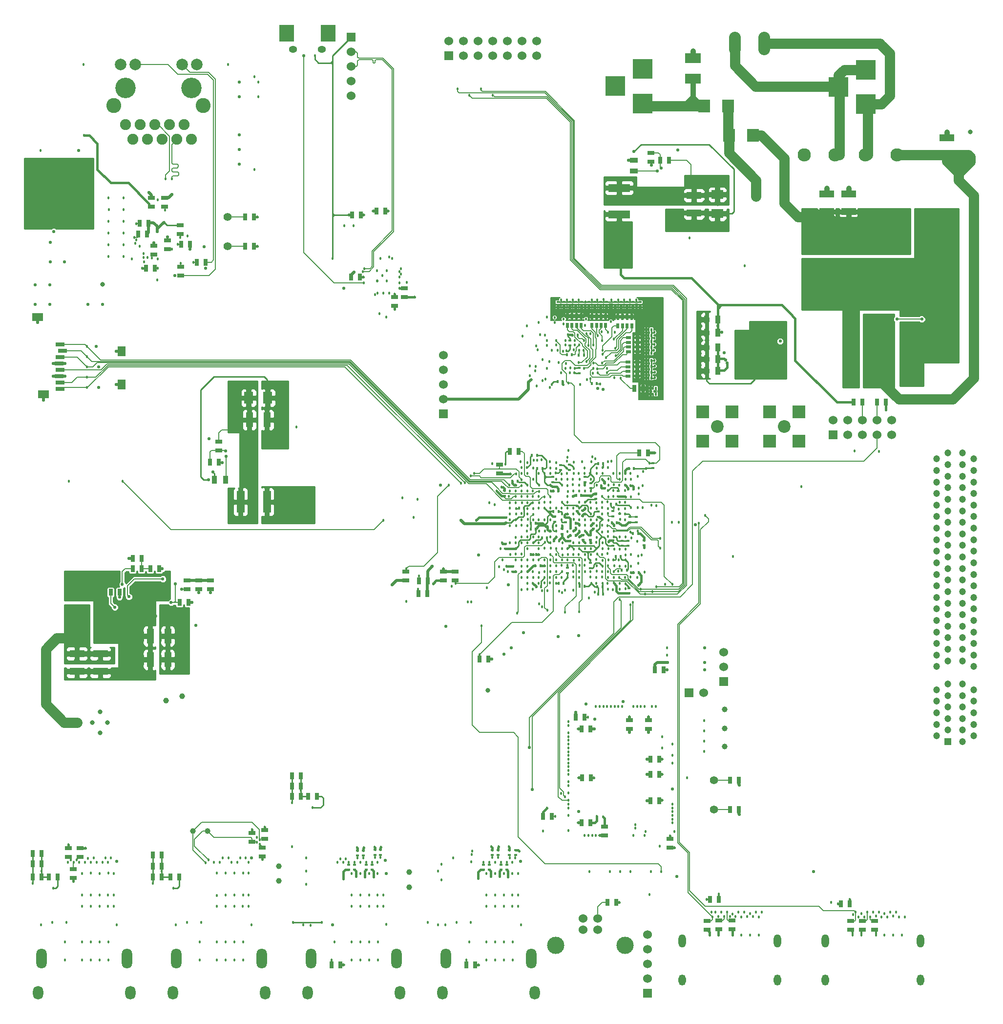
<source format=gbl>
G04 (created by PCBNEW (2013-07-07 BZR 4022)-stable) date 19/05/2015 04:41:07 PM*
%MOIN*%
G04 Gerber Fmt 3.4, Leading zero omitted, Abs format*
%FSLAX34Y34*%
G01*
G70*
G90*
G04 APERTURE LIST*
%ADD10C,0.00590551*%
%ADD11C,0.0905512*%
%ADD12R,0.0984252X0.11811*%
%ADD13O,0.0570866X0.0472441*%
%ADD14R,0.0787402X0.0866*%
%ADD15C,0.06*%
%ADD16C,0.11811*%
%ADD17R,0.025X0.045*%
%ADD18R,0.045X0.025*%
%ADD19C,0.056*%
%ADD20R,0.0157X0.0236*%
%ADD21R,0.0236X0.0157*%
%ADD22R,0.02X0.036*%
%ADD23R,0.036X0.02*%
%ADD24R,0.06X0.06*%
%ADD25R,0.035X0.055*%
%ADD26R,0.0591X0.0315*%
%ADD27R,0.0748X0.0551*%
%ADD28R,0.0551X0.0709*%
%ADD29O,0.0708661X0.137795*%
%ADD30O,0.0708661X0.0925197*%
%ADD31C,0.102362*%
%ADD32C,0.139764*%
%ADD33C,0.0751968*%
%ADD34C,0.0787402*%
%ADD35R,0.05X0.1*%
%ADD36R,0.1X0.05*%
%ADD37R,0.15X0.055*%
%ADD38R,0.08X0.06*%
%ADD39R,0.055X0.035*%
%ADD40R,0.06X0.08*%
%ADD41R,0.055X0.15*%
%ADD42O,0.0511811X0.0905512*%
%ADD43O,0.0511811X0.0748031*%
%ADD44O,0.08X0.16*%
%ADD45R,0.1378X0.1378*%
%ADD46R,0.0472441X0.0472441*%
%ADD47C,0.0472441*%
%ADD48R,0.11X0.07*%
%ADD49C,0.0866142*%
%ADD50R,0.0866142X0.0866142*%
%ADD51C,0.0393701*%
%ADD52C,0.018*%
%ADD53C,0.0318*%
%ADD54C,0.022*%
%ADD55C,0.005*%
%ADD56C,0.008*%
%ADD57C,0.01*%
%ADD58C,0.016*%
%ADD59C,0.07*%
%ADD60C,0.036*%
%ADD61C,0.021*%
%ADD62C,0.009*%
%ADD63C,0.012*%
G04 APERTURE END LIST*
G54D10*
G54D11*
X106149Y-31384D03*
X104003Y-31384D03*
X101916Y-31384D03*
X99830Y-31384D03*
G54D12*
X67317Y-23057D03*
X64482Y-23057D03*
G54D13*
X66884Y-24189D03*
X64915Y-24189D03*
G54D14*
X92973Y-28050D03*
X94626Y-28050D03*
X96326Y-30050D03*
X94673Y-30050D03*
G54D15*
X85730Y-83460D03*
X84730Y-83460D03*
X84730Y-84247D03*
X85730Y-84247D03*
G54D16*
X87592Y-85310D03*
X82868Y-85310D03*
G54D17*
X84610Y-76953D03*
X85210Y-76953D03*
X84610Y-70553D03*
X85210Y-70553D03*
X89910Y-72593D03*
X89310Y-72593D03*
G54D18*
X87900Y-69923D03*
X87900Y-70523D03*
X89180Y-69923D03*
X89180Y-70523D03*
G54D17*
X84826Y-69732D03*
X84226Y-69732D03*
G54D18*
X86170Y-77800D03*
X86170Y-77200D03*
X90644Y-78048D03*
X90644Y-78648D03*
G54D17*
X84640Y-73873D03*
X85240Y-73873D03*
X89910Y-73623D03*
X89310Y-73623D03*
X89910Y-75423D03*
X89310Y-75423D03*
G54D19*
X93660Y-76033D03*
X93660Y-74033D03*
G54D17*
X94760Y-76033D03*
X95360Y-76033D03*
X95360Y-74033D03*
X94760Y-74033D03*
G54D18*
X79011Y-53092D03*
X79011Y-52492D03*
G54D17*
X74117Y-60424D03*
X73517Y-60424D03*
G54D18*
X71852Y-41086D03*
X71852Y-41686D03*
G54D17*
X69503Y-39718D03*
X68903Y-39718D03*
X88551Y-51718D03*
X89151Y-51718D03*
G54D18*
X75994Y-60404D03*
X75994Y-59804D03*
X72636Y-60400D03*
X72636Y-59800D03*
G54D17*
X79711Y-51592D03*
X80311Y-51592D03*
X88821Y-47312D03*
X88221Y-47312D03*
X74087Y-61315D03*
X73487Y-61315D03*
G54D20*
X81585Y-52771D03*
X81939Y-52771D03*
G54D21*
X86187Y-53758D03*
X86187Y-54112D03*
G54D20*
X87844Y-52762D03*
X88198Y-52762D03*
X82268Y-57521D03*
X81914Y-57521D03*
G54D21*
X82656Y-53690D03*
X82656Y-53336D03*
X84855Y-53707D03*
X84855Y-53353D03*
G54D20*
X84249Y-54610D03*
X84603Y-54610D03*
X89034Y-46592D03*
X89388Y-46592D03*
G54D21*
X83787Y-52516D03*
X83787Y-52870D03*
X83196Y-52882D03*
X83196Y-52528D03*
X85580Y-54837D03*
X85580Y-54483D03*
G54D20*
X82732Y-57701D03*
X83086Y-57701D03*
X87301Y-58756D03*
X86947Y-58756D03*
G54D21*
X85230Y-59569D03*
X85230Y-59215D03*
G54D20*
X81222Y-51859D03*
X81576Y-51859D03*
G54D21*
X83645Y-59895D03*
X83645Y-59541D03*
G54D20*
X85745Y-61324D03*
X86099Y-61324D03*
G54D21*
X87121Y-54665D03*
X87121Y-54311D03*
X84711Y-57290D03*
X84711Y-57644D03*
G54D20*
X84208Y-56492D03*
X83854Y-56492D03*
G54D21*
X84687Y-55652D03*
X84687Y-56006D03*
X85236Y-57644D03*
X85236Y-57290D03*
X83520Y-56444D03*
X83520Y-56090D03*
X85744Y-55712D03*
X85744Y-56066D03*
G54D20*
X84208Y-56852D03*
X83854Y-56852D03*
G54D21*
X88888Y-58018D03*
X88888Y-57664D03*
G54D20*
X88123Y-57210D03*
X88477Y-57210D03*
X86634Y-55199D03*
X86988Y-55199D03*
G54D21*
X88358Y-56089D03*
X88358Y-56443D03*
G54D20*
X86674Y-56469D03*
X87028Y-56469D03*
G54D21*
X87795Y-57698D03*
X87795Y-58052D03*
X87391Y-57698D03*
X87391Y-58052D03*
X87906Y-56087D03*
X87906Y-56441D03*
X82786Y-56394D03*
X82786Y-56040D03*
G54D20*
X86098Y-52447D03*
X85744Y-52447D03*
X87719Y-59700D03*
X87365Y-59700D03*
X84834Y-60796D03*
X84480Y-60796D03*
G54D21*
X87860Y-61281D03*
X87860Y-60927D03*
G54D20*
X85683Y-60852D03*
X86037Y-60852D03*
G54D21*
X83811Y-57699D03*
X83811Y-58053D03*
X79917Y-59451D03*
X79917Y-59805D03*
G54D20*
X83051Y-55715D03*
X82697Y-55715D03*
X82648Y-56747D03*
X82294Y-56747D03*
G54D21*
X79461Y-56115D03*
X79461Y-56469D03*
G54D20*
X83036Y-54315D03*
X82682Y-54315D03*
X81139Y-56504D03*
X81493Y-56504D03*
X81169Y-58627D03*
X81523Y-58627D03*
G54D21*
X79343Y-54287D03*
X79343Y-54641D03*
G54D20*
X81139Y-56894D03*
X81493Y-56894D03*
X80348Y-55457D03*
X80702Y-55457D03*
G54D21*
X79436Y-57890D03*
X79436Y-58244D03*
X86764Y-57683D03*
X86764Y-58037D03*
G54D20*
X88517Y-59880D03*
X88163Y-59880D03*
X79897Y-53629D03*
X80251Y-53629D03*
G54D21*
X84305Y-55688D03*
X84305Y-55334D03*
X84441Y-45916D03*
X84441Y-46270D03*
G54D20*
X82977Y-46849D03*
X83331Y-46849D03*
G54D21*
X83814Y-44029D03*
X83814Y-44383D03*
G54D20*
X89334Y-47692D03*
X89688Y-47692D03*
G54D21*
X85911Y-41769D03*
X85911Y-41415D03*
X83811Y-41769D03*
X83811Y-41415D03*
X86911Y-41769D03*
X86911Y-41415D03*
X86311Y-41769D03*
X86311Y-41415D03*
X84211Y-41769D03*
X84211Y-41415D03*
X83411Y-41769D03*
X83411Y-41415D03*
X85511Y-41769D03*
X85511Y-41415D03*
X85111Y-41769D03*
X85111Y-41415D03*
X84611Y-41769D03*
X84611Y-41415D03*
G54D20*
X89034Y-43692D03*
X89388Y-43692D03*
G54D21*
X83011Y-41769D03*
X83011Y-41415D03*
X88111Y-41769D03*
X88111Y-41415D03*
X88611Y-41769D03*
X88611Y-41415D03*
G54D20*
X89034Y-43292D03*
X89388Y-43292D03*
X89034Y-45792D03*
X89388Y-45792D03*
X89034Y-44092D03*
X89388Y-44092D03*
X89034Y-44492D03*
X89388Y-44492D03*
G54D21*
X87311Y-41769D03*
X87311Y-41415D03*
G54D20*
X89334Y-47292D03*
X89688Y-47292D03*
X89034Y-45392D03*
X89388Y-45392D03*
X89034Y-44892D03*
X89388Y-44892D03*
X89034Y-46192D03*
X89388Y-46192D03*
G54D21*
X87711Y-41769D03*
X87711Y-41415D03*
G54D22*
X86268Y-42393D03*
X86268Y-43021D03*
X85953Y-42393D03*
X85953Y-43021D03*
X85639Y-42393D03*
X85639Y-43021D03*
X85324Y-42393D03*
X85324Y-43021D03*
G54D23*
X88420Y-46464D03*
X87792Y-46464D03*
X88420Y-46149D03*
X87792Y-46149D03*
X88420Y-45835D03*
X87792Y-45835D03*
X88420Y-45520D03*
X87792Y-45520D03*
X88445Y-44799D03*
X87817Y-44799D03*
X88445Y-44484D03*
X87817Y-44484D03*
X88445Y-44170D03*
X87817Y-44170D03*
X88445Y-43855D03*
X87817Y-43855D03*
G54D22*
X88038Y-42418D03*
X88038Y-43046D03*
X87723Y-42418D03*
X87723Y-43046D03*
X87409Y-42418D03*
X87409Y-43046D03*
X87094Y-42418D03*
X87094Y-43046D03*
X84593Y-42368D03*
X84593Y-42996D03*
X84278Y-42368D03*
X84278Y-42996D03*
X83964Y-42368D03*
X83964Y-42996D03*
X83649Y-42368D03*
X83649Y-42996D03*
G54D24*
X75568Y-24607D03*
G54D15*
X75568Y-23607D03*
X76568Y-24607D03*
X76568Y-23607D03*
X77568Y-24607D03*
X77568Y-23607D03*
X78568Y-24607D03*
X78568Y-23607D03*
X79568Y-24607D03*
X79568Y-23607D03*
X80568Y-24607D03*
X80568Y-23607D03*
X81568Y-24607D03*
X81568Y-23607D03*
G54D20*
X84776Y-45026D03*
X84422Y-45026D03*
X85665Y-46957D03*
X85311Y-46957D03*
X83958Y-45022D03*
X83604Y-45022D03*
X83994Y-43667D03*
X84348Y-43667D03*
G54D18*
X75188Y-60418D03*
X75188Y-59818D03*
G54D20*
X88156Y-54178D03*
X87802Y-54178D03*
G54D21*
X83271Y-56870D03*
X83271Y-57224D03*
G54D20*
X83866Y-57326D03*
X84220Y-57326D03*
G54D21*
X85413Y-56513D03*
X85413Y-56867D03*
X89472Y-52400D03*
X89472Y-52754D03*
X85255Y-54117D03*
X85255Y-53763D03*
G54D20*
X81866Y-60845D03*
X81512Y-60845D03*
X83402Y-60592D03*
X83048Y-60592D03*
G54D25*
X93158Y-44505D03*
X93908Y-44505D03*
G54D17*
X86987Y-82384D03*
X86387Y-82384D03*
X77365Y-86634D03*
X76765Y-86634D03*
G54D18*
X62828Y-79231D03*
X62828Y-78631D03*
X62975Y-77455D03*
X62975Y-78055D03*
X62135Y-77623D03*
X62135Y-78223D03*
X50388Y-78666D03*
X50388Y-79266D03*
X49925Y-80719D03*
X49925Y-80119D03*
X49600Y-78658D03*
X49600Y-79258D03*
G54D26*
X49025Y-47350D03*
X49025Y-46917D03*
X48946Y-46484D03*
X49025Y-46051D03*
X48946Y-45618D03*
X49025Y-45185D03*
X49182Y-44752D03*
X49025Y-44319D03*
G54D27*
X47887Y-47704D03*
X47498Y-42429D03*
G54D28*
X53225Y-47033D03*
X53225Y-44789D03*
G54D29*
X66160Y-86200D03*
X71987Y-86200D03*
G54D30*
X65924Y-88546D03*
X72223Y-88546D03*
G54D29*
X56960Y-86200D03*
X62787Y-86200D03*
G54D30*
X56724Y-88546D03*
X63023Y-88546D03*
G54D29*
X47760Y-86200D03*
X53587Y-86200D03*
G54D30*
X47524Y-88546D03*
X53823Y-88546D03*
G54D29*
X75360Y-86200D03*
X81187Y-86200D03*
G54D30*
X75124Y-88546D03*
X81423Y-88546D03*
G54D17*
X55482Y-39112D03*
X54882Y-39112D03*
G54D18*
X55417Y-38178D03*
X55417Y-37578D03*
X57234Y-36788D03*
X57234Y-36188D03*
G54D17*
X61668Y-35605D03*
X62268Y-35605D03*
G54D18*
X55250Y-34909D03*
X55250Y-34309D03*
X56150Y-34909D03*
X56150Y-34309D03*
X57251Y-38990D03*
X57251Y-39590D03*
G54D17*
X61637Y-37605D03*
X62237Y-37605D03*
X90236Y-66498D03*
X89636Y-66498D03*
X58351Y-38690D03*
X58951Y-38690D03*
G54D31*
X52701Y-28010D03*
X58800Y-28010D03*
G54D32*
X53500Y-26809D03*
X58000Y-26809D03*
G54D33*
X56498Y-29309D03*
X57998Y-30309D03*
X56998Y-30309D03*
X55998Y-30309D03*
X54998Y-30309D03*
X55498Y-29309D03*
X54498Y-29309D03*
X57498Y-29309D03*
G54D34*
X58361Y-25211D03*
X57361Y-25211D03*
X54140Y-25211D03*
X53140Y-25211D03*
G54D33*
X53498Y-29309D03*
X53998Y-30309D03*
G54D18*
X56344Y-37793D03*
X56344Y-37193D03*
G54D17*
X53970Y-59610D03*
X54570Y-59610D03*
X54570Y-58910D03*
X53970Y-58910D03*
X55770Y-59610D03*
X55170Y-59610D03*
G54D18*
X58470Y-61010D03*
X58470Y-60410D03*
X59270Y-60410D03*
X59270Y-61010D03*
G54D17*
X59241Y-52353D03*
X59841Y-52353D03*
G54D18*
X57670Y-61010D03*
X57670Y-60410D03*
X89338Y-31226D03*
X89338Y-31826D03*
G54D19*
X60447Y-35605D03*
X60447Y-37605D03*
G54D35*
X55170Y-64210D03*
X56370Y-64210D03*
X55170Y-65810D03*
X56370Y-65810D03*
G54D17*
X53070Y-61210D03*
X52470Y-61210D03*
X57770Y-61910D03*
X57170Y-61910D03*
G54D36*
X51770Y-66610D03*
X51770Y-65410D03*
X50170Y-66610D03*
X50170Y-65410D03*
X101350Y-34050D03*
X101350Y-35250D03*
X109550Y-30200D03*
X109550Y-31400D03*
X102850Y-34050D03*
X102850Y-35250D03*
G54D25*
X93158Y-42605D03*
X93908Y-42605D03*
X59566Y-53553D03*
X60316Y-53553D03*
G54D37*
X87188Y-33626D03*
X87188Y-35426D03*
G54D38*
X93888Y-34076D03*
X93888Y-35376D03*
G54D18*
X59841Y-50953D03*
X59841Y-51553D03*
G54D17*
X90588Y-31726D03*
X89988Y-31726D03*
G54D39*
X88188Y-31726D03*
X88188Y-32476D03*
G54D40*
X61891Y-47953D03*
X63191Y-47953D03*
G54D35*
X61941Y-49453D03*
X63141Y-49453D03*
G54D41*
X61341Y-55053D03*
X63141Y-55053D03*
G54D25*
X93158Y-45305D03*
X93908Y-45305D03*
X93908Y-43505D03*
X93158Y-43505D03*
X93158Y-46105D03*
X93908Y-46105D03*
G54D36*
X92288Y-35326D03*
X92288Y-34126D03*
G54D42*
X91489Y-85012D03*
X97986Y-85012D03*
G54D43*
X91489Y-87681D03*
X97986Y-87681D03*
G54D42*
X101261Y-85012D03*
X107758Y-85012D03*
G54D43*
X101261Y-87681D03*
X107758Y-87681D03*
G54D44*
X95075Y-23785D03*
X97075Y-23785D03*
G54D45*
X104014Y-27921D03*
X104014Y-25559D03*
X102164Y-26740D03*
X88780Y-27861D03*
X88780Y-25499D03*
X86930Y-26680D03*
G54D46*
X109631Y-71407D03*
G54D47*
X108843Y-71013D03*
X109631Y-70620D03*
X108843Y-70226D03*
X109631Y-69832D03*
X108843Y-69438D03*
X109631Y-69045D03*
X108843Y-68651D03*
X109631Y-68257D03*
X108843Y-67864D03*
X109631Y-67470D03*
X108843Y-66289D03*
X109631Y-65895D03*
X108843Y-65501D03*
X109631Y-65108D03*
X108843Y-64714D03*
X109631Y-64320D03*
X108843Y-63927D03*
X109631Y-63533D03*
X108843Y-63139D03*
X109631Y-62746D03*
X108843Y-62352D03*
X109631Y-61958D03*
X108843Y-61564D03*
X109631Y-61171D03*
X108843Y-60777D03*
X109631Y-60383D03*
X108843Y-59990D03*
X109631Y-59596D03*
X108843Y-59202D03*
X109631Y-58809D03*
X108843Y-58415D03*
X109631Y-58021D03*
X108843Y-57627D03*
X109631Y-57234D03*
X108843Y-56840D03*
X109631Y-56446D03*
X108843Y-56053D03*
X109631Y-55659D03*
X108843Y-55265D03*
X109631Y-54872D03*
X108843Y-54478D03*
X109631Y-54084D03*
X108843Y-53690D03*
X109631Y-53297D03*
X108843Y-52903D03*
X109631Y-52509D03*
X108843Y-52116D03*
X110615Y-71407D03*
X111402Y-71013D03*
X110615Y-70620D03*
X111402Y-70226D03*
X110615Y-69832D03*
X111402Y-69438D03*
X110615Y-69045D03*
X111402Y-68651D03*
X110615Y-68257D03*
X111402Y-67864D03*
X110615Y-67470D03*
X111402Y-66289D03*
X110615Y-65895D03*
X111402Y-65501D03*
X110615Y-65108D03*
X111402Y-64714D03*
X110615Y-64320D03*
X111402Y-63927D03*
X110615Y-63533D03*
X111402Y-63139D03*
X110615Y-62746D03*
X111402Y-62352D03*
X110615Y-61958D03*
X111402Y-61564D03*
X110615Y-61171D03*
X111402Y-60777D03*
X110615Y-60383D03*
X111402Y-59990D03*
X110615Y-59596D03*
X111402Y-59202D03*
X110615Y-58809D03*
X111402Y-58415D03*
X110615Y-58021D03*
X111402Y-57627D03*
X110615Y-57234D03*
X111402Y-56840D03*
X110615Y-56446D03*
X111402Y-56053D03*
X110615Y-55659D03*
X111402Y-55265D03*
X110615Y-54872D03*
X111402Y-54478D03*
X110615Y-54084D03*
X111402Y-53690D03*
X110615Y-53297D03*
X111402Y-52903D03*
X110615Y-52509D03*
X111402Y-52116D03*
X109631Y-51722D03*
X110615Y-51722D03*
G54D17*
X47150Y-79050D03*
X47750Y-79050D03*
X55350Y-79150D03*
X55950Y-79150D03*
G54D18*
X93170Y-83626D03*
X93170Y-84226D03*
X102978Y-83650D03*
X102978Y-84250D03*
X103774Y-83650D03*
X103774Y-84250D03*
X104612Y-83650D03*
X104612Y-84250D03*
X93982Y-83614D03*
X93982Y-84214D03*
X94880Y-83618D03*
X94880Y-84218D03*
G54D17*
X104800Y-48250D03*
X105400Y-48250D03*
X103800Y-48250D03*
X103200Y-48250D03*
X64850Y-73750D03*
X65450Y-73750D03*
G54D24*
X101772Y-50488D03*
G54D15*
X101772Y-49488D03*
X102772Y-50488D03*
X102772Y-49488D03*
X103772Y-50488D03*
X103772Y-49488D03*
X104772Y-50488D03*
X104772Y-49488D03*
X105772Y-50488D03*
X105772Y-49488D03*
G54D24*
X68890Y-23340D03*
G54D15*
X68890Y-24340D03*
X68890Y-25340D03*
X68890Y-26340D03*
X68890Y-27340D03*
G54D24*
X89130Y-88558D03*
G54D15*
X89130Y-87558D03*
X89130Y-86558D03*
X89130Y-85558D03*
X89130Y-84558D03*
G54D24*
X75172Y-49040D03*
G54D15*
X75172Y-48040D03*
X75172Y-47040D03*
X75172Y-46040D03*
X75172Y-45040D03*
G54D24*
X94331Y-67307D03*
G54D15*
X94331Y-66307D03*
X94331Y-65307D03*
G54D24*
X91969Y-68071D03*
G54D15*
X92969Y-68071D03*
G54D17*
X71206Y-35213D03*
X70606Y-35213D03*
X54446Y-36025D03*
X55046Y-36025D03*
X54364Y-36766D03*
X54964Y-36766D03*
X57283Y-37486D03*
X57883Y-37486D03*
G54D48*
X92210Y-24776D03*
X92210Y-26176D03*
G54D17*
X68945Y-35479D03*
X69545Y-35479D03*
G54D21*
X80105Y-79147D03*
X80105Y-78793D03*
X79703Y-79147D03*
X79703Y-78793D03*
X79508Y-79791D03*
X79508Y-80145D03*
X79115Y-79791D03*
X79115Y-80145D03*
X78923Y-79147D03*
X78923Y-78793D03*
X78522Y-79147D03*
X78522Y-78793D03*
X77933Y-79791D03*
X77933Y-80145D03*
X78328Y-79791D03*
X78328Y-80145D03*
X70902Y-79143D03*
X70902Y-78789D03*
X70505Y-78777D03*
X70505Y-79131D03*
X70310Y-79791D03*
X70310Y-80145D03*
X69914Y-80145D03*
X69914Y-79791D03*
X69726Y-79177D03*
X69726Y-78823D03*
X69322Y-78827D03*
X69322Y-79181D03*
X69127Y-79791D03*
X69127Y-80145D03*
X68733Y-80145D03*
X68733Y-79791D03*
G54D49*
X98450Y-49900D03*
G54D50*
X99453Y-48896D03*
X99453Y-50903D03*
X97446Y-50903D03*
X97446Y-48896D03*
G54D49*
X93900Y-49900D03*
G54D50*
X94903Y-48896D03*
X94903Y-50903D03*
X92896Y-50903D03*
X92896Y-48896D03*
G54D17*
X78260Y-65770D03*
X77660Y-65770D03*
X57150Y-80650D03*
X56550Y-80650D03*
X55350Y-80650D03*
X55950Y-80650D03*
X55354Y-79920D03*
X55954Y-79920D03*
X47150Y-80650D03*
X47750Y-80650D03*
X47150Y-79750D03*
X47750Y-79750D03*
X48850Y-80650D03*
X48250Y-80650D03*
X68157Y-86630D03*
X67557Y-86630D03*
X66550Y-75150D03*
X65950Y-75150D03*
X64850Y-75150D03*
X65450Y-75150D03*
X64850Y-74450D03*
X65450Y-74450D03*
G54D21*
X86743Y-55683D03*
X86743Y-56037D03*
G54D20*
X81466Y-59406D03*
X81820Y-59406D03*
G54D18*
X72516Y-41066D03*
X72516Y-40466D03*
G54D17*
X82600Y-76500D03*
X82000Y-76500D03*
G54D51*
X57350Y-68300D03*
X59100Y-77500D03*
X56250Y-68600D03*
X72850Y-80300D03*
X72850Y-81350D03*
X63950Y-79900D03*
X63950Y-80900D03*
X58100Y-77500D03*
X94400Y-71750D03*
X94400Y-70500D03*
X94400Y-69200D03*
G54D17*
X93371Y-82175D03*
X93971Y-82175D03*
X102933Y-82487D03*
X102333Y-82487D03*
G54D52*
X86298Y-45211D03*
X84816Y-52744D03*
X86041Y-44962D03*
X84651Y-52297D03*
X85077Y-44374D03*
X85245Y-53516D03*
X86653Y-52256D03*
X86429Y-43482D03*
X85730Y-43706D03*
X86409Y-52318D03*
X84846Y-54307D03*
X87303Y-46601D03*
X86919Y-44568D03*
X85645Y-53902D03*
X84445Y-53892D03*
X86029Y-45575D03*
X85697Y-45961D03*
X83675Y-54332D03*
X85641Y-53105D03*
X86031Y-44047D03*
X85723Y-46242D03*
X83627Y-53113D03*
X86039Y-44711D03*
X84029Y-53508D03*
X86350Y-46243D03*
X84460Y-54298D03*
X86049Y-53108D03*
X86823Y-43948D03*
X86951Y-45058D03*
X85548Y-52099D03*
X84810Y-53100D03*
X85407Y-45928D03*
X85434Y-44330D03*
X85359Y-51962D03*
X85428Y-45580D03*
X85276Y-52300D03*
X84779Y-45929D03*
X83657Y-53502D03*
X84775Y-44035D03*
X86419Y-52706D03*
X84743Y-44718D03*
X84435Y-53112D03*
X84441Y-44718D03*
X84475Y-53516D03*
X83046Y-45533D03*
X82485Y-53120D03*
X83346Y-44758D03*
X82464Y-52303D03*
X81701Y-53096D03*
X82266Y-44044D03*
X82161Y-46666D03*
X81603Y-52195D03*
X80928Y-53095D03*
X81605Y-44658D03*
X80907Y-52372D03*
X81459Y-46102D03*
X81505Y-44410D03*
X80511Y-52698D03*
X81487Y-45796D03*
X80442Y-52300D03*
X83205Y-46240D03*
X82890Y-52762D03*
X83505Y-44344D03*
X82902Y-52360D03*
X84073Y-53122D03*
X83841Y-45919D03*
X84075Y-52352D03*
X84144Y-44350D03*
X83625Y-52270D03*
X83833Y-46243D03*
X84083Y-44674D03*
X83731Y-51552D03*
X82890Y-44354D03*
X82491Y-52729D03*
X82263Y-45926D03*
X81882Y-52189D03*
X83261Y-53512D03*
X82996Y-44701D03*
X83567Y-45604D03*
X83669Y-52020D03*
X83265Y-53140D03*
X83517Y-45926D03*
X84990Y-46696D03*
X84048Y-54307D03*
X83665Y-53926D03*
X84430Y-45551D03*
X86443Y-53473D03*
X86352Y-45931D03*
X82899Y-53521D03*
X82413Y-45466D03*
X81354Y-52219D03*
X82249Y-44364D03*
X82584Y-44698D03*
X81305Y-52724D03*
X84939Y-45472D03*
X85638Y-52726D03*
X82090Y-56267D03*
X103526Y-83358D03*
X82488Y-56266D03*
X103919Y-83357D03*
X104312Y-83356D03*
X80133Y-55099D03*
X79719Y-55099D03*
X104117Y-83042D03*
X87586Y-55066D03*
X106282Y-83359D03*
X105691Y-83040D03*
X87571Y-55508D03*
X105101Y-83359D03*
X87604Y-57452D03*
X104510Y-83041D03*
X87622Y-58267D03*
X106675Y-83359D03*
X87216Y-55066D03*
X106085Y-83040D03*
X87163Y-55529D03*
X87207Y-57450D03*
X105494Y-83356D03*
X104904Y-83040D03*
X87205Y-58268D03*
X81699Y-58231D03*
X93755Y-83041D03*
X94148Y-83040D03*
X82076Y-58217D03*
X83640Y-57062D03*
X81310Y-60197D03*
X94541Y-83039D03*
X79594Y-59821D03*
X94345Y-83353D03*
X96510Y-83041D03*
X88511Y-54492D03*
X95919Y-83349D03*
X88455Y-55433D03*
X88421Y-57742D03*
X95329Y-83043D03*
X88481Y-58752D03*
X94738Y-83350D03*
X87976Y-54702D03*
X96904Y-83042D03*
X88803Y-55436D03*
X96314Y-83350D03*
X95722Y-83041D03*
X88006Y-57497D03*
X95132Y-83346D03*
X88717Y-58678D03*
X57727Y-36916D03*
X62276Y-32357D03*
X55678Y-34446D03*
X53908Y-38485D03*
X81305Y-55494D03*
X55673Y-38470D03*
X81301Y-54668D03*
X55669Y-39892D03*
X82094Y-55087D03*
X81705Y-55094D03*
X55698Y-39112D03*
X53367Y-38292D03*
X80139Y-56668D03*
X53366Y-34312D03*
X81688Y-55471D03*
X53367Y-35091D03*
X82488Y-55483D03*
X53366Y-35891D03*
X82484Y-55086D03*
X80935Y-54310D03*
X53366Y-36710D03*
X53366Y-37491D03*
X80527Y-54310D03*
X54233Y-37161D03*
X79735Y-56670D03*
X80919Y-55100D03*
X54990Y-38379D03*
X54143Y-37403D03*
X80927Y-55500D03*
X54469Y-37616D03*
X80539Y-55100D03*
X80125Y-54295D03*
X54720Y-38118D03*
X54734Y-38367D03*
X79734Y-54299D03*
X57228Y-37003D03*
X50638Y-30044D03*
X56203Y-35152D03*
X55095Y-34704D03*
X55298Y-38394D03*
X56655Y-37790D03*
X57069Y-37476D03*
X52336Y-35891D03*
X54233Y-36058D03*
X52335Y-37491D03*
G54D53*
X51931Y-40191D03*
G54D52*
X52336Y-36710D03*
X52337Y-35091D03*
X54070Y-37004D03*
X90809Y-60687D03*
X86030Y-54688D03*
X90465Y-65500D03*
X90316Y-60682D03*
X90465Y-65000D03*
X86063Y-57828D03*
X86427Y-57414D03*
X85641Y-55492D03*
X86027Y-55868D03*
X86461Y-58242D03*
X86391Y-58584D03*
X86025Y-56635D03*
X85659Y-56680D03*
X87121Y-59774D03*
X86861Y-59406D03*
X87207Y-59436D03*
X87161Y-59022D03*
X88492Y-59226D03*
X87999Y-59438D03*
X86057Y-58234D03*
X85621Y-57812D03*
X86021Y-57090D03*
X85639Y-57468D03*
X86796Y-54672D03*
X86786Y-54267D03*
X88790Y-53933D03*
X87607Y-53496D03*
X88821Y-52972D03*
X87951Y-53101D03*
X88409Y-60217D03*
X87966Y-60172D03*
X86447Y-59018D03*
X86027Y-58642D03*
X88000Y-58625D03*
X87609Y-58674D03*
X85659Y-56286D03*
X85261Y-56270D03*
X86811Y-53877D03*
X87171Y-53907D03*
X88518Y-54098D03*
X87571Y-54272D03*
X88447Y-53312D03*
X87991Y-53507D03*
X88920Y-59855D03*
X87606Y-59432D03*
X86031Y-55084D03*
X86401Y-55042D03*
X86436Y-55502D03*
X86026Y-55432D03*
X87218Y-53500D03*
X86387Y-56683D03*
X89980Y-57540D03*
X86817Y-57051D03*
X89970Y-58200D03*
X91250Y-56445D03*
X87259Y-56242D03*
X90800Y-56445D03*
X87586Y-56281D03*
X87221Y-53117D03*
X85622Y-55097D03*
X99636Y-54010D03*
X85229Y-55068D03*
X85243Y-55475D03*
X86438Y-53896D03*
X83665Y-54686D03*
X83667Y-55081D03*
X80518Y-53114D03*
G54D54*
X75002Y-53901D03*
G54D52*
X90123Y-71066D03*
X82882Y-60193D03*
X87227Y-61711D03*
G54D54*
X81254Y-74680D03*
G54D52*
X82815Y-76500D03*
X83705Y-70810D03*
X83670Y-58628D03*
X83705Y-71066D03*
X83275Y-58232D03*
X82521Y-58213D03*
X83705Y-71322D03*
X84029Y-59380D03*
X83705Y-70042D03*
X83665Y-59022D03*
X83705Y-70298D03*
X82881Y-58626D03*
X83706Y-76441D03*
X88924Y-69018D03*
X87603Y-60200D03*
X87604Y-60987D03*
X88668Y-69018D03*
X86380Y-60598D03*
X85085Y-77798D03*
X85341Y-77797D03*
X86407Y-61006D03*
X86826Y-60198D03*
X88284Y-77316D03*
X88291Y-77068D03*
X86754Y-61046D03*
X85204Y-59806D03*
X88924Y-77798D03*
X85632Y-60197D03*
X88981Y-77544D03*
X84451Y-57841D03*
X88412Y-69018D03*
X84850Y-58231D03*
X88156Y-69018D03*
X86363Y-69019D03*
X87211Y-60594D03*
X87219Y-61018D03*
X86107Y-69019D03*
X85851Y-69019D03*
X86026Y-59798D03*
X86433Y-60190D03*
X85595Y-69015D03*
X85639Y-59422D03*
X83705Y-77464D03*
X84829Y-77797D03*
X85659Y-59789D03*
X82486Y-59414D03*
X85597Y-77797D03*
X83705Y-74137D03*
X86041Y-59042D03*
X86418Y-59806D03*
X83705Y-74393D03*
X85251Y-58638D03*
X83230Y-74954D03*
X83705Y-74905D03*
X85617Y-58988D03*
X88136Y-61915D03*
X83482Y-75161D03*
X87952Y-62084D03*
X83704Y-75417D03*
X84846Y-58632D03*
X83705Y-75672D03*
X83705Y-75928D03*
X84846Y-59019D03*
X83705Y-71578D03*
X81702Y-60211D03*
X81921Y-61100D03*
X83705Y-71834D03*
X81672Y-60601D03*
X83705Y-72090D03*
X81293Y-61012D03*
X83705Y-72346D03*
X80917Y-60202D03*
X83705Y-72601D03*
X83705Y-72857D03*
X80926Y-61006D03*
X83705Y-73113D03*
X80909Y-60614D03*
X83705Y-73369D03*
X80526Y-61042D03*
X89691Y-69018D03*
X84828Y-59377D03*
X82881Y-59807D03*
X90814Y-76953D03*
X90815Y-76697D03*
X82487Y-59812D03*
X84060Y-58624D03*
X90814Y-76441D03*
X90815Y-76185D03*
X83332Y-57854D03*
X81711Y-59857D03*
X90815Y-75929D03*
X82093Y-59807D03*
X90815Y-75673D03*
X86619Y-69019D03*
X83274Y-59018D03*
X83257Y-59375D03*
X87131Y-69019D03*
X86032Y-60188D03*
X90123Y-71834D03*
X82882Y-59020D03*
X86875Y-69019D03*
X82093Y-59019D03*
X87387Y-69019D03*
X89436Y-69018D03*
X84480Y-59388D03*
X103328Y-83049D03*
X81307Y-56262D03*
X93042Y-55976D03*
X93558Y-83357D03*
X81693Y-56261D03*
X92636Y-56503D03*
X80220Y-62645D03*
X80518Y-59807D03*
X77295Y-53110D03*
X89358Y-80289D03*
X80523Y-53530D03*
X82083Y-54691D03*
X81729Y-54328D03*
X50865Y-45850D03*
X76639Y-53754D03*
X50865Y-46550D03*
X76400Y-53768D03*
X50865Y-47250D03*
X79689Y-53894D03*
X50865Y-44450D03*
X50865Y-45150D03*
X80517Y-53926D03*
X80519Y-60200D03*
X75761Y-60815D03*
X80151Y-53128D03*
X77067Y-53281D03*
X72643Y-59599D03*
X75564Y-53900D03*
X78143Y-60913D03*
X82487Y-57432D03*
X82111Y-57817D03*
X76004Y-60614D03*
X80914Y-57840D03*
X72693Y-40057D03*
X80915Y-57447D03*
X72189Y-39719D03*
X72297Y-39522D03*
X80520Y-59448D03*
X80914Y-59017D03*
X72190Y-39324D03*
X80124Y-57840D03*
X72299Y-39128D03*
X79085Y-58243D03*
X71686Y-38428D03*
X71489Y-38323D03*
X80535Y-58612D03*
X70899Y-38427D03*
X80912Y-58228D03*
X80886Y-57025D03*
X71489Y-40812D03*
X72188Y-40112D03*
X81306Y-57444D03*
X70505Y-40917D03*
X80518Y-57445D03*
X70702Y-40812D03*
X81306Y-59018D03*
X80904Y-59448D03*
X73163Y-56122D03*
X71095Y-40812D03*
X77788Y-63509D03*
X90061Y-80289D03*
X84445Y-62530D03*
X82881Y-58234D03*
X76968Y-27311D03*
X87961Y-80289D03*
X89723Y-60847D03*
X76150Y-26881D03*
X89456Y-61176D03*
X87260Y-80289D03*
X87198Y-60190D03*
X83495Y-62560D03*
X82485Y-58625D03*
X81703Y-59016D03*
X82289Y-62446D03*
X47160Y-81069D03*
X55360Y-81069D03*
X76083Y-83727D03*
X66883Y-83728D03*
X74123Y-83727D03*
X57683Y-83727D03*
X48483Y-83727D03*
X64859Y-78577D03*
X64933Y-83727D03*
X64859Y-75569D03*
X85113Y-61607D03*
X78524Y-79297D03*
X78918Y-79316D03*
X85221Y-60169D03*
X79115Y-79626D03*
X85508Y-61191D03*
X79508Y-79626D03*
X85635Y-60591D03*
X79705Y-79325D03*
X84454Y-59806D03*
X80099Y-79331D03*
X84849Y-59807D03*
X77138Y-78874D03*
X84435Y-58642D03*
X84062Y-59807D03*
X77933Y-79626D03*
X78327Y-79626D03*
X84048Y-60172D03*
X81303Y-59803D03*
X77070Y-79616D03*
X84445Y-59005D03*
X77114Y-79113D03*
X82487Y-59019D03*
X75861Y-79354D03*
X69324Y-79354D03*
X81712Y-62012D03*
X69718Y-79347D03*
X81930Y-62206D03*
X69914Y-79626D03*
X83471Y-61089D03*
X70308Y-79626D03*
X83260Y-60211D03*
X70506Y-79300D03*
X83078Y-61123D03*
X70899Y-79312D03*
X83274Y-61254D03*
X68536Y-79408D03*
X82287Y-61090D03*
X84067Y-61081D03*
X68734Y-79625D03*
X84450Y-60190D03*
X69127Y-79625D03*
X67947Y-79625D03*
X82459Y-60203D03*
X68340Y-79627D03*
X82093Y-60580D03*
X68142Y-79414D03*
X82460Y-60568D03*
X50924Y-79359D03*
X80516Y-56655D03*
X51318Y-79343D03*
X80914Y-56657D03*
X51515Y-79625D03*
X79731Y-55880D03*
X51910Y-79625D03*
X80147Y-55878D03*
X52106Y-79349D03*
X79733Y-55478D03*
X52499Y-79342D03*
X80912Y-55871D03*
X78697Y-55249D03*
X80948Y-56229D03*
X50137Y-79478D03*
X79719Y-56264D03*
X50334Y-79629D03*
X80525Y-56270D03*
X50727Y-79623D03*
X72371Y-54787D03*
X79669Y-54672D03*
X49546Y-79633D03*
X49940Y-79629D03*
X78314Y-55092D03*
X80507Y-54666D03*
X73418Y-54865D03*
X80512Y-55854D03*
X49743Y-79478D03*
X79731Y-57834D03*
X60124Y-79348D03*
X80517Y-57848D03*
X60518Y-79354D03*
X79740Y-58634D03*
X60715Y-79625D03*
X61109Y-79625D03*
X80136Y-58619D03*
X81700Y-57445D03*
X61305Y-79344D03*
X61699Y-79343D03*
X81701Y-57837D03*
X62668Y-78420D03*
X79318Y-59658D03*
X59533Y-79628D03*
X81715Y-57043D03*
X59928Y-79625D03*
X82111Y-57042D03*
X78977Y-59481D03*
X62456Y-77946D03*
X59142Y-79488D03*
X62453Y-78263D03*
X77102Y-61876D03*
X80516Y-59021D03*
X58948Y-79663D03*
X79231Y-59006D03*
X76844Y-61878D03*
X62663Y-78106D03*
G54D53*
X96882Y-30050D03*
X105271Y-37790D03*
X105279Y-35536D03*
X101095Y-36436D03*
X100450Y-35611D03*
X102250Y-36151D03*
X103750Y-35641D03*
X101866Y-37112D03*
X100459Y-37056D03*
X103406Y-37049D03*
X106497Y-35471D03*
X106488Y-37739D03*
X106470Y-36664D03*
X92210Y-26684D03*
X92429Y-28050D03*
X111150Y-31850D03*
X104384Y-46924D03*
X105500Y-47038D03*
X104845Y-44776D03*
X104871Y-43377D03*
X109550Y-31800D03*
G54D52*
X83277Y-59804D03*
X77656Y-65462D03*
G54D54*
X81048Y-71818D03*
G54D52*
X77768Y-26882D03*
X88942Y-61353D03*
X85160Y-80289D03*
X85677Y-58614D03*
X78568Y-27311D03*
X88640Y-61012D03*
X86424Y-59413D03*
X86560Y-80289D03*
G54D54*
X65644Y-24615D03*
G54D52*
X69752Y-40112D03*
X66412Y-24597D03*
X67615Y-38450D03*
X68733Y-35471D03*
X69696Y-39325D03*
X69798Y-39128D03*
X79502Y-59451D03*
X82486Y-53901D03*
X51123Y-80387D03*
X80296Y-81867D03*
X80296Y-82643D03*
X79902Y-81867D03*
X79902Y-82644D03*
X79311Y-81868D03*
X79311Y-82643D03*
X78721Y-81870D03*
X78721Y-82632D03*
X78130Y-82643D03*
X78130Y-81875D03*
X78721Y-79624D03*
X78721Y-80399D03*
X79902Y-79624D03*
X80296Y-80400D03*
X79902Y-80399D03*
X70702Y-79624D03*
X70701Y-80396D03*
X105297Y-83137D03*
X105888Y-83316D03*
X104707Y-83319D03*
X93472Y-83028D03*
X78726Y-85057D03*
X79317Y-85057D03*
X79907Y-85057D03*
X79907Y-86320D03*
X79317Y-86320D03*
X78726Y-86320D03*
X78136Y-86320D03*
X78136Y-85057D03*
X76955Y-85056D03*
X68372Y-86630D03*
X68936Y-86319D03*
X69527Y-86320D03*
X70117Y-86320D03*
X70708Y-86320D03*
X70708Y-85057D03*
X70117Y-85057D03*
X69527Y-85057D03*
X68936Y-85057D03*
X67754Y-85057D03*
X61508Y-85056D03*
X61508Y-86320D03*
X60917Y-85057D03*
X60917Y-86319D03*
X60326Y-86320D03*
X60326Y-85057D03*
X59736Y-85057D03*
X59736Y-86320D03*
X58555Y-85057D03*
X58554Y-86320D03*
X49355Y-85057D03*
X49355Y-86319D03*
X50536Y-86319D03*
X51126Y-86320D03*
X51717Y-86320D03*
X52307Y-86320D03*
X52308Y-85057D03*
X51717Y-85057D03*
X51127Y-85057D03*
X50536Y-85057D03*
X93360Y-84622D03*
X104707Y-84620D03*
X103723Y-84620D03*
X103132Y-84620D03*
X105888Y-84620D03*
X106479Y-84621D03*
X105298Y-84620D03*
X87613Y-54701D03*
X82881Y-57055D03*
X86865Y-58279D03*
X86445Y-57762D03*
X87621Y-56638D03*
X49615Y-53636D03*
X93983Y-81800D03*
X102118Y-82485D03*
X103722Y-83144D03*
X103157Y-83197D03*
X96116Y-83126D03*
X94935Y-83165D03*
G54D54*
X71224Y-79492D03*
G54D52*
X82261Y-75942D03*
G54D54*
X95385Y-74368D03*
X95377Y-76370D03*
G54D53*
X48850Y-31850D03*
X47650Y-31850D03*
X47650Y-32650D03*
X47650Y-33350D03*
G54D52*
X48850Y-32208D03*
G54D53*
X46850Y-33950D03*
X46850Y-34950D03*
X46850Y-35750D03*
X47250Y-36150D03*
X47250Y-35350D03*
X47250Y-34450D03*
X48850Y-33750D03*
X50050Y-32050D03*
X50850Y-32050D03*
X50850Y-32750D03*
X50850Y-33550D03*
X50850Y-34350D03*
X50850Y-35050D03*
G54D52*
X49623Y-32790D03*
G54D53*
X50050Y-34250D03*
X50050Y-33550D03*
X50050Y-32950D03*
G54D54*
X92400Y-56593D03*
G54D52*
X77428Y-56292D03*
X74492Y-60625D03*
X72642Y-61823D03*
X66133Y-83947D03*
X65631Y-83910D03*
G54D54*
X90836Y-74649D03*
X84416Y-76187D03*
G54D52*
X84451Y-55867D03*
G54D54*
X90486Y-66000D03*
X93019Y-65000D03*
X93021Y-66499D03*
X93021Y-66001D03*
X53735Y-58911D03*
X58066Y-60410D03*
X58881Y-60410D03*
X58006Y-61910D03*
X58270Y-63473D03*
X49352Y-46485D03*
X48541Y-46484D03*
X47887Y-48090D03*
X52840Y-47033D03*
X52839Y-44789D03*
X47499Y-42815D03*
X51932Y-41559D03*
X50932Y-41558D03*
X48331Y-41558D03*
X47332Y-41559D03*
X49325Y-38660D03*
X48350Y-38660D03*
X50910Y-36100D03*
X50272Y-31078D03*
X61241Y-26392D03*
X61242Y-27392D03*
X61242Y-29992D03*
X61242Y-30992D03*
X61244Y-31992D03*
X59176Y-50753D03*
X87804Y-31727D03*
X69098Y-39382D03*
X68376Y-40457D03*
G54D52*
X89730Y-55300D03*
G54D54*
X83027Y-64228D03*
X80646Y-63960D03*
X79310Y-65442D03*
X78499Y-65771D03*
X84932Y-68844D03*
X85528Y-69868D03*
X87469Y-68666D03*
X89180Y-70759D03*
X87901Y-70758D03*
X84226Y-69397D03*
X85493Y-70554D03*
X89076Y-75424D03*
X89075Y-73624D03*
X89080Y-72594D03*
G54D53*
X92211Y-24266D03*
X111149Y-29791D03*
X109550Y-29790D03*
X101350Y-33641D03*
X102850Y-33640D03*
G54D52*
X68407Y-36215D03*
X69060Y-36215D03*
X65157Y-49954D03*
X95755Y-38944D03*
X91989Y-37042D03*
X105400Y-48787D03*
X104911Y-51598D03*
X101667Y-82373D03*
X93951Y-83326D03*
X94935Y-84619D03*
X93950Y-84619D03*
X96707Y-83357D03*
X95526Y-83358D03*
X96706Y-84620D03*
X96116Y-84620D03*
X95525Y-84620D03*
X87202Y-82385D03*
X89260Y-81838D03*
X80490Y-83896D03*
X77579Y-86634D03*
X75333Y-83895D03*
X74834Y-83895D03*
X69521Y-79628D03*
X71096Y-81876D03*
X71096Y-82635D03*
X70702Y-82636D03*
X70112Y-82634D03*
X69523Y-82631D03*
X68930Y-82639D03*
X71290Y-83876D03*
X56932Y-83895D03*
X61895Y-79631D03*
X61896Y-80382D03*
X61895Y-81885D03*
X61895Y-82634D03*
X61502Y-82634D03*
X60911Y-82635D03*
X60321Y-82628D03*
X59730Y-82636D03*
X62089Y-83895D03*
X51121Y-79637D03*
X52302Y-79623D03*
X52696Y-80391D03*
X52696Y-82629D03*
X52302Y-82631D03*
X51713Y-82632D03*
X51122Y-82635D03*
X50531Y-82640D03*
X52700Y-81874D03*
X52886Y-83895D03*
X47733Y-83895D03*
X92976Y-71373D03*
X92975Y-72074D03*
X90815Y-72346D03*
X90815Y-72858D03*
X83706Y-73626D03*
X85458Y-73874D03*
X85666Y-76522D03*
X86076Y-76536D03*
X88156Y-77795D03*
X90967Y-77527D03*
X89966Y-78532D03*
X90959Y-78648D03*
G54D54*
X56650Y-34075D03*
X55075Y-33946D03*
X58951Y-39118D03*
X58852Y-37641D03*
X57883Y-37822D03*
G54D52*
X54605Y-39112D03*
X52336Y-34311D03*
X52335Y-38291D03*
X55388Y-35992D03*
G54D54*
X55650Y-36609D03*
G54D52*
X56108Y-35965D03*
X62494Y-37605D03*
X62484Y-35606D03*
X48111Y-32790D03*
X48850Y-35721D03*
X47672Y-31059D03*
X50631Y-25216D03*
X73209Y-41066D03*
X70812Y-42219D03*
X71297Y-42434D03*
X71853Y-41901D03*
X70657Y-39959D03*
X71004Y-39608D03*
X70657Y-39280D03*
X71336Y-39280D03*
X71336Y-39959D03*
G54D53*
X102661Y-46177D03*
G54D54*
X59445Y-53022D03*
G54D53*
X106889Y-43039D03*
X106680Y-40780D03*
X106733Y-42085D03*
X107687Y-46910D03*
X107470Y-45629D03*
X107243Y-45274D03*
X106583Y-44614D03*
X107228Y-44641D03*
X106580Y-43762D03*
X106895Y-44176D03*
X107207Y-43762D03*
G54D52*
X69761Y-35479D03*
X70391Y-35213D03*
X88460Y-57030D03*
X80913Y-59812D03*
X81317Y-57838D03*
X81309Y-58636D03*
X81309Y-55891D03*
X79312Y-80411D03*
X78130Y-80414D03*
X70112Y-80413D03*
X68926Y-80411D03*
X81699Y-54687D03*
X82876Y-59407D03*
X83311Y-58667D03*
X84089Y-59046D03*
X80127Y-59020D03*
X80905Y-54674D03*
X81309Y-53513D03*
X86793Y-53113D03*
G54D54*
X79611Y-60692D03*
G54D52*
X80119Y-57466D03*
X84454Y-56264D03*
X84854Y-56651D03*
X85243Y-58237D03*
X86446Y-54707D03*
X86457Y-56318D03*
X86806Y-60589D03*
X86425Y-57068D03*
X82093Y-60205D03*
X84857Y-55862D03*
X87221Y-55852D03*
G54D53*
X61421Y-46973D03*
X61011Y-47443D03*
X60981Y-48573D03*
X61021Y-49433D03*
X61941Y-50343D03*
X61847Y-53463D03*
X62169Y-54128D03*
X62190Y-55913D03*
X62197Y-55031D03*
X55166Y-66699D03*
X53605Y-66419D03*
X53479Y-65355D03*
X54242Y-65054D03*
X54340Y-65880D03*
X54284Y-66874D03*
X53038Y-66832D03*
X51750Y-67060D03*
X91378Y-34146D03*
G54D54*
X92837Y-46086D03*
X96437Y-46286D03*
G54D52*
X86040Y-59425D03*
G54D53*
X105513Y-39212D03*
X106549Y-39205D03*
X103197Y-42586D03*
X102653Y-44770D03*
X103625Y-41256D03*
X102575Y-41276D03*
X100885Y-41186D03*
X100395Y-39806D03*
X101895Y-40306D03*
X103415Y-40126D03*
X104625Y-40756D03*
X93911Y-34693D03*
X94170Y-33220D03*
X93096Y-33249D03*
X92228Y-33312D03*
X88563Y-33871D03*
X88178Y-34494D03*
X86519Y-34508D03*
X87198Y-34417D03*
X89226Y-34387D03*
X89208Y-33888D03*
X90558Y-34374D03*
X89888Y-34126D03*
X90527Y-33892D03*
X54578Y-60749D03*
X55740Y-60728D03*
X55159Y-64928D03*
X54663Y-61310D03*
X55446Y-61319D03*
X55474Y-62842D03*
X55070Y-62110D03*
X54774Y-62856D03*
X61916Y-51269D03*
X61941Y-51853D03*
X61952Y-52502D03*
X97737Y-45096D03*
X98202Y-44736D03*
X98187Y-45606D03*
X98052Y-46176D03*
X96343Y-43261D03*
X96819Y-42939D03*
X95972Y-46362D03*
X96182Y-45844D03*
X96203Y-45305D03*
X95412Y-46488D03*
X95517Y-46012D03*
X95489Y-45501D03*
X95437Y-44280D03*
X95441Y-44752D03*
X95465Y-43846D03*
G54D54*
X92837Y-45286D03*
X92837Y-44486D03*
X92837Y-42586D03*
X92837Y-43486D03*
X91188Y-31026D03*
X56344Y-36959D03*
X55417Y-37363D03*
G54D52*
X50527Y-81878D03*
X51116Y-81875D03*
X51707Y-81876D03*
X52301Y-81873D03*
X50533Y-80391D03*
X51713Y-80395D03*
X52304Y-80385D03*
X61504Y-80381D03*
X60913Y-80381D03*
X60322Y-80379D03*
X59732Y-80376D03*
X61504Y-81875D03*
X60909Y-81879D03*
X60319Y-81881D03*
X59728Y-81892D03*
X68927Y-81883D03*
X69519Y-81878D03*
X70109Y-81884D03*
X70703Y-81879D03*
X69523Y-80398D03*
G54D54*
X77571Y-58678D03*
G54D52*
X89026Y-52762D03*
X81566Y-47140D03*
X81939Y-46784D03*
X84032Y-53888D03*
X83205Y-41272D03*
X83616Y-41263D03*
X84027Y-41260D03*
X84420Y-41257D03*
X84882Y-41399D03*
X85325Y-41260D03*
X85693Y-41260D03*
X86109Y-41250D03*
X87120Y-41275D03*
X87516Y-41281D03*
X88356Y-41281D03*
X87906Y-41287D03*
X83596Y-52753D03*
X80157Y-55522D03*
X79418Y-52483D03*
X79185Y-57855D03*
X82883Y-44048D03*
X83279Y-55870D03*
X87999Y-55432D03*
X83272Y-57449D03*
X84456Y-57050D03*
X84848Y-57050D03*
X79165Y-54050D03*
X80125Y-53906D03*
X87621Y-58992D03*
X87951Y-53927D03*
X83661Y-55861D03*
X84847Y-57836D03*
X89584Y-43487D03*
X89571Y-43882D03*
X89593Y-44302D03*
X89566Y-44707D03*
X89616Y-46588D03*
X89613Y-46192D03*
X89607Y-45787D03*
X89593Y-45418D03*
X86903Y-43482D03*
X86841Y-46579D03*
X89593Y-47494D03*
X86637Y-41278D03*
X85884Y-46999D03*
X85377Y-46276D03*
X85991Y-43432D03*
X83671Y-43631D03*
X83513Y-44038D03*
X83397Y-42578D03*
X85235Y-43580D03*
X84149Y-44038D03*
X84150Y-45928D03*
X82258Y-42448D03*
X80901Y-43046D03*
X81792Y-43639D03*
X82104Y-43681D03*
X81955Y-45348D03*
X81088Y-45787D03*
X82587Y-47023D03*
X82794Y-42475D03*
X88482Y-60730D03*
X85954Y-53935D03*
X85242Y-54688D03*
X85197Y-53117D03*
X82092Y-53102D03*
X83650Y-60214D03*
X89613Y-51719D03*
X84922Y-42560D03*
X85276Y-60608D03*
X84462Y-44354D03*
X85213Y-46630D03*
X73450Y-61008D03*
X73534Y-60115D03*
X86435Y-55852D03*
X53282Y-53636D03*
X71096Y-56317D03*
X82489Y-54691D03*
X56223Y-33006D03*
X56648Y-33008D03*
X57251Y-38776D03*
X58136Y-38690D03*
X90816Y-71578D03*
G54D54*
X89376Y-32062D03*
X89780Y-32476D03*
X56036Y-60310D03*
X53717Y-61519D03*
X56592Y-61913D03*
X56870Y-60645D03*
X57335Y-61010D03*
X59271Y-61243D03*
X90048Y-32272D03*
X60308Y-51568D03*
X60076Y-52365D03*
X60341Y-51953D03*
X53070Y-61537D03*
X53268Y-60689D03*
X58470Y-61243D03*
G54D53*
X96530Y-34212D03*
X94628Y-29460D03*
X94628Y-28645D03*
G54D54*
X106145Y-42576D03*
X107845Y-42576D03*
X52752Y-62239D03*
G54D52*
X76758Y-86322D03*
X67558Y-86316D03*
X55950Y-80239D03*
X47750Y-80239D03*
X65450Y-74750D03*
X93160Y-82172D03*
X102935Y-82170D03*
G54D54*
X59141Y-53553D03*
X56002Y-59610D03*
G54D53*
X57462Y-65586D03*
X57357Y-66531D03*
G54D52*
X71423Y-35214D03*
G54D53*
X57059Y-64187D03*
X57347Y-64570D03*
G54D54*
X57133Y-63712D03*
X88189Y-31155D03*
G54D53*
X93883Y-36230D03*
X92930Y-36219D03*
X63147Y-47112D03*
X64031Y-47043D03*
X64391Y-49013D03*
X64101Y-48643D03*
X64201Y-47533D03*
X57020Y-62970D03*
G54D54*
X56857Y-62503D03*
G54D52*
X66248Y-75917D03*
X48547Y-81418D03*
X56748Y-81418D03*
G54D53*
X56944Y-65803D03*
X91363Y-35369D03*
X91195Y-36209D03*
X93085Y-35327D03*
X63968Y-50789D03*
X63660Y-50530D03*
X63905Y-49949D03*
X63828Y-49438D03*
G54D52*
X87586Y-55872D03*
G54D53*
X66227Y-54707D03*
X66241Y-55960D03*
X65331Y-55932D03*
X64561Y-55960D03*
X64008Y-55554D03*
X64008Y-54399D03*
X64365Y-54833D03*
G54D52*
X87960Y-57090D03*
X89373Y-55258D03*
X88889Y-58186D03*
X83273Y-56658D03*
X82879Y-56658D03*
X82875Y-57448D03*
X86831Y-55452D03*
X86811Y-56662D03*
X86824Y-57446D03*
X83667Y-55476D03*
X84061Y-55869D03*
X84849Y-56262D03*
X84060Y-57842D03*
X83269Y-55486D03*
X84081Y-56254D03*
X83670Y-57440D03*
X82489Y-57839D03*
G54D54*
X63831Y-56047D03*
X63133Y-56069D03*
G54D52*
X84848Y-55081D03*
X83251Y-56272D03*
X85242Y-56657D03*
X84848Y-55476D03*
X84456Y-56655D03*
X84062Y-57050D03*
X85245Y-57841D03*
X84455Y-57445D03*
G54D53*
X87290Y-38893D03*
G54D52*
X81174Y-46693D03*
X86019Y-53500D03*
G54D53*
X86612Y-36993D03*
X86769Y-36471D03*
X87206Y-36147D03*
X86333Y-37996D03*
X87719Y-36142D03*
X87714Y-36813D03*
X87273Y-37155D03*
G54D54*
X94197Y-43486D03*
X93913Y-43049D03*
X86268Y-36180D03*
X86244Y-35418D03*
G54D52*
X84841Y-42996D03*
X81715Y-53906D03*
X84828Y-53909D03*
X80901Y-52720D03*
X87603Y-53116D03*
X86037Y-52722D03*
X84036Y-54679D03*
X83292Y-53920D03*
X82851Y-53088D03*
X84079Y-52758D03*
X86616Y-42732D03*
G54D54*
X85713Y-47290D03*
X86103Y-47365D03*
G54D52*
X83397Y-42911D03*
X83595Y-44755D03*
X84126Y-46228D03*
X83346Y-47044D03*
X84528Y-47041D03*
X80589Y-43744D03*
X81696Y-42821D03*
X81093Y-46450D03*
X82788Y-42820D03*
X82449Y-47242D03*
X82083Y-56648D03*
X80125Y-59806D03*
X81302Y-60590D03*
X79602Y-80636D03*
X79012Y-80618D03*
X78420Y-80608D03*
X77558Y-80730D03*
X70414Y-80628D03*
X69824Y-80634D03*
X69211Y-80607D03*
G54D54*
X62070Y-79341D03*
G54D52*
X80364Y-78884D03*
X79652Y-78580D03*
X78962Y-78584D03*
X78467Y-78578D03*
X70932Y-78599D03*
X70474Y-78598D03*
X69759Y-78644D03*
X69286Y-78646D03*
G54D54*
X56858Y-39591D03*
G54D52*
X103254Y-51588D03*
G54D54*
X71293Y-80417D03*
G54D52*
X81999Y-77516D03*
G54D54*
X76380Y-56292D03*
G54D52*
X58640Y-83727D03*
X75178Y-59603D03*
G54D54*
X67633Y-83916D03*
X52871Y-79557D03*
X80453Y-79584D03*
X98173Y-44087D03*
X48586Y-36600D03*
X48346Y-37335D03*
X48332Y-40242D03*
X47333Y-40240D03*
X48542Y-45618D03*
X49351Y-45618D03*
X51650Y-47250D03*
X51650Y-45850D03*
X51486Y-44450D03*
X84436Y-64180D03*
G54D53*
X51225Y-70090D03*
G54D52*
X94945Y-58780D03*
X91820Y-73888D03*
X77041Y-83727D03*
X62975Y-77241D03*
X62135Y-77409D03*
X62828Y-79446D03*
X49925Y-80934D03*
X49600Y-78443D03*
X50745Y-78666D03*
X49441Y-83727D03*
X92976Y-69973D03*
X92976Y-70673D03*
X90640Y-77842D03*
X75050Y-80838D03*
X74836Y-80251D03*
X75050Y-79786D03*
X68340Y-80774D03*
X65836Y-79350D03*
X65835Y-80250D03*
X65835Y-81150D03*
X54757Y-38668D03*
X62541Y-27392D03*
X60503Y-25211D03*
X62542Y-26392D03*
X62277Y-26028D03*
X72184Y-40468D03*
X69719Y-39717D03*
X71854Y-40878D03*
X78829Y-54301D03*
G54D54*
X74428Y-59451D03*
X71687Y-60706D03*
X75350Y-63526D03*
G54D53*
X78221Y-67915D03*
G54D54*
X79811Y-65017D03*
G54D52*
X84454Y-55475D03*
X85251Y-55862D03*
X85645Y-57044D03*
X81303Y-54322D03*
G54D53*
X52257Y-70090D03*
X51738Y-69380D03*
X51739Y-70798D03*
G54D52*
X83644Y-59379D03*
X86816Y-59806D03*
X87613Y-60636D03*
X86049Y-60605D03*
X84455Y-60593D03*
X84089Y-58270D03*
X85040Y-69734D03*
G54D54*
X90465Y-66500D03*
G54D52*
X82883Y-60596D03*
X82094Y-59414D03*
X81693Y-58638D03*
X87997Y-59880D03*
X85853Y-77797D03*
X84399Y-70554D03*
X85221Y-59047D03*
X86011Y-56252D03*
X85636Y-58234D03*
X82515Y-54314D03*
X82483Y-57047D03*
X81299Y-55096D03*
X82095Y-55478D03*
X78511Y-52442D03*
X79741Y-53126D03*
X80121Y-54671D03*
X80909Y-53901D03*
X84454Y-58231D03*
X86801Y-59022D03*
X85991Y-57442D03*
X86436Y-54289D03*
X87597Y-53908D03*
X80126Y-58229D03*
X81703Y-56648D03*
X83272Y-55086D03*
X82477Y-55862D03*
X80127Y-56266D03*
X83668Y-58234D03*
X84430Y-73881D03*
X87900Y-69710D03*
X89179Y-69710D03*
X90123Y-72601D03*
X90123Y-73625D03*
X90123Y-75417D03*
X84397Y-76952D03*
G54D54*
X100462Y-80272D03*
X91122Y-80604D03*
G54D53*
X49726Y-70090D03*
X50326Y-64190D03*
X50123Y-65880D03*
X51665Y-65934D03*
X50870Y-64361D03*
X50218Y-64721D03*
G54D54*
X49510Y-62240D03*
X50340Y-62280D03*
X94337Y-44886D03*
X94437Y-45386D03*
X94537Y-45586D03*
G54D52*
X90011Y-47792D03*
X90011Y-47292D03*
X89911Y-46392D03*
X89911Y-45992D03*
X89911Y-45592D03*
X89911Y-44892D03*
X89911Y-44492D03*
X89911Y-44092D03*
X89911Y-43692D03*
X89911Y-43192D03*
X89111Y-41892D03*
X89411Y-41992D03*
X89411Y-42392D03*
X88811Y-42392D03*
X88811Y-42792D03*
X89711Y-42792D03*
X89711Y-42092D03*
X89711Y-41592D03*
X89111Y-41592D03*
X89631Y-46940D03*
X83202Y-41618D03*
X87109Y-41606D03*
X87527Y-41612D03*
X87913Y-41616D03*
X88356Y-41602D03*
X89187Y-43495D03*
X89193Y-43876D03*
X89199Y-44298D03*
X89203Y-44687D03*
X89569Y-45144D03*
X86637Y-41758D03*
X85321Y-41610D03*
X85715Y-41602D03*
X86109Y-41599D03*
X83610Y-41617D03*
X84003Y-41608D03*
X84411Y-41614D03*
X84864Y-41764D03*
X84457Y-55084D03*
X85255Y-54316D03*
X89238Y-52402D03*
X82880Y-55476D03*
X84055Y-55470D03*
X83715Y-46940D03*
X84957Y-43582D03*
G54D55*
X86652Y-44857D02*
X87041Y-44857D01*
X87468Y-43855D02*
X87271Y-44052D01*
X87271Y-44052D02*
X87271Y-44627D01*
X87271Y-44627D02*
X87041Y-44857D01*
X87817Y-43855D02*
X87468Y-43855D01*
X86652Y-44857D02*
X86298Y-45211D01*
X86295Y-45224D02*
X86298Y-45211D01*
X86315Y-45224D02*
X86295Y-45224D01*
X88038Y-43046D02*
X88038Y-43363D01*
X86269Y-44734D02*
X86041Y-44962D01*
X86991Y-44734D02*
X86269Y-44734D01*
X87163Y-44562D02*
X86991Y-44734D01*
X87163Y-43983D02*
X87163Y-44562D01*
X87651Y-43495D02*
X87163Y-43983D01*
X87906Y-43495D02*
X87651Y-43495D01*
X88038Y-43363D02*
X87906Y-43495D01*
X84296Y-43002D02*
X84278Y-42996D01*
X84941Y-43752D02*
X84891Y-43752D01*
X84891Y-43752D02*
X84296Y-43157D01*
X84296Y-43157D02*
X84296Y-43002D01*
X85076Y-44372D02*
X85076Y-43887D01*
X85076Y-43887D02*
X84941Y-43752D01*
X85076Y-44367D02*
X85076Y-44372D01*
X85076Y-44367D02*
X85076Y-44373D01*
X85076Y-44373D02*
X85077Y-44374D01*
X86268Y-43021D02*
X86268Y-43269D01*
X86268Y-43269D02*
X86431Y-43432D01*
X86431Y-43432D02*
X86431Y-43487D01*
X86429Y-43482D02*
X86429Y-43487D01*
X86268Y-43021D02*
X86268Y-43029D01*
X85639Y-43615D02*
X85730Y-43706D01*
X85639Y-43021D02*
X85639Y-43615D01*
X87301Y-46597D02*
X87301Y-46604D01*
X88221Y-47312D02*
X87941Y-47312D01*
X87941Y-47312D02*
X87301Y-46672D01*
X87301Y-46672D02*
X87301Y-46597D01*
X87312Y-46588D02*
X87301Y-46604D01*
X87301Y-46604D02*
X87303Y-46601D01*
X87027Y-44460D02*
X86919Y-44568D01*
X87723Y-43046D02*
X87723Y-43235D01*
X87027Y-43931D02*
X87027Y-44460D01*
X87723Y-43235D02*
X87027Y-43931D01*
X86029Y-45575D02*
X86172Y-45432D01*
X87553Y-44484D02*
X87817Y-44484D01*
X87499Y-44538D02*
X87553Y-44484D01*
X87499Y-44763D02*
X87499Y-44538D01*
X86830Y-45432D02*
X87499Y-44763D01*
X86172Y-45432D02*
X86830Y-45432D01*
X86021Y-45597D02*
X86021Y-45580D01*
X86047Y-45562D02*
X86021Y-45580D01*
X86021Y-45580D02*
X86029Y-45575D01*
X85697Y-45961D02*
X86073Y-45961D01*
X87237Y-45520D02*
X87792Y-45520D01*
X87055Y-45702D02*
X87237Y-45520D01*
X86332Y-45702D02*
X87055Y-45702D01*
X86073Y-45961D02*
X86332Y-45702D01*
X85826Y-43522D02*
X85826Y-43342D01*
X86031Y-44047D02*
X86031Y-43727D01*
X85826Y-43522D02*
X86031Y-43727D01*
X85953Y-43215D02*
X85826Y-43342D01*
X85953Y-43215D02*
X85953Y-43021D01*
X86036Y-44052D02*
X86031Y-44052D01*
X85953Y-43021D02*
X85953Y-43154D01*
X86031Y-44057D02*
X86031Y-44052D01*
X86031Y-44052D02*
X86031Y-44047D01*
X86033Y-44048D02*
X86031Y-44047D01*
X86031Y-44047D02*
X86031Y-44047D01*
X85723Y-46242D02*
X85889Y-46408D01*
X87424Y-46149D02*
X87792Y-46149D01*
X87285Y-46288D02*
X87424Y-46149D01*
X86551Y-46288D02*
X87285Y-46288D01*
X86431Y-46408D02*
X86551Y-46288D01*
X85889Y-46408D02*
X86431Y-46408D01*
X86039Y-44711D02*
X86039Y-44420D01*
X86804Y-43046D02*
X87094Y-43046D01*
X86673Y-43177D02*
X86804Y-43046D01*
X86673Y-43786D02*
X86673Y-43177D01*
X86039Y-44420D02*
X86673Y-43786D01*
X86350Y-46243D02*
X86517Y-46076D01*
X87304Y-45835D02*
X87792Y-45835D01*
X87063Y-46076D02*
X87304Y-45835D01*
X86517Y-46076D02*
X87063Y-46076D01*
X87409Y-43046D02*
X87409Y-43362D01*
X87409Y-43362D02*
X86823Y-43948D01*
X86811Y-43957D02*
X86811Y-43956D01*
X86827Y-43956D02*
X86811Y-43956D01*
X86811Y-43956D02*
X86849Y-43956D01*
X86823Y-43956D02*
X86827Y-43956D01*
X86823Y-43948D02*
X86823Y-43956D01*
X87817Y-44170D02*
X87518Y-44170D01*
X87019Y-45058D02*
X86951Y-45058D01*
X87396Y-44681D02*
X87019Y-45058D01*
X87396Y-44292D02*
X87396Y-44681D01*
X87518Y-44170D02*
X87396Y-44292D01*
X86970Y-45031D02*
X86946Y-45065D01*
X86946Y-45065D02*
X86951Y-45058D01*
X87010Y-45031D02*
X86970Y-45031D01*
X85407Y-45928D02*
X85213Y-46122D01*
X87464Y-46464D02*
X87792Y-46464D01*
X87399Y-46399D02*
X87464Y-46464D01*
X86685Y-46399D02*
X87399Y-46399D01*
X86558Y-46526D02*
X86685Y-46399D01*
X85354Y-46526D02*
X86558Y-46526D01*
X85213Y-46385D02*
X85354Y-46526D01*
X85213Y-46122D02*
X85213Y-46385D01*
X85434Y-44330D02*
X85434Y-43548D01*
X84593Y-43203D02*
X84593Y-42996D01*
X84754Y-43364D02*
X84593Y-43203D01*
X85250Y-43364D02*
X84754Y-43364D01*
X85434Y-43548D02*
X85250Y-43364D01*
X85428Y-45580D02*
X85570Y-45580D01*
X85570Y-45580D02*
X85745Y-45755D01*
X85745Y-45755D02*
X86123Y-45755D01*
X86221Y-45657D02*
X86298Y-45580D01*
X86123Y-45755D02*
X86221Y-45657D01*
X87817Y-44799D02*
X87734Y-44882D01*
X87734Y-44882D02*
X87734Y-44944D01*
X87734Y-44944D02*
X87670Y-45009D01*
X87670Y-45009D02*
X87405Y-45009D01*
X87405Y-45009D02*
X86831Y-45582D01*
X86831Y-45582D02*
X86296Y-45582D01*
X85053Y-45922D02*
X84785Y-45922D01*
X84785Y-45922D02*
X84779Y-45929D01*
X85570Y-44957D02*
X85570Y-44643D01*
X85316Y-43037D02*
X85324Y-43021D01*
X85316Y-43252D02*
X85316Y-43037D01*
X85541Y-43477D02*
X85316Y-43252D01*
X85541Y-43817D02*
X85541Y-43477D01*
X85621Y-43897D02*
X85541Y-43817D01*
X85621Y-44592D02*
X85621Y-43897D01*
X85570Y-44643D02*
X85621Y-44592D01*
X85259Y-45716D02*
X85053Y-45922D01*
X85259Y-45490D02*
X85259Y-45716D01*
X85570Y-45179D02*
X85259Y-45490D01*
X85570Y-44957D02*
X85570Y-45179D01*
X84348Y-43667D02*
X84348Y-43815D01*
X84348Y-43815D02*
X84454Y-43921D01*
X84454Y-43921D02*
X84661Y-43921D01*
X84661Y-43921D02*
X84775Y-44035D01*
X84776Y-45026D02*
X84776Y-44751D01*
X84776Y-44751D02*
X84743Y-44718D01*
X84441Y-44718D02*
X84441Y-45007D01*
X83649Y-42996D02*
X83649Y-43314D01*
X83771Y-43436D02*
X83986Y-43436D01*
X83649Y-43314D02*
X83771Y-43436D01*
X84416Y-45560D02*
X84430Y-45551D01*
X83986Y-43436D02*
X84056Y-43436D01*
X84056Y-43436D02*
X84166Y-43547D01*
X84166Y-43547D02*
X84166Y-43817D01*
X84166Y-43817D02*
X84671Y-44322D01*
X84671Y-44322D02*
X84671Y-44402D01*
X84671Y-44402D02*
X85011Y-44742D01*
X85011Y-44742D02*
X85011Y-45162D01*
X85011Y-45162D02*
X84631Y-45542D01*
X84631Y-45542D02*
X84416Y-45542D01*
X84416Y-45542D02*
X84416Y-45560D01*
X85170Y-45241D02*
X84939Y-45472D01*
X83964Y-42996D02*
X83964Y-43226D01*
X85170Y-44716D02*
X85170Y-45241D01*
X84865Y-44411D02*
X85170Y-44716D01*
X84865Y-44241D02*
X84865Y-44411D01*
X84936Y-44170D02*
X84865Y-44241D01*
X84936Y-43955D02*
X84936Y-44170D01*
X84312Y-43331D02*
X84936Y-43955D01*
X84069Y-43331D02*
X84312Y-43331D01*
X83964Y-43226D02*
X84069Y-43331D01*
X104312Y-83356D02*
X104313Y-83528D01*
X104407Y-83622D02*
X104612Y-83622D01*
X104313Y-83528D02*
X104407Y-83622D01*
X104116Y-83542D02*
X104116Y-83043D01*
X104116Y-83542D02*
X104032Y-83626D01*
X103774Y-83626D02*
X104032Y-83626D01*
X94542Y-83544D02*
X94542Y-83040D01*
X94553Y-83555D02*
X94616Y-83618D01*
X94542Y-83544D02*
X94553Y-83555D01*
X94880Y-83618D02*
X94616Y-83618D01*
X94345Y-83353D02*
X94345Y-83521D01*
X93982Y-83614D02*
X94252Y-83614D01*
X94345Y-83521D02*
X94252Y-83614D01*
G54D56*
X55698Y-39112D02*
X55482Y-39112D01*
G54D57*
X57234Y-36788D02*
X57228Y-36793D01*
X57228Y-37003D02*
X57228Y-36793D01*
G54D58*
X50638Y-30044D02*
X51009Y-30044D01*
X51009Y-30044D02*
X51561Y-30596D01*
X51561Y-30596D02*
X51561Y-32366D01*
X51561Y-32366D02*
X52475Y-33280D01*
X52475Y-33280D02*
X53670Y-33280D01*
X53670Y-33280D02*
X55095Y-34704D01*
G54D56*
X56203Y-34962D02*
X56203Y-35152D01*
X56150Y-34909D02*
X56203Y-34962D01*
X55095Y-34704D02*
X55250Y-34860D01*
X55250Y-34860D02*
X55250Y-34909D01*
X55298Y-38394D02*
X55298Y-38297D01*
X55298Y-38297D02*
X55417Y-38178D01*
G54D57*
X56655Y-37790D02*
X56347Y-37790D01*
X56347Y-37790D02*
X56344Y-37793D01*
X57069Y-37476D02*
X57273Y-37476D01*
X57273Y-37476D02*
X57283Y-37486D01*
X54446Y-36025D02*
X54266Y-36025D01*
X54233Y-36058D02*
X54266Y-36025D01*
G54D55*
X54070Y-37004D02*
X54310Y-37004D01*
X54364Y-36950D02*
X54364Y-36766D01*
X54310Y-37004D02*
X54364Y-36950D01*
G54D56*
X57251Y-39590D02*
X59183Y-39590D01*
X57887Y-25738D02*
X57361Y-25211D01*
X59147Y-25738D02*
X57887Y-25738D01*
X59615Y-26206D02*
X59147Y-25738D01*
X59615Y-39159D02*
X59615Y-26206D01*
X59183Y-39590D02*
X59615Y-39159D01*
X54140Y-25211D02*
X56399Y-25211D01*
X59353Y-38690D02*
X58951Y-38690D01*
X59493Y-38550D02*
X59353Y-38690D01*
X59493Y-26256D02*
X59493Y-38550D01*
X59096Y-25859D02*
X59493Y-26256D01*
X57047Y-25859D02*
X59096Y-25859D01*
X56399Y-25211D02*
X57047Y-25859D01*
G54D55*
X90257Y-55480D02*
X90257Y-55287D01*
X90050Y-55080D02*
X88777Y-55080D01*
X90257Y-55287D02*
X90050Y-55080D01*
X90257Y-60135D02*
X90809Y-60687D01*
X90257Y-55480D02*
X90257Y-60135D01*
X86030Y-54688D02*
X86221Y-54879D01*
X88576Y-54879D02*
X88777Y-55080D01*
X86221Y-54879D02*
X88576Y-54879D01*
G54D56*
X60447Y-37605D02*
X61637Y-37605D01*
X61668Y-35605D02*
X60447Y-35605D01*
G54D55*
X85641Y-55482D02*
X85641Y-55492D01*
G54D56*
X87013Y-53209D02*
X87013Y-53432D01*
X88551Y-51718D02*
X87653Y-51718D01*
X87013Y-53209D02*
X87013Y-51920D01*
X87013Y-51920D02*
X87215Y-51718D01*
X87215Y-51718D02*
X87653Y-51718D01*
X87013Y-53432D02*
X87082Y-53500D01*
X87082Y-53500D02*
X87218Y-53500D01*
G54D55*
X86526Y-56683D02*
X86716Y-56873D01*
X86934Y-56873D02*
X87021Y-56960D01*
X86716Y-56873D02*
X86934Y-56873D01*
X86387Y-56683D02*
X86526Y-56683D01*
X89980Y-57540D02*
X89438Y-57540D01*
X87720Y-56960D02*
X87021Y-56960D01*
X87908Y-56771D02*
X87720Y-56960D01*
X88670Y-56771D02*
X87908Y-56771D01*
X89438Y-57540D02*
X88670Y-56771D01*
X89970Y-58200D02*
X89850Y-58080D01*
X89783Y-57632D02*
X89402Y-57632D01*
X89850Y-57698D02*
X89783Y-57632D01*
X89850Y-58080D02*
X89850Y-57698D01*
X88633Y-56863D02*
X89402Y-57632D01*
X87757Y-57051D02*
X86817Y-57051D01*
X87946Y-56863D02*
X88633Y-56863D01*
X87757Y-57051D02*
X87946Y-56863D01*
X103772Y-49488D02*
X103772Y-48278D01*
X103772Y-48278D02*
X103800Y-48250D01*
X81254Y-74680D02*
X81254Y-69707D01*
X87325Y-63636D02*
X87325Y-61809D01*
X87227Y-61711D02*
X87325Y-61809D01*
X82450Y-68511D02*
X82939Y-68022D01*
X82939Y-68022D02*
X86924Y-64037D01*
X86924Y-64037D02*
X87325Y-63636D01*
X81254Y-69707D02*
X82450Y-68511D01*
X82600Y-76500D02*
X82815Y-76500D01*
X83392Y-75071D02*
X83392Y-74838D01*
X83121Y-68098D02*
X88136Y-63084D01*
X83121Y-74567D02*
X83121Y-68098D01*
X83392Y-74838D02*
X83121Y-74567D01*
X83482Y-75161D02*
X83392Y-75071D01*
X88136Y-63084D02*
X88136Y-61915D01*
X83704Y-75417D02*
X83281Y-75417D01*
X83030Y-68061D02*
X87952Y-63138D01*
X83030Y-75166D02*
X83030Y-68061D01*
X83281Y-75417D02*
X83030Y-75166D01*
X87952Y-62084D02*
X87952Y-63138D01*
X103328Y-83049D02*
X103329Y-83049D01*
X101132Y-82934D02*
X103218Y-82934D01*
X103218Y-82934D02*
X103331Y-83047D01*
X103274Y-83628D02*
X102978Y-83628D01*
X103331Y-83571D02*
X103274Y-83628D01*
X99612Y-82624D02*
X100822Y-82624D01*
X100822Y-82624D02*
X101132Y-82934D01*
X99612Y-82624D02*
X93047Y-82624D01*
X103331Y-83047D02*
X103331Y-83571D01*
X93047Y-82624D02*
X91983Y-81559D01*
X91983Y-81559D02*
X91983Y-78960D01*
X91983Y-78960D02*
X91279Y-78256D01*
X91279Y-78256D02*
X91279Y-63439D01*
X91279Y-63439D02*
X92727Y-61991D01*
X92727Y-61991D02*
X92727Y-56939D01*
X92727Y-56939D02*
X93272Y-56395D01*
X93272Y-56395D02*
X93272Y-56206D01*
X93042Y-55976D02*
X93272Y-56206D01*
X93521Y-83569D02*
X93558Y-83532D01*
X93521Y-83569D02*
X93464Y-83626D01*
X93170Y-83626D02*
X93464Y-83626D01*
X91892Y-81691D02*
X91892Y-81597D01*
X92636Y-61954D02*
X91188Y-63402D01*
X91188Y-63402D02*
X91188Y-78298D01*
X91188Y-78298D02*
X91892Y-79002D01*
X91892Y-79002D02*
X91892Y-81597D01*
X92636Y-56503D02*
X92636Y-61954D01*
X93558Y-83357D02*
X91892Y-81691D01*
X93558Y-83532D02*
X93558Y-83357D01*
G54D56*
X80303Y-62227D02*
X80303Y-62562D01*
X80303Y-62562D02*
X80220Y-62645D01*
X80303Y-60022D02*
X80303Y-62227D01*
X80518Y-59807D02*
X80303Y-60022D01*
G54D55*
X79011Y-52665D02*
X79011Y-52735D01*
X79011Y-52735D02*
X79068Y-52792D01*
X79011Y-52492D02*
X79011Y-52665D01*
X79011Y-52665D02*
X79011Y-52741D01*
X79011Y-52741D02*
X78960Y-52792D01*
X77295Y-53110D02*
X77645Y-53110D01*
X77645Y-53110D02*
X77962Y-52792D01*
X77962Y-52792D02*
X78960Y-52792D01*
X78960Y-52792D02*
X79068Y-52792D01*
X79068Y-52792D02*
X79111Y-52792D01*
X80142Y-52792D02*
X80223Y-52873D01*
X80337Y-52987D02*
X80223Y-52873D01*
X80337Y-53350D02*
X80337Y-52987D01*
X80517Y-53530D02*
X80337Y-53350D01*
X80142Y-52792D02*
X79111Y-52792D01*
X79011Y-52692D02*
X79011Y-52492D01*
X81704Y-54934D02*
X79234Y-54934D01*
X82083Y-54691D02*
X81947Y-54691D01*
X81947Y-54691D02*
X81704Y-54934D01*
X79234Y-54934D02*
X78113Y-53813D01*
X78113Y-53813D02*
X76940Y-53813D01*
X68754Y-45642D02*
X52232Y-45642D01*
X51824Y-46051D02*
X49025Y-46051D01*
X51824Y-46051D02*
X52232Y-45642D01*
X76925Y-53813D02*
X68754Y-45642D01*
X76940Y-53813D02*
X76925Y-53813D01*
X51537Y-45551D02*
X68792Y-45551D01*
X78773Y-54020D02*
X78475Y-53722D01*
X79769Y-54508D02*
X79723Y-54462D01*
X79723Y-54462D02*
X79215Y-54462D01*
X79215Y-54462D02*
X78773Y-54020D01*
X81541Y-54328D02*
X81361Y-54508D01*
X81729Y-54328D02*
X81541Y-54328D01*
X81361Y-54508D02*
X79769Y-54508D01*
X78475Y-53722D02*
X76963Y-53722D01*
X51238Y-45850D02*
X51537Y-45551D01*
X51238Y-45850D02*
X50865Y-45850D01*
X68792Y-45551D02*
X76963Y-53722D01*
X49025Y-45185D02*
X50200Y-45185D01*
X50200Y-45185D02*
X50865Y-45850D01*
X52270Y-45733D02*
X68618Y-45733D01*
X51453Y-46550D02*
X52270Y-45733D01*
X51453Y-46550D02*
X50865Y-46550D01*
X68618Y-45733D02*
X76639Y-53754D01*
X50865Y-46550D02*
X50197Y-46550D01*
X49830Y-46917D02*
X49025Y-46917D01*
X50197Y-46550D02*
X49830Y-46917D01*
X76400Y-53768D02*
X68460Y-45828D01*
X50882Y-47250D02*
X52304Y-45828D01*
X50882Y-47250D02*
X50865Y-47250D01*
X68460Y-45828D02*
X52304Y-45828D01*
X50865Y-47250D02*
X49125Y-47250D01*
X49125Y-47250D02*
X49025Y-47350D01*
X51784Y-45369D02*
X68868Y-45369D01*
X79689Y-53894D02*
X79329Y-53534D01*
X79329Y-53534D02*
X77033Y-53534D01*
X51784Y-45369D02*
X50865Y-44450D01*
X68868Y-45369D02*
X77033Y-53534D01*
X49025Y-44319D02*
X50734Y-44319D01*
X50734Y-44319D02*
X50865Y-44450D01*
X76995Y-53625D02*
X68830Y-45460D01*
X79400Y-53866D02*
X79159Y-53625D01*
X79614Y-54080D02*
X79400Y-53866D01*
X80519Y-53924D02*
X80481Y-53924D01*
X80481Y-53924D02*
X80325Y-54080D01*
X80325Y-54080D02*
X79614Y-54080D01*
X79159Y-53625D02*
X76995Y-53625D01*
X51175Y-45460D02*
X50865Y-45150D01*
X68830Y-45460D02*
X51175Y-45460D01*
X49182Y-44752D02*
X50467Y-44752D01*
X50467Y-44752D02*
X50865Y-45150D01*
X72643Y-59599D02*
X72643Y-59793D01*
X72643Y-59793D02*
X72636Y-59800D01*
X79128Y-53407D02*
X79755Y-53407D01*
X79128Y-53407D02*
X77766Y-53407D01*
X80034Y-53128D02*
X79755Y-53407D01*
X80151Y-53128D02*
X80034Y-53128D01*
X77640Y-53281D02*
X77766Y-53407D01*
X74780Y-58495D02*
X74780Y-54684D01*
X72814Y-59428D02*
X73847Y-59428D01*
X73847Y-59428D02*
X74780Y-58495D01*
X72643Y-59599D02*
X72814Y-59428D01*
X74780Y-54684D02*
X75564Y-53900D01*
X77067Y-53281D02*
X77640Y-53281D01*
X76004Y-60614D02*
X76004Y-60414D01*
X76004Y-60414D02*
X75994Y-60404D01*
X81879Y-58050D02*
X82111Y-57817D01*
X80826Y-58050D02*
X81879Y-58050D01*
X80728Y-58148D02*
X80826Y-58050D01*
X80728Y-58734D02*
X80728Y-58148D01*
X80619Y-58843D02*
X80728Y-58734D01*
X79000Y-58843D02*
X80619Y-58843D01*
X78700Y-59143D02*
X79000Y-58843D01*
X78700Y-60170D02*
X78700Y-59143D01*
X78256Y-60614D02*
X78700Y-60170D01*
X76004Y-60614D02*
X78256Y-60614D01*
X77659Y-70777D02*
X79977Y-70777D01*
X80300Y-77911D02*
X82133Y-79744D01*
X80300Y-71100D02*
X80300Y-77911D01*
X79977Y-70777D02*
X80300Y-71100D01*
X77788Y-63509D02*
X77788Y-64634D01*
X77788Y-64634D02*
X77150Y-65272D01*
X77150Y-65440D02*
X77150Y-65272D01*
X90061Y-79950D02*
X89855Y-79744D01*
X90061Y-80289D02*
X90061Y-79950D01*
X89855Y-79744D02*
X82133Y-79744D01*
X77659Y-70777D02*
X77650Y-70777D01*
X77650Y-70777D02*
X77150Y-70277D01*
X77150Y-70277D02*
X77150Y-65440D01*
X84445Y-62530D02*
X84445Y-61906D01*
X84559Y-58825D02*
X84152Y-58825D01*
X84657Y-58923D02*
X84559Y-58825D01*
X84657Y-61694D02*
X84657Y-58923D01*
X84445Y-61906D02*
X84657Y-61694D01*
X83066Y-58695D02*
X83066Y-58702D01*
X83189Y-58825D02*
X84152Y-58825D01*
X83066Y-58702D02*
X83189Y-58825D01*
X83066Y-58695D02*
X83066Y-58568D01*
X82881Y-58234D02*
X82881Y-58383D01*
X82881Y-58383D02*
X83066Y-58568D01*
X76968Y-27311D02*
X77166Y-27509D01*
X83858Y-29147D02*
X82652Y-27941D01*
X83858Y-38547D02*
X83858Y-29147D01*
X85872Y-40561D02*
X83858Y-38547D01*
X90749Y-40561D02*
X85872Y-40561D01*
X91505Y-41317D02*
X90749Y-40561D01*
X91505Y-60621D02*
X91505Y-41317D01*
X91280Y-60847D02*
X91505Y-60621D01*
X89723Y-60847D02*
X91280Y-60847D01*
X82220Y-27509D02*
X82652Y-27941D01*
X77166Y-27509D02*
X82220Y-27509D01*
X89456Y-61176D02*
X91209Y-61176D01*
X82128Y-27148D02*
X78720Y-27148D01*
X76437Y-27148D02*
X76243Y-27148D01*
X78720Y-27148D02*
X76437Y-27148D01*
X76243Y-27148D02*
X76150Y-27055D01*
X76150Y-27055D02*
X76150Y-26881D01*
X84041Y-38472D02*
X84041Y-29061D01*
X85947Y-40378D02*
X84041Y-38472D01*
X90838Y-40378D02*
X85947Y-40378D01*
X91687Y-41227D02*
X90838Y-40378D01*
X91687Y-60697D02*
X91687Y-41227D01*
X91209Y-61176D02*
X91687Y-60697D01*
X84041Y-29061D02*
X82128Y-27148D01*
X87391Y-60383D02*
X87774Y-60383D01*
X88567Y-61176D02*
X89456Y-61176D01*
X87774Y-60383D02*
X88567Y-61176D01*
X87198Y-60190D02*
X87391Y-60383D01*
X84242Y-61062D02*
X84242Y-61464D01*
X84242Y-61464D02*
X83495Y-62211D01*
X83495Y-62560D02*
X83495Y-62211D01*
X82670Y-58809D02*
X82670Y-59134D01*
X82670Y-59134D02*
X82754Y-59218D01*
X82754Y-59218D02*
X84132Y-59218D01*
X84132Y-59218D02*
X84242Y-59328D01*
X84242Y-59328D02*
X84242Y-61062D01*
X82485Y-58625D02*
X82670Y-58809D01*
X82100Y-62232D02*
X82100Y-62257D01*
X82100Y-60940D02*
X82100Y-61813D01*
X82100Y-61813D02*
X82100Y-62232D01*
X82280Y-60760D02*
X82280Y-58924D01*
X82280Y-58924D02*
X82181Y-58825D01*
X82181Y-58825D02*
X81895Y-58825D01*
X81895Y-58825D02*
X81703Y-59016D01*
X82100Y-60940D02*
X82280Y-60760D01*
X82100Y-62257D02*
X82289Y-62446D01*
G54D57*
X47150Y-79750D02*
X47150Y-79050D01*
X47150Y-80650D02*
X47150Y-79750D01*
X47160Y-81069D02*
X47160Y-80660D01*
X47160Y-80660D02*
X47150Y-80650D01*
X55354Y-79920D02*
X55354Y-79154D01*
X55360Y-81069D02*
X55360Y-80660D01*
X55354Y-79920D02*
X55354Y-80646D01*
G54D58*
X64933Y-83727D02*
X64934Y-83728D01*
G54D57*
X66883Y-83728D02*
X64934Y-83728D01*
X64859Y-75569D02*
X64859Y-75159D01*
X64850Y-74450D02*
X64850Y-75150D01*
X64850Y-73750D02*
X64850Y-74450D01*
G54D55*
X78524Y-79297D02*
X78524Y-79130D01*
X78918Y-79316D02*
X78918Y-79151D01*
X79115Y-79791D02*
X79115Y-79626D01*
X79508Y-79791D02*
X79508Y-79626D01*
X79705Y-79325D02*
X79705Y-79149D01*
X79705Y-79325D02*
X79705Y-79354D01*
X80099Y-79331D02*
X80099Y-79153D01*
X80099Y-79331D02*
X80099Y-79354D01*
X77933Y-79791D02*
X77933Y-79626D01*
X78327Y-79626D02*
X78327Y-79790D01*
X69322Y-79181D02*
X69324Y-79183D01*
X69324Y-79354D02*
X69324Y-79183D01*
X69718Y-79347D02*
X69718Y-79185D01*
X69718Y-79185D02*
X69726Y-79177D01*
X69914Y-79626D02*
X69914Y-79790D01*
X69914Y-79790D02*
X69914Y-79791D01*
X70308Y-79626D02*
X70308Y-79789D01*
X70506Y-79300D02*
X70506Y-79132D01*
X70506Y-79132D02*
X70505Y-79131D01*
X70899Y-79312D02*
X70899Y-79146D01*
X70899Y-79146D02*
X70902Y-79143D01*
X68734Y-79625D02*
X68734Y-79790D01*
X68734Y-79790D02*
X68733Y-79791D01*
X68733Y-79833D02*
X68734Y-79832D01*
X69127Y-79625D02*
X69127Y-79791D01*
X69127Y-79791D02*
X69127Y-79791D01*
X69127Y-79625D02*
X69127Y-79625D01*
X50137Y-79478D02*
X50349Y-79266D01*
X50349Y-79266D02*
X50388Y-79266D01*
X49925Y-80119D02*
X49925Y-79644D01*
X49743Y-79401D02*
X49743Y-79478D01*
X49600Y-79258D02*
X49743Y-79401D01*
X62668Y-78420D02*
X62828Y-78580D01*
X62828Y-78580D02*
X62828Y-78631D01*
X59100Y-77500D02*
X58763Y-77500D01*
X58763Y-77500D02*
X58191Y-78071D01*
X58191Y-78071D02*
X58191Y-78537D01*
X58191Y-78537D02*
X59142Y-79488D01*
X62135Y-78223D02*
X62135Y-78024D01*
X59532Y-77932D02*
X59100Y-77500D01*
X62043Y-77932D02*
X59532Y-77932D01*
X62135Y-78024D02*
X62043Y-77932D01*
X62413Y-78223D02*
X62135Y-78223D01*
X62453Y-78263D02*
X62413Y-78223D01*
X58100Y-77500D02*
X58100Y-78815D01*
X58100Y-78815D02*
X58948Y-79663D01*
X62663Y-78106D02*
X62616Y-78059D01*
X58695Y-76905D02*
X58100Y-77500D01*
X62110Y-76905D02*
X58695Y-76905D01*
X62616Y-77411D02*
X62110Y-76905D01*
X62616Y-78059D02*
X62616Y-77411D01*
X62663Y-78106D02*
X62714Y-78055D01*
X62714Y-78055D02*
X62975Y-78055D01*
X62661Y-78108D02*
X62659Y-78108D01*
X62663Y-78106D02*
X62661Y-78108D01*
G54D59*
X98450Y-34660D02*
X98450Y-31618D01*
X98450Y-31618D02*
X96882Y-30050D01*
X100450Y-35611D02*
X99401Y-35611D01*
X98450Y-34660D02*
X99401Y-35611D01*
X96882Y-30050D02*
X96326Y-30050D01*
G54D60*
X105279Y-35536D02*
X103855Y-35536D01*
X105277Y-35538D02*
X105279Y-35536D01*
X105277Y-36424D02*
X105277Y-35538D01*
X101710Y-35611D02*
X100450Y-35611D01*
X102250Y-36151D02*
X101710Y-35611D01*
X103855Y-35536D02*
X103750Y-35641D01*
X103406Y-37049D02*
X103399Y-37049D01*
X106488Y-36682D02*
X106488Y-37739D01*
X106470Y-36664D02*
X106488Y-36682D01*
X92210Y-26684D02*
X92210Y-27448D01*
X92812Y-28050D02*
X92902Y-28050D01*
X92210Y-27448D02*
X92812Y-28050D01*
X92210Y-26684D02*
X92210Y-27413D01*
X92210Y-27413D02*
X91573Y-28050D01*
X92210Y-26684D02*
X92210Y-27831D01*
X92210Y-27831D02*
X92429Y-28050D01*
X92210Y-27831D02*
X92429Y-28050D01*
X92210Y-26684D02*
X92210Y-26176D01*
G54D59*
X92429Y-28050D02*
X91573Y-28050D01*
X91573Y-28050D02*
X88969Y-28050D01*
X92429Y-28050D02*
X92902Y-28050D01*
X97075Y-23785D02*
X104985Y-23785D01*
X104014Y-27921D02*
X105079Y-27921D01*
X105650Y-24450D02*
X105000Y-23800D01*
X105650Y-27350D02*
X105650Y-24450D01*
X105079Y-27921D02*
X105650Y-27350D01*
X104014Y-27921D02*
X104160Y-28067D01*
X104160Y-28067D02*
X104160Y-31384D01*
X104014Y-25559D02*
X102541Y-25559D01*
X102164Y-25936D02*
X102164Y-26786D01*
X102541Y-25559D02*
X102164Y-25936D01*
X102231Y-31384D02*
X102231Y-26807D01*
X95075Y-25275D02*
X95075Y-23785D01*
X96500Y-26700D02*
X95075Y-25275D01*
X102124Y-26700D02*
X96500Y-26700D01*
X102231Y-26807D02*
X102124Y-26700D01*
X104384Y-46924D02*
X105151Y-46924D01*
X105124Y-46924D02*
X104384Y-46924D01*
X105151Y-46924D02*
X106277Y-48050D01*
X110350Y-33000D02*
X110350Y-33100D01*
X110350Y-32600D02*
X110350Y-33000D01*
X109950Y-48050D02*
X106277Y-48050D01*
X111400Y-46600D02*
X109950Y-48050D01*
X111400Y-34150D02*
X111400Y-46600D01*
X110350Y-33100D02*
X111400Y-34150D01*
X110700Y-31384D02*
X110750Y-31434D01*
X110750Y-31434D02*
X110750Y-32250D01*
X110500Y-32500D02*
X110300Y-32300D01*
X110300Y-32300D02*
X110300Y-31384D01*
X111150Y-31850D02*
X110750Y-32250D01*
X110750Y-32250D02*
X110500Y-32500D01*
X110500Y-32500D02*
X110400Y-32600D01*
X110400Y-32600D02*
X110350Y-32600D01*
X109550Y-31800D02*
X110350Y-32600D01*
X108800Y-31384D02*
X110300Y-31384D01*
X110300Y-31384D02*
X110700Y-31384D01*
X110700Y-31384D02*
X111034Y-31384D01*
X111034Y-31384D02*
X111150Y-31500D01*
X111150Y-31850D02*
X111150Y-31500D01*
X111150Y-31500D02*
X111050Y-31400D01*
X106090Y-31384D02*
X108800Y-31384D01*
X108800Y-31384D02*
X109534Y-31384D01*
X109534Y-31384D02*
X109550Y-31400D01*
X109550Y-31400D02*
X109550Y-31800D01*
G54D55*
X109550Y-31400D02*
X109550Y-31800D01*
X77660Y-65770D02*
X77660Y-65466D01*
X83277Y-59804D02*
X83086Y-59995D01*
X77656Y-65462D02*
X79842Y-63276D01*
X79842Y-63276D02*
X81914Y-63276D01*
X82676Y-62514D02*
X82676Y-60116D01*
X82676Y-60116D02*
X82797Y-59995D01*
X82797Y-59995D02*
X83086Y-59995D01*
X81914Y-63276D02*
X82676Y-62514D01*
X77660Y-65466D02*
X77656Y-65462D01*
X82343Y-68469D02*
X81048Y-69764D01*
X91341Y-61536D02*
X87143Y-61536D01*
X87143Y-61536D02*
X86810Y-61869D01*
X86810Y-61869D02*
X86810Y-64002D01*
X86810Y-64002D02*
X82343Y-68469D01*
X92195Y-60682D02*
X92195Y-52945D01*
X104772Y-50488D02*
X104772Y-51368D01*
X103880Y-52260D02*
X104772Y-51368D01*
X92880Y-52260D02*
X103880Y-52260D01*
X92195Y-52945D02*
X92880Y-52260D01*
X92195Y-60682D02*
X91341Y-61536D01*
X81048Y-69764D02*
X81048Y-71818D01*
X85889Y-58826D02*
X85677Y-58614D01*
X86240Y-59530D02*
X86240Y-58942D01*
X87278Y-60430D02*
X87322Y-60474D01*
X88942Y-61353D02*
X88615Y-61353D01*
X87736Y-60474D02*
X88615Y-61353D01*
X87322Y-60474D02*
X87736Y-60474D01*
X86240Y-59530D02*
X86240Y-60266D01*
X85889Y-58826D02*
X86124Y-58826D01*
X86124Y-58826D02*
X86240Y-58942D01*
X86240Y-60266D02*
X86404Y-60430D01*
X87278Y-60430D02*
X86404Y-60430D01*
X91778Y-60735D02*
X91160Y-61353D01*
X77866Y-27054D02*
X82162Y-27054D01*
X91778Y-60735D02*
X91778Y-41189D01*
X91778Y-41189D02*
X90876Y-40287D01*
X90876Y-40287D02*
X85987Y-40287D01*
X85987Y-40287D02*
X84132Y-38432D01*
X84132Y-38432D02*
X84132Y-29023D01*
X91160Y-61353D02*
X88942Y-61353D01*
X77866Y-27054D02*
X77768Y-26956D01*
X77768Y-26956D02*
X77768Y-26882D01*
X82162Y-27054D02*
X84132Y-29023D01*
X87800Y-60102D02*
X87800Y-60280D01*
X88532Y-61012D02*
X88640Y-61012D01*
X87800Y-60280D02*
X88532Y-61012D01*
X87336Y-59992D02*
X87690Y-59992D01*
X87690Y-59992D02*
X87800Y-60102D01*
X86594Y-59672D02*
X86531Y-59609D01*
X86594Y-59902D02*
X86594Y-59672D01*
X86684Y-59992D02*
X86594Y-59902D01*
X87336Y-59992D02*
X86684Y-59992D01*
X82690Y-27850D02*
X82258Y-27418D01*
X82258Y-27418D02*
X78675Y-27418D01*
X78675Y-27418D02*
X78568Y-27311D01*
X91244Y-61012D02*
X88640Y-61012D01*
X91244Y-61012D02*
X91596Y-60659D01*
X91596Y-41276D02*
X90790Y-40470D01*
X90790Y-40470D02*
X85910Y-40470D01*
X85910Y-40470D02*
X83950Y-38510D01*
X83950Y-38510D02*
X83950Y-29110D01*
X83950Y-29110D02*
X82690Y-27850D01*
X91596Y-60659D02*
X91596Y-41276D01*
X86424Y-59502D02*
X86531Y-59609D01*
X86424Y-59502D02*
X86424Y-59413D01*
X65644Y-24615D02*
X65644Y-38034D01*
X65644Y-38034D02*
X67722Y-40112D01*
X69752Y-40112D02*
X67722Y-40112D01*
G54D57*
X67478Y-25090D02*
X67538Y-25090D01*
X67538Y-25090D02*
X67615Y-25167D01*
X66412Y-24597D02*
X66412Y-24850D01*
X67478Y-25090D02*
X67615Y-24953D01*
X66652Y-25090D02*
X67478Y-25090D01*
X66412Y-24850D02*
X66652Y-25090D01*
X67615Y-25436D02*
X67615Y-25609D01*
X67615Y-35378D02*
X67615Y-25800D01*
X67615Y-25803D02*
X67615Y-25703D01*
X67615Y-25703D02*
X67615Y-25436D01*
X67615Y-25436D02*
X67615Y-25167D01*
X67615Y-25167D02*
X67615Y-24953D01*
X67615Y-24953D02*
X67615Y-24646D01*
X67615Y-24615D02*
X68890Y-23340D01*
X67615Y-24620D02*
X67615Y-24615D01*
X67615Y-24646D02*
X67615Y-24620D01*
X67615Y-25821D02*
X67615Y-25803D01*
X67615Y-25803D02*
X67615Y-25800D01*
X67615Y-35163D02*
X67615Y-25821D01*
X67615Y-35382D02*
X67615Y-35378D01*
X67615Y-35378D02*
X67615Y-35163D01*
X67819Y-35471D02*
X67734Y-35471D01*
X67734Y-35471D02*
X67615Y-35590D01*
X67934Y-35471D02*
X67819Y-35471D01*
X67819Y-35471D02*
X67704Y-35471D01*
X67704Y-35471D02*
X67615Y-35382D01*
X67615Y-35842D02*
X67615Y-35667D01*
X67811Y-35471D02*
X67934Y-35471D01*
X67934Y-35471D02*
X68029Y-35471D01*
X67615Y-35382D02*
X67615Y-35590D01*
X67615Y-35590D02*
X67615Y-35842D01*
X67615Y-35842D02*
X67615Y-35885D01*
G54D61*
X68733Y-35471D02*
X68937Y-35471D01*
G54D55*
X68937Y-35471D02*
X68945Y-35479D01*
G54D57*
X67615Y-38450D02*
X67615Y-35885D01*
X68029Y-35471D02*
X68733Y-35471D01*
G54D55*
X68890Y-24340D02*
X69215Y-24340D01*
X69329Y-24694D02*
X69418Y-24783D01*
X69329Y-24454D02*
X69329Y-24694D01*
X69215Y-24340D02*
X69329Y-24454D01*
X71060Y-24783D02*
X69418Y-24783D01*
X70423Y-37960D02*
X71792Y-36591D01*
X70423Y-39022D02*
X70423Y-37960D01*
X70120Y-39325D02*
X70423Y-39022D01*
X70120Y-39325D02*
X69696Y-39325D01*
X71792Y-25514D02*
X71060Y-24783D01*
X71792Y-36591D02*
X71792Y-25514D01*
X69430Y-24874D02*
X70328Y-24874D01*
X71701Y-36554D02*
X71701Y-25552D01*
X69798Y-39128D02*
X70189Y-39128D01*
X70332Y-38985D02*
X70332Y-37923D01*
X70189Y-39128D02*
X70332Y-38985D01*
X71023Y-24874D02*
X71701Y-25552D01*
X71701Y-36554D02*
X70332Y-37923D01*
X69243Y-25340D02*
X69329Y-25254D01*
X69329Y-25254D02*
X69329Y-24976D01*
X69329Y-24976D02*
X69430Y-24874D01*
X69243Y-25340D02*
X68890Y-25340D01*
X70589Y-24874D02*
X71023Y-24874D01*
X70535Y-24929D02*
X70589Y-24874D01*
X70535Y-25068D02*
X70535Y-24929D01*
X70492Y-25111D02*
X70535Y-25068D01*
X70432Y-25111D02*
X70492Y-25111D01*
X70388Y-25067D02*
X70432Y-25111D01*
X70388Y-24934D02*
X70388Y-25067D01*
X70328Y-24874D02*
X70388Y-24934D01*
X93660Y-74033D02*
X94760Y-74033D01*
X93660Y-76033D02*
X94760Y-76033D01*
G54D58*
X79917Y-59451D02*
X79502Y-59451D01*
G54D62*
X81905Y-60393D02*
X81866Y-60432D01*
X82093Y-60205D02*
X81905Y-60393D01*
X81866Y-60432D02*
X81866Y-60845D01*
G54D57*
X82092Y-53102D02*
X81939Y-52949D01*
X81939Y-52949D02*
X81939Y-52771D01*
X82203Y-53336D02*
X82179Y-53336D01*
X82179Y-53336D02*
X82092Y-53423D01*
X82656Y-53336D02*
X82203Y-53336D01*
X82203Y-53336D02*
X82181Y-53336D01*
X82181Y-53336D02*
X82092Y-53247D01*
X82486Y-53901D02*
X82299Y-53901D01*
G54D58*
X83036Y-54315D02*
X83036Y-54138D01*
X82606Y-54021D02*
X82486Y-53901D01*
X82919Y-54021D02*
X82606Y-54021D01*
X83036Y-54138D02*
X82919Y-54021D01*
G54D57*
X82092Y-53694D02*
X82092Y-53423D01*
X82299Y-53901D02*
X82092Y-53694D01*
X82092Y-53423D02*
X82092Y-53247D01*
X82092Y-53247D02*
X82092Y-53102D01*
G54D61*
X68157Y-86630D02*
X68372Y-86630D01*
G54D58*
X93360Y-84622D02*
X93360Y-84416D01*
X93360Y-84416D02*
X93170Y-84226D01*
G54D63*
X93360Y-84416D02*
X93170Y-84226D01*
X93360Y-84622D02*
X93360Y-84416D01*
X104707Y-84620D02*
X104707Y-84345D01*
X104707Y-84345D02*
X104612Y-84250D01*
X103723Y-84620D02*
X103723Y-84301D01*
X103723Y-84301D02*
X103774Y-84250D01*
X103132Y-84620D02*
X103132Y-84404D01*
X103132Y-84404D02*
X102978Y-84250D01*
G54D58*
X87577Y-54665D02*
X87613Y-54701D01*
X87577Y-54665D02*
X87121Y-54665D01*
X83994Y-43667D02*
X83958Y-43631D01*
X83958Y-43631D02*
X83671Y-43631D01*
G54D57*
X82648Y-56747D02*
X82648Y-56966D01*
X82648Y-56966D02*
X82737Y-57055D01*
X82737Y-57055D02*
X82881Y-57055D01*
G54D58*
X86524Y-57683D02*
X86445Y-57762D01*
X86524Y-57683D02*
X86764Y-57683D01*
G54D63*
X93971Y-82175D02*
X93971Y-81812D01*
X93971Y-81812D02*
X93983Y-81800D01*
G54D58*
X102333Y-82487D02*
X102120Y-82487D01*
X82000Y-76500D02*
X82000Y-76203D01*
X82000Y-76203D02*
X82261Y-75942D01*
G54D61*
X95360Y-74033D02*
X95360Y-74343D01*
X95360Y-74343D02*
X95385Y-74368D01*
X95360Y-76033D02*
X95360Y-76353D01*
X95360Y-76353D02*
X95377Y-76370D01*
X47650Y-33350D02*
X47650Y-34050D01*
X47650Y-31850D02*
X47650Y-32650D01*
X48850Y-32208D02*
X48850Y-31850D01*
X46850Y-35750D02*
X46850Y-34950D01*
X47250Y-35350D02*
X47250Y-36150D01*
X47650Y-34050D02*
X47250Y-34450D01*
X50050Y-32050D02*
X50850Y-32050D01*
X50850Y-32750D02*
X50850Y-33550D01*
X50850Y-35050D02*
X50850Y-34350D01*
X50050Y-32950D02*
X50050Y-33550D01*
G54D58*
X83811Y-57699D02*
X83522Y-57699D01*
X83522Y-57699D02*
X83272Y-57449D01*
X79461Y-56115D02*
X77604Y-56115D01*
X77604Y-56115D02*
X77428Y-56292D01*
X75188Y-60418D02*
X74699Y-60418D01*
X74699Y-60418D02*
X74492Y-60625D01*
X84451Y-55867D02*
X84305Y-55720D01*
X84305Y-55720D02*
X84305Y-55688D01*
X88517Y-59880D02*
X88703Y-60066D01*
X88703Y-60510D02*
X88482Y-60730D01*
X88703Y-60066D02*
X88703Y-60510D01*
X87860Y-61281D02*
X87124Y-61281D01*
X86987Y-60769D02*
X86806Y-60589D01*
X86987Y-61144D02*
X86987Y-60769D01*
X87124Y-61281D02*
X86987Y-61144D01*
G54D61*
X89636Y-66498D02*
X89636Y-66148D01*
X89784Y-66000D02*
X90486Y-66000D01*
X89636Y-66148D02*
X89784Y-66000D01*
X53970Y-58910D02*
X53736Y-58910D01*
X58470Y-60410D02*
X58066Y-60410D01*
X58066Y-60410D02*
X57670Y-60410D01*
X58470Y-60410D02*
X58881Y-60410D01*
X58881Y-60410D02*
X59270Y-60410D01*
X57770Y-61910D02*
X58006Y-61910D01*
X48946Y-46484D02*
X49351Y-46484D01*
X48946Y-46484D02*
X48541Y-46484D01*
X47887Y-47704D02*
X47887Y-48090D01*
X53225Y-47033D02*
X52840Y-47033D01*
X53225Y-44789D02*
X52839Y-44789D01*
X47498Y-42429D02*
X47498Y-42814D01*
X88188Y-31726D02*
X87804Y-31726D01*
X68903Y-39718D02*
X68903Y-39577D01*
X68903Y-39577D02*
X69098Y-39382D01*
G54D58*
X88888Y-57664D02*
X88888Y-57468D01*
X88630Y-57210D02*
X88477Y-57210D01*
X88888Y-57468D02*
X88630Y-57210D01*
G54D61*
X78260Y-65770D02*
X78498Y-65770D01*
X89180Y-70523D02*
X89180Y-70758D01*
X87900Y-70523D02*
X87900Y-70757D01*
X84226Y-69732D02*
X84226Y-69397D01*
X85210Y-70553D02*
X85492Y-70553D01*
X89310Y-75423D02*
X89076Y-75423D01*
X89310Y-73623D02*
X89075Y-73623D01*
X89310Y-72593D02*
X89080Y-72593D01*
G54D60*
X92210Y-24776D02*
X92210Y-24267D01*
X109550Y-29790D02*
X109550Y-30200D01*
X101350Y-34050D02*
X101350Y-33641D01*
X102850Y-34050D02*
X102850Y-33640D01*
G54D58*
X105400Y-48250D02*
X105400Y-48787D01*
X94935Y-84619D02*
X94935Y-84273D01*
X94935Y-84273D02*
X94880Y-84218D01*
X93950Y-84619D02*
X93950Y-84246D01*
X93950Y-84246D02*
X93982Y-84214D01*
X86987Y-82384D02*
X87201Y-82384D01*
X77365Y-86634D02*
X77579Y-86634D01*
X85240Y-73873D02*
X85457Y-73873D01*
X85210Y-76953D02*
X85532Y-76953D01*
X85666Y-76820D02*
X85666Y-76522D01*
X85532Y-76953D02*
X85666Y-76820D01*
X86170Y-77200D02*
X86170Y-76630D01*
X86170Y-76630D02*
X86076Y-76536D01*
X90644Y-78648D02*
X90959Y-78648D01*
G54D61*
X56150Y-34309D02*
X56415Y-34309D01*
X56415Y-34309D02*
X56650Y-34075D01*
X55250Y-34309D02*
X55250Y-34121D01*
X55250Y-34121D02*
X55075Y-33946D01*
G54D58*
X57883Y-37486D02*
X57883Y-37822D01*
X54882Y-39112D02*
X54605Y-39112D01*
G54D57*
X57234Y-36188D02*
X56331Y-36188D01*
X56331Y-36188D02*
X56108Y-35965D01*
G54D61*
X55388Y-35992D02*
X55079Y-35992D01*
X55079Y-35992D02*
X55046Y-36025D01*
X55650Y-36609D02*
X55650Y-36254D01*
X55650Y-36254D02*
X55388Y-35992D01*
X55650Y-36609D02*
X55650Y-36422D01*
X55650Y-36422D02*
X56108Y-35965D01*
X55046Y-36025D02*
X55046Y-36684D01*
X55046Y-36684D02*
X54964Y-36766D01*
G54D58*
X62237Y-37605D02*
X62493Y-37605D01*
X62268Y-35605D02*
X62483Y-35605D01*
X72516Y-41066D02*
X73209Y-41066D01*
X71852Y-41686D02*
X71852Y-41900D01*
X70657Y-39959D02*
X70657Y-39954D01*
G54D62*
X59566Y-53553D02*
X59566Y-53143D01*
X59566Y-53143D02*
X59445Y-53022D01*
G54D61*
X106680Y-42032D02*
X106680Y-40780D01*
X106733Y-42085D02*
X106680Y-42032D01*
X107228Y-44641D02*
X107228Y-45259D01*
X107687Y-45846D02*
X107687Y-46910D01*
X107470Y-45629D02*
X107687Y-45846D01*
X107228Y-45259D02*
X107243Y-45274D01*
X106895Y-44176D02*
X106895Y-44301D01*
X106895Y-44301D02*
X106583Y-44614D01*
X106895Y-44176D02*
X106895Y-44308D01*
X106895Y-44308D02*
X107228Y-44641D01*
X106895Y-44176D02*
X106895Y-44077D01*
X106895Y-44077D02*
X106580Y-43762D01*
X107207Y-43864D02*
X107207Y-43762D01*
X106895Y-44176D02*
X107207Y-43864D01*
X69545Y-35479D02*
X69761Y-35479D01*
X70606Y-35213D02*
X70391Y-35213D01*
G54D62*
X85745Y-61324D02*
X85745Y-60914D01*
X85745Y-60914D02*
X85683Y-60852D01*
X83645Y-59895D02*
X83650Y-59900D01*
X83650Y-59900D02*
X83650Y-60214D01*
X87719Y-59700D02*
X87794Y-59625D01*
X87794Y-59164D02*
X87621Y-58992D01*
X87794Y-59625D02*
X87794Y-59164D01*
X85683Y-60852D02*
X85520Y-60852D01*
X85520Y-60852D02*
X85276Y-60608D01*
X84834Y-60796D02*
X85089Y-60796D01*
X85089Y-60796D02*
X85276Y-60608D01*
X88358Y-56443D02*
X87908Y-56443D01*
X87908Y-56443D02*
X87906Y-56441D01*
X88460Y-57030D02*
X88460Y-57193D01*
X88460Y-57193D02*
X88477Y-57210D01*
G54D57*
X83650Y-60214D02*
X83402Y-60462D01*
X83402Y-60462D02*
X83402Y-60592D01*
G54D58*
X81466Y-59406D02*
X81320Y-59406D01*
X81320Y-59406D02*
X80913Y-59812D01*
G54D62*
X81317Y-57838D02*
X81517Y-57639D01*
X81796Y-57639D02*
X81914Y-57521D01*
X81517Y-57639D02*
X81796Y-57639D01*
G54D58*
X81309Y-58636D02*
X81178Y-58636D01*
G54D56*
X81139Y-56504D02*
X81139Y-56404D01*
X81128Y-56073D02*
X81309Y-55891D01*
X81128Y-56393D02*
X81128Y-56073D01*
X81139Y-56404D02*
X81128Y-56393D01*
G54D57*
X81139Y-56504D02*
X81139Y-56894D01*
G54D58*
X85995Y-54112D02*
X86187Y-54112D01*
X83086Y-57636D02*
X83272Y-57449D01*
G54D57*
X86799Y-60586D02*
X86806Y-60589D01*
X82093Y-60205D02*
X82062Y-60205D01*
X82102Y-60217D02*
X82093Y-60205D01*
X84857Y-55862D02*
X84927Y-55862D01*
X84927Y-55862D02*
X85115Y-56050D01*
X85115Y-56050D02*
X85355Y-56050D01*
X85355Y-56050D02*
X85457Y-55948D01*
G54D58*
X84857Y-55862D02*
X84762Y-55862D01*
X87221Y-55852D02*
X87191Y-55852D01*
X61941Y-49453D02*
X61041Y-49453D01*
X61011Y-48543D02*
X61011Y-47443D01*
X60981Y-48573D02*
X61011Y-48543D01*
X61041Y-49453D02*
X61021Y-49433D01*
X61941Y-49453D02*
X61941Y-50343D01*
X62197Y-55031D02*
X62197Y-54156D01*
X62197Y-54156D02*
X62169Y-54128D01*
X61341Y-55053D02*
X62175Y-55053D01*
X62175Y-55053D02*
X62197Y-55031D01*
G54D56*
X59841Y-50953D02*
X59841Y-50353D01*
X60041Y-50153D02*
X60741Y-50153D01*
X59841Y-50353D02*
X60041Y-50153D01*
G54D58*
X55170Y-65810D02*
X55170Y-66695D01*
X55170Y-66695D02*
X55166Y-66699D01*
X51770Y-66610D02*
X52816Y-66610D01*
X53941Y-65355D02*
X53479Y-65355D01*
X54242Y-65054D02*
X53941Y-65355D01*
X54340Y-66818D02*
X54340Y-65880D01*
X54284Y-66874D02*
X54340Y-66818D01*
X52816Y-66610D02*
X53038Y-66832D01*
X51770Y-66610D02*
X51770Y-67040D01*
X51770Y-67040D02*
X51750Y-67060D01*
X92288Y-34126D02*
X92268Y-34146D01*
X92268Y-34146D02*
X91378Y-34146D01*
G54D56*
X90588Y-31726D02*
X91788Y-31726D01*
X92088Y-32026D02*
X92088Y-33026D01*
X91788Y-31726D02*
X92088Y-32026D01*
G54D58*
X93162Y-46086D02*
X92837Y-46086D01*
G54D57*
X93162Y-46086D02*
X93162Y-46811D01*
X96437Y-46686D02*
X96437Y-46286D01*
X96137Y-46986D02*
X96437Y-46686D01*
X93337Y-46986D02*
X96137Y-46986D01*
X93162Y-46811D02*
X93337Y-46986D01*
X85445Y-59484D02*
X85361Y-59569D01*
X85445Y-59484D02*
X85445Y-59338D01*
X85445Y-59338D02*
X85577Y-59206D01*
X85577Y-59206D02*
X85821Y-59206D01*
X85821Y-59206D02*
X86027Y-59412D01*
X86027Y-59412D02*
X86040Y-59425D01*
X85361Y-59569D02*
X85230Y-59569D01*
G54D60*
X105513Y-39212D02*
X105520Y-39205D01*
X105520Y-39205D02*
X106549Y-39205D01*
X100975Y-41276D02*
X102575Y-41276D01*
X100885Y-41186D02*
X100975Y-41276D01*
X101395Y-39806D02*
X100395Y-39806D01*
X101895Y-40306D02*
X101395Y-39806D01*
X103995Y-40126D02*
X103415Y-40126D01*
X104625Y-40756D02*
X103995Y-40126D01*
G54D58*
X93033Y-33312D02*
X93096Y-33249D01*
X92228Y-33312D02*
X93033Y-33312D01*
X88178Y-34256D02*
X88563Y-33871D01*
X88178Y-34494D02*
X88178Y-34256D01*
X86610Y-34417D02*
X86519Y-34508D01*
X87198Y-34417D02*
X86610Y-34417D01*
X89888Y-34126D02*
X89627Y-34387D01*
X89627Y-34387D02*
X89226Y-34387D01*
X89888Y-34126D02*
X89650Y-33888D01*
X89650Y-33888D02*
X89208Y-33888D01*
X89888Y-34126D02*
X90136Y-34374D01*
X90136Y-34374D02*
X90558Y-34374D01*
X90122Y-33892D02*
X90527Y-33892D01*
X89888Y-34126D02*
X90122Y-33892D01*
X54663Y-61310D02*
X54663Y-60904D01*
X54578Y-60819D02*
X54578Y-60749D01*
X54663Y-60904D02*
X54578Y-60819D01*
X55446Y-61319D02*
X55446Y-61022D01*
X55446Y-61022D02*
X55740Y-60728D01*
X55070Y-62110D02*
X55070Y-61717D01*
X55070Y-61717D02*
X54663Y-61310D01*
X55070Y-62110D02*
X55070Y-61695D01*
X55070Y-61695D02*
X55446Y-61319D01*
X55070Y-62110D02*
X55474Y-62514D01*
X55474Y-62514D02*
X55474Y-62842D01*
X54774Y-62406D02*
X54774Y-62856D01*
X55070Y-62110D02*
X54774Y-62406D01*
X61941Y-51853D02*
X61941Y-51294D01*
X61941Y-51294D02*
X61916Y-51269D01*
X61952Y-51864D02*
X61952Y-52502D01*
X61941Y-51853D02*
X61952Y-51864D01*
X97842Y-45096D02*
X97737Y-45096D01*
X98202Y-44736D02*
X97842Y-45096D01*
X98187Y-46041D02*
X98187Y-45606D01*
X98052Y-46176D02*
X98187Y-46041D01*
X96497Y-43261D02*
X96343Y-43261D01*
X96819Y-42939D02*
X96497Y-43261D01*
X95489Y-45501D02*
X96007Y-45501D01*
X95972Y-46054D02*
X95972Y-46362D01*
X96182Y-45844D02*
X95972Y-46054D01*
X96007Y-45501D02*
X96203Y-45305D01*
X95517Y-45529D02*
X95517Y-46012D01*
X95489Y-45501D02*
X95517Y-45529D01*
X95441Y-44752D02*
X95441Y-44284D01*
X95441Y-44284D02*
X95437Y-44280D01*
X95437Y-44280D02*
X95437Y-43874D01*
X95437Y-43874D02*
X95465Y-43846D01*
X92837Y-44486D02*
X93162Y-44486D01*
X92837Y-45286D02*
X93162Y-45286D01*
X93162Y-42586D02*
X92837Y-42586D01*
X92837Y-43486D02*
X93162Y-43486D01*
G54D56*
X56344Y-37193D02*
X56344Y-36959D01*
X55417Y-37578D02*
X55417Y-37363D01*
G54D57*
X85744Y-55712D02*
X85527Y-55712D01*
X85527Y-55712D02*
X85457Y-55782D01*
X85457Y-55948D02*
X85457Y-55782D01*
X85594Y-55711D02*
X85595Y-55712D01*
X85595Y-55712D02*
X85744Y-55712D01*
X85641Y-55711D02*
X85594Y-55711D01*
X85594Y-55711D02*
X85588Y-55711D01*
G54D58*
X84997Y-54610D02*
X85320Y-54610D01*
X85320Y-54610D02*
X85335Y-54595D01*
X85583Y-54521D02*
X85409Y-54521D01*
X85409Y-54521D02*
X85335Y-54595D01*
X85335Y-54595D02*
X85242Y-54688D01*
X87028Y-56469D02*
X87168Y-56469D01*
X87337Y-56638D02*
X87621Y-56638D01*
X87168Y-56469D02*
X87337Y-56638D01*
X87906Y-56441D02*
X87818Y-56441D01*
X87818Y-56441D02*
X87621Y-56638D01*
G54D57*
X85255Y-53763D02*
X85452Y-53566D01*
X85452Y-53372D02*
X85197Y-53117D01*
X85452Y-53453D02*
X85452Y-53372D01*
X85452Y-53566D02*
X85452Y-53453D01*
X89472Y-52754D02*
X89034Y-52754D01*
X83214Y-41415D02*
X83205Y-41406D01*
X83205Y-41406D02*
X83205Y-41272D01*
X83411Y-41415D02*
X83214Y-41415D01*
X83214Y-41415D02*
X83011Y-41415D01*
X83618Y-41415D02*
X83616Y-41413D01*
X83616Y-41413D02*
X83616Y-41263D01*
X83811Y-41415D02*
X83618Y-41415D01*
X83618Y-41415D02*
X83411Y-41415D01*
X84030Y-41415D02*
X84027Y-41412D01*
X84027Y-41412D02*
X84027Y-41260D01*
X84211Y-41415D02*
X84030Y-41415D01*
X84030Y-41415D02*
X83811Y-41415D01*
X84425Y-41415D02*
X84420Y-41410D01*
X84420Y-41410D02*
X84420Y-41257D01*
X84611Y-41415D02*
X84425Y-41415D01*
X84425Y-41415D02*
X84211Y-41415D01*
X84882Y-41399D02*
X84866Y-41415D01*
X85095Y-41399D02*
X84882Y-41399D01*
X85111Y-41415D02*
X85095Y-41399D01*
X84866Y-41415D02*
X84611Y-41415D01*
X85316Y-41415D02*
X85325Y-41406D01*
X85325Y-41406D02*
X85325Y-41260D01*
X85111Y-41415D02*
X85316Y-41415D01*
X85316Y-41415D02*
X85511Y-41415D01*
X85713Y-41415D02*
X85693Y-41395D01*
X85693Y-41395D02*
X85693Y-41260D01*
X85911Y-41415D02*
X85713Y-41415D01*
X85713Y-41415D02*
X85511Y-41415D01*
X86113Y-41415D02*
X86109Y-41411D01*
X86109Y-41411D02*
X86109Y-41250D01*
X86311Y-41415D02*
X86113Y-41415D01*
X86113Y-41415D02*
X85911Y-41415D01*
X86911Y-41415D02*
X86904Y-41408D01*
X86904Y-41408D02*
X86641Y-41408D01*
X87109Y-41415D02*
X87120Y-41404D01*
X87120Y-41404D02*
X87120Y-41275D01*
X86911Y-41415D02*
X87109Y-41415D01*
X87109Y-41415D02*
X87311Y-41415D01*
X87508Y-41415D02*
X87516Y-41407D01*
X87516Y-41407D02*
X87516Y-41281D01*
X87711Y-41415D02*
X87508Y-41415D01*
X87508Y-41415D02*
X87311Y-41415D01*
X88353Y-41415D02*
X88356Y-41412D01*
X88356Y-41412D02*
X88356Y-41281D01*
X88111Y-41415D02*
X88353Y-41415D01*
X88353Y-41415D02*
X88611Y-41415D01*
X87906Y-41415D02*
X87906Y-41287D01*
X87906Y-41287D02*
X87918Y-41299D01*
X87711Y-41415D02*
X87906Y-41415D01*
X87906Y-41415D02*
X88111Y-41415D01*
X88611Y-41415D02*
X88604Y-41408D01*
X85206Y-52807D02*
X85206Y-53108D01*
X85566Y-52447D02*
X85206Y-52807D01*
X85744Y-52447D02*
X85566Y-52447D01*
X85206Y-53108D02*
X85197Y-53117D01*
X83196Y-52528D02*
X83371Y-52528D01*
X83371Y-52528D02*
X83596Y-52753D01*
X80157Y-55522D02*
X80283Y-55522D01*
X80283Y-55522D02*
X80348Y-55457D01*
X81576Y-51859D02*
X81878Y-51859D01*
X81878Y-51859D02*
X82211Y-52192D01*
X82211Y-52192D02*
X82211Y-52692D01*
X82211Y-52692D02*
X82132Y-52771D01*
X82132Y-52771D02*
X81939Y-52771D01*
X79418Y-52483D02*
X79418Y-51685D01*
X79511Y-51592D02*
X79711Y-51592D01*
X79418Y-51685D02*
X79511Y-51592D01*
X88631Y-41412D02*
X88611Y-41415D01*
X88100Y-41404D02*
X88111Y-41415D01*
G54D58*
X85954Y-53935D02*
X85954Y-54071D01*
X85954Y-54071D02*
X85995Y-54112D01*
G54D55*
X86253Y-54052D02*
X86229Y-54073D01*
G54D58*
X83864Y-56361D02*
X83864Y-56214D01*
X83864Y-56492D02*
X83864Y-56361D01*
X83740Y-56090D02*
X83520Y-56090D01*
X83864Y-56214D02*
X83740Y-56090D01*
X79220Y-57890D02*
X79436Y-57890D01*
X79185Y-57855D02*
X79220Y-57890D01*
G54D55*
X83604Y-45022D02*
X83284Y-45022D01*
X83284Y-45022D02*
X83169Y-44907D01*
X83169Y-44907D02*
X83169Y-44336D01*
X83169Y-44336D02*
X82863Y-44030D01*
X82863Y-44030D02*
X82883Y-44048D01*
G54D57*
X86764Y-57683D02*
X86764Y-57798D01*
X86988Y-57851D02*
X87189Y-58052D01*
X87189Y-58052D02*
X87391Y-58052D01*
X86764Y-57798D02*
X86813Y-57847D01*
X86813Y-57847D02*
X86984Y-57847D01*
X86984Y-57847D02*
X86988Y-57851D01*
X87391Y-58052D02*
X87795Y-58052D01*
X82656Y-53336D02*
X82651Y-53341D01*
X83279Y-55870D02*
X83279Y-55772D01*
X83222Y-55715D02*
X83051Y-55715D01*
X83279Y-55772D02*
X83222Y-55715D01*
X86988Y-55199D02*
X87078Y-55289D01*
X87856Y-55289D02*
X87999Y-55432D01*
X87078Y-55289D02*
X87856Y-55289D01*
G54D58*
X83272Y-57225D02*
X83272Y-57449D01*
X84456Y-57050D02*
X84456Y-57090D01*
X84456Y-57090D02*
X84220Y-57326D01*
X85236Y-57290D02*
X85236Y-57044D01*
X85236Y-57044D02*
X85413Y-56867D01*
X85236Y-57290D02*
X85088Y-57290D01*
X85088Y-57290D02*
X84848Y-57050D01*
X79343Y-54287D02*
X79343Y-54136D01*
X79257Y-54050D02*
X79165Y-54050D01*
X79343Y-54136D02*
X79257Y-54050D01*
X79897Y-53629D02*
X79897Y-53784D01*
X80019Y-53906D02*
X80125Y-53906D01*
X79897Y-53784D02*
X80019Y-53906D01*
G54D57*
X82648Y-56747D02*
X82648Y-56532D01*
X82648Y-56532D02*
X82786Y-56394D01*
X87621Y-58992D02*
X87392Y-58992D01*
X87301Y-58901D02*
X87301Y-58756D01*
X87392Y-58992D02*
X87301Y-58901D01*
G54D58*
X87951Y-53927D02*
X88074Y-53927D01*
X88156Y-54009D02*
X88156Y-54178D01*
X88074Y-53927D02*
X88156Y-54009D01*
X84603Y-54610D02*
X84997Y-54610D01*
X84997Y-54610D02*
X85164Y-54610D01*
X85164Y-54610D02*
X85242Y-54688D01*
X84687Y-55937D02*
X84687Y-56006D01*
X84762Y-55862D02*
X84687Y-55937D01*
X83441Y-56085D02*
X83441Y-55942D01*
X83441Y-55942D02*
X83522Y-55861D01*
X83522Y-55861D02*
X83661Y-55861D01*
X83854Y-56852D02*
X83854Y-56502D01*
X84711Y-57644D02*
X84711Y-57700D01*
X84711Y-57700D02*
X84847Y-57836D01*
G54D57*
X89388Y-43492D02*
X89579Y-43492D01*
X89579Y-43492D02*
X89584Y-43487D01*
X89388Y-43852D02*
X89541Y-43852D01*
X89541Y-43852D02*
X89571Y-43882D01*
X89388Y-44284D02*
X89575Y-44284D01*
X89575Y-44284D02*
X89593Y-44302D01*
X89388Y-44693D02*
X89552Y-44693D01*
X89552Y-44693D02*
X89566Y-44707D01*
X89388Y-46592D02*
X89612Y-46592D01*
X89612Y-46592D02*
X89616Y-46588D01*
X89388Y-46192D02*
X89613Y-46192D01*
X89388Y-45792D02*
X89602Y-45792D01*
X89602Y-45792D02*
X89607Y-45787D01*
X89388Y-45392D02*
X89567Y-45392D01*
X89567Y-45392D02*
X89593Y-45418D01*
X89388Y-46192D02*
X89388Y-46631D01*
X89382Y-46637D02*
X89388Y-46592D01*
X89388Y-46631D02*
X89382Y-46637D01*
X89388Y-45792D02*
X89388Y-46244D01*
X89382Y-46250D02*
X89388Y-46192D01*
X89388Y-46244D02*
X89382Y-46250D01*
X89388Y-45392D02*
X89388Y-45758D01*
X89382Y-45764D02*
X89388Y-45792D01*
X89388Y-45758D02*
X89382Y-45764D01*
X89388Y-44492D02*
X89388Y-44693D01*
X89388Y-44693D02*
X89388Y-44921D01*
X89373Y-44936D02*
X89388Y-44892D01*
X89388Y-44921D02*
X89373Y-44936D01*
X89388Y-44092D02*
X89388Y-44284D01*
X89388Y-44284D02*
X89388Y-44516D01*
X89377Y-44527D02*
X89388Y-44492D01*
X89388Y-44516D02*
X89377Y-44527D01*
X89388Y-43692D02*
X89388Y-43852D01*
X89388Y-43852D02*
X89388Y-44062D01*
X89373Y-44077D02*
X89388Y-44092D01*
X89388Y-44062D02*
X89373Y-44077D01*
X89388Y-43292D02*
X89388Y-43492D01*
X89388Y-43492D02*
X89388Y-43687D01*
X89395Y-43694D02*
X89388Y-43692D01*
X89388Y-43687D02*
X89395Y-43694D01*
X88122Y-41404D02*
X88130Y-41412D01*
X87308Y-41408D02*
X87312Y-41404D01*
X89688Y-47496D02*
X89595Y-47496D01*
X89595Y-47496D02*
X89593Y-47494D01*
X89688Y-47692D02*
X89688Y-47496D01*
X89688Y-47496D02*
X89688Y-47245D01*
X89674Y-47231D02*
X89688Y-47292D01*
X89688Y-47245D02*
X89674Y-47231D01*
X86641Y-41282D02*
X86637Y-41278D01*
X86641Y-41408D02*
X86641Y-41282D01*
X86318Y-41408D02*
X86641Y-41408D01*
X86313Y-41413D02*
X86318Y-41408D01*
G54D55*
X85665Y-46957D02*
X85719Y-47011D01*
X85872Y-47014D02*
X85884Y-46999D01*
X85869Y-47011D02*
X85872Y-47014D01*
X85719Y-47011D02*
X85869Y-47011D01*
G54D57*
X85112Y-41404D02*
X85121Y-41413D01*
X84229Y-41399D02*
X84234Y-41404D01*
X83390Y-41415D02*
X83406Y-41399D01*
X83671Y-43617D02*
X83671Y-43632D01*
X83671Y-43632D02*
X83671Y-43747D01*
X83816Y-43892D02*
X83816Y-44022D01*
X83671Y-43747D02*
X83816Y-43892D01*
G54D55*
X83671Y-43631D02*
X83671Y-43617D01*
X83673Y-43615D02*
X83671Y-43631D01*
G54D57*
X84441Y-45916D02*
X84165Y-45916D01*
X84159Y-45922D02*
X84150Y-45928D01*
X84165Y-45916D02*
X84159Y-45922D01*
X82977Y-46849D02*
X82722Y-46849D01*
X82722Y-46849D02*
X82596Y-46975D01*
X82596Y-46975D02*
X82596Y-47015D01*
X82596Y-47015D02*
X82587Y-47023D01*
G54D55*
X88481Y-60708D02*
X88482Y-60730D01*
G54D57*
X88198Y-52762D02*
X89011Y-52762D01*
G54D55*
X85949Y-53940D02*
X85954Y-53935D01*
G54D57*
X84855Y-53353D02*
X85023Y-53353D01*
X85185Y-53191D02*
X85185Y-53131D01*
X85023Y-53353D02*
X85185Y-53191D01*
G54D55*
X85206Y-53122D02*
X85197Y-53117D01*
G54D57*
X82101Y-53110D02*
X82101Y-53102D01*
X82092Y-53102D02*
X82101Y-53102D01*
X83670Y-60199D02*
X83650Y-60214D01*
X83259Y-52522D02*
X83196Y-52528D01*
X83787Y-52870D02*
X83724Y-52870D01*
X83724Y-52870D02*
X83607Y-52753D01*
G54D61*
X89151Y-51718D02*
X89612Y-51718D01*
G54D57*
X85263Y-60601D02*
X85276Y-60608D01*
X85273Y-60612D02*
X85276Y-60608D01*
G54D55*
X84201Y-44973D02*
X84201Y-44809D01*
X84152Y-45022D02*
X84201Y-44973D01*
X83958Y-45022D02*
X84152Y-45022D01*
X84201Y-44809D02*
X84265Y-44745D01*
X84462Y-44354D02*
X84265Y-44551D01*
X84265Y-44551D02*
X84265Y-44745D01*
X85311Y-46957D02*
X85218Y-46864D01*
X85218Y-46633D02*
X85213Y-46630D01*
X85218Y-46864D02*
X85218Y-46633D01*
X73487Y-61315D02*
X73487Y-61045D01*
X73487Y-61045D02*
X73450Y-61008D01*
X73517Y-60424D02*
X73517Y-60132D01*
X73517Y-60132D02*
X73534Y-60115D01*
X104772Y-49488D02*
X104772Y-48278D01*
X104772Y-48278D02*
X104800Y-48250D01*
G54D56*
X86743Y-56037D02*
X86502Y-56037D01*
X86435Y-55970D02*
X86435Y-55852D01*
X86502Y-56037D02*
X86435Y-55970D01*
G54D55*
X55963Y-56317D02*
X56596Y-56950D01*
X55963Y-56317D02*
X53282Y-53636D01*
X70463Y-56950D02*
X71096Y-56317D01*
X56596Y-56950D02*
X70463Y-56950D01*
X80711Y-52392D02*
X80711Y-51742D01*
X80561Y-51592D02*
X80311Y-51592D01*
X80711Y-51742D02*
X80561Y-51592D01*
X82311Y-54342D02*
X82311Y-54242D01*
X82311Y-54242D02*
X82211Y-54142D01*
X80711Y-52392D02*
X80711Y-53192D01*
X81261Y-54142D02*
X82211Y-54142D01*
X81111Y-53992D02*
X81261Y-54142D01*
X81111Y-53392D02*
X81111Y-53992D01*
X81011Y-53292D02*
X81111Y-53392D01*
X80811Y-53292D02*
X81011Y-53292D01*
X80711Y-53192D02*
X80811Y-53292D01*
X82311Y-54513D02*
X82489Y-54691D01*
X82311Y-54342D02*
X82311Y-54513D01*
X56223Y-32736D02*
X56223Y-33006D01*
X56499Y-32460D02*
X56223Y-32736D01*
X55714Y-29309D02*
X55498Y-29309D01*
X56499Y-30094D02*
X55714Y-29309D01*
X56499Y-31114D02*
X56499Y-30094D01*
X56499Y-31114D02*
X56499Y-32460D01*
X57091Y-32064D02*
X57091Y-32188D01*
X57021Y-31994D02*
X57091Y-32064D01*
X56713Y-31994D02*
X57021Y-31994D01*
X56713Y-31994D02*
X56648Y-31929D01*
X56998Y-30309D02*
X56648Y-30660D01*
X56648Y-31929D02*
X56648Y-30660D01*
X56720Y-32262D02*
X57017Y-32262D01*
X56727Y-32538D02*
X57055Y-32538D01*
X56648Y-32459D02*
X56648Y-32334D01*
X56648Y-32334D02*
X56720Y-32262D01*
X56727Y-32538D02*
X56648Y-32459D01*
X57055Y-32538D02*
X57126Y-32609D01*
X56717Y-32792D02*
X57061Y-32792D01*
X56648Y-32861D02*
X56717Y-32792D01*
X56648Y-33008D02*
X56648Y-32861D01*
X57126Y-32727D02*
X57126Y-32609D01*
X57061Y-32792D02*
X57126Y-32727D01*
X57017Y-32262D02*
X57091Y-32188D01*
X57251Y-38990D02*
X57251Y-38776D01*
G54D56*
X58136Y-38690D02*
X58351Y-38690D01*
G54D55*
X86387Y-82384D02*
X86008Y-82384D01*
X85730Y-82662D02*
X85730Y-83460D01*
X86008Y-82384D02*
X85730Y-82662D01*
G54D56*
X89376Y-32062D02*
X89376Y-31864D01*
X89376Y-31864D02*
X89338Y-31826D01*
X88188Y-32476D02*
X89780Y-32476D01*
X54073Y-60310D02*
X56036Y-60310D01*
X53717Y-61519D02*
X53607Y-61409D01*
X53607Y-60776D02*
X54073Y-60310D01*
X53607Y-61409D02*
X53607Y-60776D01*
X56870Y-61743D02*
X56870Y-61825D01*
X56870Y-61825D02*
X56785Y-61910D01*
X56958Y-61910D02*
X56785Y-61910D01*
X56785Y-61910D02*
X56595Y-61910D01*
X56870Y-61570D02*
X56870Y-61743D01*
X56870Y-61743D02*
X56870Y-61827D01*
X56953Y-61910D02*
X56958Y-61910D01*
X56958Y-61910D02*
X57170Y-61910D01*
X56870Y-61827D02*
X56953Y-61910D01*
X56870Y-60645D02*
X56870Y-61570D01*
X56870Y-61570D02*
X56870Y-61635D01*
X57670Y-61010D02*
X57335Y-61010D01*
X59270Y-61010D02*
X59270Y-61242D01*
X90048Y-32272D02*
X89988Y-32212D01*
X89988Y-31726D02*
X89988Y-31346D01*
X89868Y-31226D02*
X89338Y-31226D01*
X89988Y-31346D02*
X89868Y-31226D01*
X89988Y-32212D02*
X89988Y-31726D01*
X60293Y-51553D02*
X59841Y-51553D01*
X60308Y-51568D02*
X60293Y-51553D01*
X59841Y-51553D02*
X59341Y-51553D01*
X59241Y-51653D02*
X59241Y-52353D01*
X59341Y-51553D02*
X59241Y-51653D01*
X60064Y-52353D02*
X59841Y-52353D01*
X60341Y-51953D02*
X60341Y-53528D01*
X60341Y-53528D02*
X60316Y-53553D01*
X53070Y-61537D02*
X53070Y-61210D01*
X53268Y-60689D02*
X53268Y-59804D01*
X53462Y-59610D02*
X53970Y-59610D01*
X53268Y-59804D02*
X53462Y-59610D01*
X58470Y-61243D02*
X58470Y-61010D01*
G54D59*
X94673Y-31243D02*
X94673Y-30050D01*
X96530Y-33100D02*
X94673Y-31243D01*
X96530Y-34212D02*
X96530Y-33100D01*
X94628Y-29460D02*
X94628Y-28645D01*
X94628Y-29460D02*
X94628Y-30004D01*
X94628Y-30004D02*
X94673Y-30050D01*
X94626Y-28643D02*
X94626Y-28050D01*
X94628Y-28645D02*
X94626Y-28643D01*
G54D56*
X107845Y-42576D02*
X106145Y-42576D01*
X52470Y-61957D02*
X52752Y-62239D01*
X52470Y-61957D02*
X52470Y-61210D01*
X54570Y-58910D02*
X54570Y-59610D01*
X54570Y-59610D02*
X55170Y-59610D01*
G54D57*
X76758Y-86627D02*
X76758Y-86322D01*
G54D63*
X67558Y-86316D02*
X67558Y-86629D01*
G54D57*
X55954Y-79920D02*
X55954Y-79154D01*
X55950Y-80239D02*
X55950Y-79924D01*
X55950Y-80650D02*
X56550Y-80650D01*
X55950Y-80650D02*
X55950Y-80239D01*
X47750Y-79050D02*
X47750Y-79750D01*
X47750Y-80650D02*
X48250Y-80650D01*
X47750Y-80239D02*
X47750Y-79750D01*
X47750Y-80650D02*
X47750Y-80239D01*
X65450Y-75150D02*
X65950Y-75150D01*
X65450Y-74450D02*
X65450Y-73750D01*
X65450Y-75150D02*
X65450Y-74750D01*
X65450Y-74750D02*
X65450Y-74450D01*
G54D63*
X93371Y-82175D02*
X93163Y-82175D01*
X93163Y-82175D02*
X93160Y-82172D01*
G54D58*
X102935Y-82170D02*
X102935Y-82484D01*
G54D62*
X63145Y-46696D02*
X63145Y-47110D01*
X63145Y-47110D02*
X63147Y-47112D01*
X63145Y-46696D02*
X62964Y-46515D01*
X58821Y-53553D02*
X58623Y-53355D01*
X58623Y-53355D02*
X58623Y-47417D01*
X58623Y-47417D02*
X59525Y-46515D01*
X59525Y-46515D02*
X62964Y-46515D01*
X58821Y-53553D02*
X59141Y-53553D01*
G54D58*
X56002Y-59610D02*
X55770Y-59610D01*
X57357Y-65691D02*
X57357Y-66531D01*
X57462Y-65586D02*
X57357Y-65691D01*
G54D61*
X71206Y-35213D02*
X71207Y-35214D01*
X71423Y-35214D02*
X71207Y-35214D01*
G54D58*
X57347Y-64475D02*
X57347Y-64570D01*
X57059Y-64187D02*
X57347Y-64475D01*
G54D57*
X57020Y-63599D02*
X57133Y-63712D01*
X57020Y-63599D02*
X57020Y-62970D01*
X94874Y-35376D02*
X93888Y-35376D01*
X95004Y-35247D02*
X94874Y-35376D01*
X95004Y-32354D02*
X95004Y-35247D01*
X93313Y-30663D02*
X95004Y-32354D01*
X88681Y-30663D02*
X93313Y-30663D01*
X88189Y-31155D02*
X88681Y-30663D01*
G54D58*
X93883Y-35381D02*
X93883Y-36230D01*
X93883Y-35381D02*
X93888Y-35376D01*
G54D61*
X63147Y-47112D02*
X63216Y-47043D01*
X63216Y-47043D02*
X64031Y-47043D01*
X64201Y-47533D02*
X64101Y-47633D01*
X64101Y-47633D02*
X64101Y-48643D01*
G54D57*
X66248Y-75917D02*
X66779Y-75917D01*
X66779Y-75917D02*
X66970Y-75726D01*
X66970Y-75726D02*
X66970Y-75252D01*
X66970Y-75252D02*
X66868Y-75150D01*
X66868Y-75150D02*
X66550Y-75150D01*
X48547Y-81418D02*
X48704Y-81418D01*
X48704Y-81418D02*
X48850Y-81272D01*
X48850Y-81272D02*
X48850Y-80650D01*
X56748Y-81418D02*
X57008Y-81418D01*
X57150Y-81276D02*
X57150Y-80650D01*
X57008Y-81418D02*
X57150Y-81276D01*
G54D58*
X56370Y-65810D02*
X56937Y-65810D01*
X56937Y-65810D02*
X56944Y-65803D01*
X92288Y-35326D02*
X92245Y-35369D01*
X92245Y-35369D02*
X91363Y-35369D01*
X63919Y-50789D02*
X63968Y-50789D01*
X63660Y-50530D02*
X63919Y-50789D01*
X63905Y-49515D02*
X63905Y-49949D01*
X63828Y-49438D02*
X63905Y-49515D01*
G54D57*
X87832Y-55872D02*
X87906Y-55946D01*
X87906Y-56087D02*
X87906Y-55946D01*
X87586Y-55872D02*
X87832Y-55872D01*
G54D61*
X65359Y-55960D02*
X66241Y-55960D01*
X65331Y-55932D02*
X65359Y-55960D01*
X64414Y-55960D02*
X64561Y-55960D01*
X64008Y-55554D02*
X64414Y-55960D01*
X64008Y-54476D02*
X64008Y-54399D01*
X64365Y-54833D02*
X64008Y-54476D01*
G54D62*
X88080Y-57210D02*
X87960Y-57090D01*
X88080Y-57210D02*
X88123Y-57210D01*
G54D58*
X88889Y-58186D02*
X88889Y-58019D01*
X88889Y-58019D02*
X88888Y-58018D01*
X88889Y-58186D02*
X88888Y-58186D01*
X83271Y-56660D02*
X83271Y-56870D01*
X83273Y-56658D02*
X83271Y-56660D01*
X82732Y-57701D02*
X82732Y-57592D01*
X82732Y-57592D02*
X82875Y-57448D01*
G54D56*
X87906Y-56087D02*
X88356Y-56087D01*
X88356Y-56087D02*
X88358Y-56089D01*
X86743Y-55683D02*
X86831Y-55594D01*
X86831Y-55594D02*
X86831Y-55452D01*
G54D57*
X86705Y-55452D02*
X86831Y-55452D01*
X86634Y-55199D02*
X86634Y-55381D01*
X86634Y-55381D02*
X86705Y-55452D01*
X87795Y-57698D02*
X87391Y-57698D01*
X87097Y-57698D02*
X87391Y-57698D01*
X87030Y-57631D02*
X87097Y-57698D01*
X87030Y-57516D02*
X87030Y-57631D01*
X86960Y-57446D02*
X87030Y-57516D01*
G54D58*
X86811Y-56662D02*
X86811Y-56606D01*
X86811Y-56606D02*
X86674Y-56469D01*
G54D57*
X86824Y-57446D02*
X86960Y-57446D01*
X82489Y-57839D02*
X82401Y-57839D01*
X82268Y-57706D02*
X82268Y-57521D01*
X82401Y-57839D02*
X82268Y-57706D01*
G54D58*
X83784Y-57326D02*
X83866Y-57326D01*
X83670Y-57440D02*
X83784Y-57326D01*
G54D57*
X85583Y-54875D02*
X85054Y-54875D01*
X85054Y-54875D02*
X84848Y-55081D01*
X83251Y-56272D02*
X83251Y-56393D01*
X83302Y-56444D02*
X83520Y-56444D01*
X83251Y-56393D02*
X83302Y-56444D01*
G54D58*
X85413Y-56513D02*
X85386Y-56513D01*
X85386Y-56513D02*
X85242Y-56657D01*
X84848Y-55476D02*
X84848Y-55491D01*
X84848Y-55491D02*
X84687Y-55652D01*
X84218Y-56492D02*
X84367Y-56492D01*
X84456Y-56581D02*
X84456Y-56655D01*
X84367Y-56492D02*
X84456Y-56581D01*
X84062Y-57050D02*
X84208Y-56904D01*
X84208Y-56904D02*
X84208Y-56852D01*
X85245Y-57841D02*
X85236Y-57832D01*
X85236Y-57832D02*
X85236Y-57644D01*
X84455Y-57445D02*
X84610Y-57290D01*
X84610Y-57290D02*
X84711Y-57290D01*
X93820Y-41471D02*
X93908Y-41559D01*
X93908Y-41559D02*
X93908Y-42605D01*
X94150Y-41617D02*
X93908Y-41858D01*
X93908Y-41858D02*
X93908Y-42605D01*
X93820Y-41471D02*
X93966Y-41617D01*
X98287Y-41617D02*
X98810Y-42140D01*
X93966Y-41617D02*
X94150Y-41617D01*
X94150Y-41617D02*
X98287Y-41617D01*
X103200Y-48250D02*
X102040Y-48250D01*
X102040Y-48250D02*
X99196Y-45406D01*
X99196Y-45406D02*
X99196Y-42526D01*
X99196Y-42526D02*
X98810Y-42140D01*
X87290Y-39540D02*
X87290Y-38893D01*
X87525Y-39775D02*
X87290Y-39540D01*
X92124Y-39775D02*
X87525Y-39775D01*
X93913Y-41564D02*
X93820Y-41471D01*
X93820Y-41471D02*
X92124Y-39775D01*
G54D61*
X75172Y-48040D02*
X80304Y-48040D01*
X80980Y-46888D02*
X81174Y-46693D01*
X80980Y-47364D02*
X80980Y-46888D01*
X80304Y-48040D02*
X80980Y-47364D01*
G54D58*
X86019Y-53500D02*
X86187Y-53668D01*
X86187Y-53668D02*
X86187Y-53758D01*
X87188Y-35426D02*
X87188Y-36129D01*
X86612Y-36628D02*
X86612Y-36993D01*
X86769Y-36471D02*
X86612Y-36628D01*
X87188Y-36129D02*
X87206Y-36147D01*
X87615Y-36813D02*
X87714Y-36813D01*
X87273Y-37155D02*
X87615Y-36813D01*
G54D56*
X94197Y-43486D02*
X93912Y-43486D01*
G54D58*
X93913Y-43049D02*
X93913Y-42587D01*
G54D56*
X93913Y-42587D02*
X93912Y-42586D01*
G54D58*
X93912Y-43050D02*
X93912Y-43486D01*
G54D56*
X93913Y-43049D02*
X93912Y-43050D01*
G54D57*
X81715Y-53906D02*
X81519Y-53710D01*
X81519Y-52837D02*
X81585Y-52771D01*
X81519Y-53710D02*
X81519Y-52837D01*
X80901Y-52720D02*
X81117Y-52504D01*
X81117Y-51964D02*
X81222Y-51859D01*
X81117Y-52504D02*
X81117Y-51964D01*
X82656Y-53690D02*
X82674Y-53708D01*
X82674Y-53708D02*
X83080Y-53708D01*
X83080Y-53708D02*
X83292Y-53920D01*
G54D58*
X84828Y-53909D02*
X84828Y-53734D01*
X84828Y-53734D02*
X84855Y-53707D01*
G54D57*
X80899Y-52708D02*
X80901Y-52720D01*
X81083Y-52524D02*
X80899Y-52708D01*
G54D58*
X87603Y-53092D02*
X87603Y-52900D01*
X87603Y-52900D02*
X87731Y-52772D01*
X87731Y-52772D02*
X87841Y-52772D01*
G54D57*
X87841Y-52772D02*
X87844Y-52762D01*
X87603Y-53116D02*
X87603Y-53092D01*
X86098Y-52447D02*
X86098Y-52671D01*
X86098Y-52671D02*
X86040Y-52729D01*
X86040Y-52729D02*
X86037Y-52722D01*
X84219Y-54610D02*
X84249Y-54610D01*
G54D58*
X84105Y-54610D02*
X84219Y-54610D01*
X84036Y-54679D02*
X84105Y-54610D01*
G54D57*
X82851Y-53088D02*
X83032Y-53088D01*
X83145Y-52870D02*
X83196Y-52882D01*
X83145Y-52975D02*
X83145Y-52870D01*
X83032Y-53088D02*
X83145Y-52975D01*
X84079Y-52758D02*
X84079Y-52694D01*
X83853Y-52540D02*
X83787Y-52516D01*
X83925Y-52540D02*
X83853Y-52540D01*
X84079Y-52694D02*
X83925Y-52540D01*
X83814Y-44383D02*
X83814Y-44632D01*
X83619Y-44758D02*
X83595Y-44755D01*
X83688Y-44758D02*
X83619Y-44758D01*
X83814Y-44632D02*
X83688Y-44758D01*
X84126Y-46228D02*
X84201Y-46228D01*
X84441Y-46261D02*
X84441Y-46270D01*
X84234Y-46261D02*
X84441Y-46261D01*
X84201Y-46228D02*
X84234Y-46261D01*
G54D58*
X83331Y-46849D02*
X83331Y-47013D01*
X83347Y-47029D02*
X83346Y-47044D01*
X83331Y-47013D02*
X83347Y-47029D01*
X82294Y-56747D02*
X82182Y-56747D01*
G54D57*
X82292Y-56440D02*
X82292Y-56048D01*
X82292Y-56048D02*
X82477Y-55862D01*
X82189Y-56542D02*
X82292Y-56440D01*
X82083Y-56648D02*
X82189Y-56542D01*
G54D58*
X82083Y-56648D02*
X81703Y-56648D01*
X81939Y-56504D02*
X81493Y-56504D01*
X82083Y-56648D02*
X81939Y-56504D01*
X82182Y-56747D02*
X82083Y-56648D01*
X82294Y-56747D02*
X82294Y-56935D01*
X82406Y-57047D02*
X82483Y-57047D01*
X82406Y-57047D02*
X82294Y-56935D01*
X80125Y-59806D02*
X80124Y-59805D01*
X80121Y-59810D02*
X80125Y-59806D01*
X80124Y-59805D02*
X79917Y-59805D01*
X81512Y-60800D02*
X81302Y-60590D01*
X81512Y-60845D02*
X81512Y-60800D01*
X82515Y-54314D02*
X82516Y-54315D01*
X82516Y-54315D02*
X82682Y-54315D01*
X79602Y-80636D02*
X79602Y-80239D01*
X79602Y-80239D02*
X79508Y-80145D01*
X79012Y-80618D02*
X79012Y-80248D01*
X79012Y-80248D02*
X79115Y-80145D01*
X78420Y-80608D02*
X78420Y-80237D01*
X78420Y-80237D02*
X78328Y-80145D01*
X77558Y-80730D02*
X77558Y-80304D01*
X77716Y-80145D02*
X77933Y-80145D01*
X77558Y-80304D02*
X77716Y-80145D01*
X70414Y-80628D02*
X70414Y-80249D01*
X70414Y-80249D02*
X70310Y-80145D01*
X69824Y-80634D02*
X69824Y-80236D01*
X69824Y-80236D02*
X69914Y-80145D01*
X69211Y-80607D02*
X69211Y-80229D01*
X69211Y-80229D02*
X69127Y-80145D01*
X68340Y-80504D02*
X68340Y-80288D01*
X68340Y-80288D02*
X68482Y-80145D01*
X68482Y-80145D02*
X68733Y-80145D01*
X80105Y-78793D02*
X80273Y-78793D01*
X80273Y-78793D02*
X80364Y-78884D01*
X79703Y-78793D02*
X79703Y-78631D01*
X79703Y-78631D02*
X79652Y-78580D01*
X78923Y-78793D02*
X78923Y-78623D01*
X78923Y-78623D02*
X78962Y-78584D01*
X78522Y-78793D02*
X78522Y-78633D01*
X78522Y-78633D02*
X78467Y-78578D01*
X70902Y-78629D02*
X70932Y-78599D01*
X70902Y-78789D02*
X70902Y-78629D01*
X70505Y-78777D02*
X70505Y-78629D01*
X70505Y-78629D02*
X70474Y-78598D01*
X69726Y-78823D02*
X69726Y-78677D01*
X69726Y-78677D02*
X69759Y-78644D01*
X69322Y-78827D02*
X69322Y-78682D01*
X69322Y-78682D02*
X69286Y-78646D01*
G54D57*
X84944Y-58450D02*
X84673Y-58450D01*
X84673Y-58450D02*
X84454Y-58231D01*
G54D61*
X76380Y-56292D02*
X76633Y-56545D01*
X79386Y-56545D02*
X79461Y-56469D01*
X76633Y-56545D02*
X79386Y-56545D01*
G54D57*
X79461Y-56469D02*
X79784Y-56469D01*
X79784Y-56469D02*
X79987Y-56266D01*
X79987Y-56266D02*
X80127Y-56266D01*
X80127Y-56266D02*
X80332Y-56062D01*
X80332Y-56062D02*
X80618Y-56062D01*
X80618Y-56062D02*
X80702Y-55977D01*
X80702Y-55977D02*
X80702Y-55457D01*
G54D61*
X75994Y-59804D02*
X75202Y-59804D01*
X75202Y-59804D02*
X75188Y-59818D01*
X75188Y-59818D02*
X75178Y-59808D01*
X75178Y-59603D02*
X75178Y-59808D01*
X48946Y-45618D02*
X48542Y-45618D01*
X48946Y-45618D02*
X49351Y-45618D01*
G54D58*
X62975Y-77455D02*
X62975Y-77241D01*
X62135Y-77623D02*
X62135Y-77409D01*
X62828Y-79231D02*
X62828Y-79446D01*
X49925Y-80719D02*
X49925Y-80934D01*
X49600Y-78658D02*
X49600Y-78443D01*
X50388Y-78666D02*
X50745Y-78666D01*
X90640Y-77842D02*
X90640Y-78044D01*
X68340Y-80774D02*
X68340Y-80504D01*
X68340Y-80288D02*
X68441Y-80187D01*
X72184Y-40468D02*
X72514Y-40468D01*
X72514Y-40468D02*
X72516Y-40466D01*
X69719Y-39717D02*
X69504Y-39717D01*
X69504Y-39717D02*
X69503Y-39718D01*
X71854Y-40878D02*
X71854Y-41084D01*
X71854Y-41084D02*
X71852Y-41086D01*
X71854Y-40878D02*
X71856Y-40880D01*
X79343Y-54641D02*
X79169Y-54641D01*
X79169Y-54641D02*
X78829Y-54301D01*
G54D61*
X74117Y-60424D02*
X74117Y-59762D01*
X74117Y-59762D02*
X74428Y-59451D01*
X72636Y-60400D02*
X71993Y-60400D01*
X71993Y-60400D02*
X71687Y-60706D01*
X74087Y-61315D02*
X74087Y-60454D01*
X74087Y-60454D02*
X74117Y-60424D01*
G54D57*
X85251Y-55862D02*
X85044Y-55654D01*
X84454Y-55439D02*
X84291Y-55276D01*
X84291Y-55276D02*
X83462Y-55276D01*
X83272Y-55086D02*
X83462Y-55276D01*
X84454Y-55475D02*
X84454Y-55439D01*
X84654Y-55276D02*
X84454Y-55475D01*
X84945Y-55276D02*
X84654Y-55276D01*
X85044Y-55375D02*
X84945Y-55276D01*
X85044Y-55654D02*
X85044Y-55375D01*
X85991Y-57442D02*
X85831Y-57603D01*
X85831Y-58040D02*
X85636Y-58234D01*
X85831Y-57603D02*
X85831Y-58040D01*
X85645Y-57044D02*
X85991Y-57390D01*
X85991Y-57390D02*
X85991Y-57442D01*
X86011Y-56252D02*
X85841Y-56423D01*
X85841Y-56849D02*
X85645Y-57044D01*
X85841Y-56423D02*
X85841Y-56849D01*
X80126Y-58229D02*
X80126Y-58227D01*
X81493Y-57153D02*
X81493Y-56894D01*
X81417Y-57229D02*
X81493Y-57153D01*
X81185Y-57229D02*
X81417Y-57229D01*
X81104Y-57310D02*
X81185Y-57229D01*
X81104Y-57547D02*
X81104Y-57310D01*
X81008Y-57643D02*
X81104Y-57547D01*
X80438Y-57643D02*
X81008Y-57643D01*
X80312Y-57769D02*
X80438Y-57643D01*
X80312Y-58042D02*
X80312Y-57769D01*
X80126Y-58227D02*
X80312Y-58042D01*
X82477Y-55862D02*
X82477Y-55787D01*
X82477Y-55787D02*
X82418Y-55728D01*
X82477Y-55862D02*
X82477Y-55733D01*
X82477Y-55733D02*
X82537Y-55673D01*
X82477Y-55862D02*
X82477Y-55860D01*
X82477Y-55860D02*
X82095Y-55478D01*
G54D62*
X86037Y-60852D02*
X86037Y-61262D01*
X86037Y-61262D02*
X86099Y-61324D01*
X83644Y-59379D02*
X83645Y-59380D01*
X83645Y-59380D02*
X83645Y-59541D01*
G54D55*
X87365Y-59700D02*
X87273Y-59608D01*
X87015Y-59608D02*
X86816Y-59806D01*
X87273Y-59608D02*
X87015Y-59608D01*
G54D62*
X87613Y-60636D02*
X87860Y-60883D01*
X87860Y-60883D02*
X87860Y-60927D01*
X86049Y-60605D02*
X86049Y-60840D01*
X86049Y-60840D02*
X86037Y-60852D01*
X84480Y-60796D02*
X84480Y-60618D01*
X84480Y-60618D02*
X84455Y-60593D01*
X83872Y-58053D02*
X84089Y-58270D01*
X85040Y-69734D02*
X84828Y-69734D01*
X90465Y-66500D02*
X90463Y-66498D01*
X90463Y-66498D02*
X90236Y-66498D01*
X82883Y-60596D02*
X82887Y-60592D01*
X82887Y-60592D02*
X83048Y-60592D01*
G54D58*
X82094Y-59414D02*
X81828Y-59414D01*
X81693Y-58638D02*
X81534Y-58638D01*
X81493Y-56894D02*
X81703Y-56683D01*
X81703Y-56683D02*
X81703Y-56648D01*
X87997Y-59880D02*
X88162Y-59880D01*
G54D61*
X85853Y-77797D02*
X86167Y-77797D01*
X84399Y-70554D02*
X84609Y-70554D01*
G54D57*
X85051Y-58758D02*
X85051Y-58557D01*
X85051Y-58557D02*
X84944Y-58450D01*
X85051Y-58877D02*
X85051Y-58758D01*
X85051Y-58758D02*
X85051Y-58541D01*
X85051Y-58541D02*
X85141Y-58450D01*
G54D55*
X85221Y-59047D02*
X85221Y-59206D01*
G54D57*
X85051Y-58877D02*
X85221Y-59047D01*
G54D58*
X86011Y-56252D02*
X85825Y-56066D01*
X85825Y-56066D02*
X85744Y-56066D01*
G54D55*
X83253Y-55067D02*
X83272Y-55086D01*
G54D57*
X85636Y-58234D02*
X85448Y-58046D01*
X85448Y-58046D02*
X84749Y-58046D01*
X84749Y-58046D02*
X83856Y-58046D01*
X83856Y-58046D02*
X83668Y-58234D01*
X84944Y-58450D02*
X85141Y-58450D01*
X85141Y-58450D02*
X85420Y-58450D01*
X85420Y-58450D02*
X85636Y-58234D01*
X80702Y-55457D02*
X80702Y-55373D01*
X80702Y-55373D02*
X80764Y-55311D01*
X80764Y-55311D02*
X80982Y-55311D01*
X80982Y-55311D02*
X81197Y-55096D01*
X81197Y-55096D02*
X81299Y-55096D01*
G54D58*
X87802Y-54178D02*
X87802Y-54096D01*
X87614Y-53908D02*
X87597Y-53908D01*
X87802Y-54096D02*
X87614Y-53908D01*
G54D57*
X82095Y-55478D02*
X82284Y-55667D01*
X82290Y-55673D02*
X82537Y-55673D01*
X82537Y-55673D02*
X82655Y-55673D01*
X82655Y-55673D02*
X82697Y-55715D01*
G54D58*
X79741Y-53126D02*
X79045Y-53126D01*
X79045Y-53126D02*
X79011Y-53092D01*
G54D55*
X79343Y-54641D02*
X79343Y-54744D01*
X79990Y-54671D02*
X80121Y-54671D01*
X79823Y-54838D02*
X79990Y-54671D01*
X79437Y-54838D02*
X79823Y-54838D01*
X79343Y-54744D02*
X79437Y-54838D01*
G54D57*
X80909Y-53901D02*
X80728Y-53720D01*
X80342Y-53720D02*
X80251Y-53629D01*
X80728Y-53720D02*
X80342Y-53720D01*
X86801Y-59022D02*
X86887Y-59022D01*
X86947Y-58962D02*
X86947Y-58756D01*
X86887Y-59022D02*
X86947Y-58962D01*
X86764Y-58037D02*
X86427Y-58037D01*
X86427Y-58037D02*
X86254Y-57864D01*
X85991Y-57442D02*
X86133Y-57442D01*
X86254Y-57563D02*
X86254Y-57864D01*
X86133Y-57442D02*
X86254Y-57563D01*
X86436Y-54289D02*
X86648Y-54077D01*
X87121Y-54149D02*
X87121Y-54311D01*
X87049Y-54077D02*
X87121Y-54149D01*
X86648Y-54077D02*
X87049Y-54077D01*
G54D58*
X80126Y-58229D02*
X80111Y-58244D01*
X80111Y-58244D02*
X79436Y-58244D01*
X81702Y-56648D02*
X81703Y-56648D01*
X82477Y-55862D02*
X82481Y-55862D01*
X82481Y-55862D02*
X82659Y-56040D01*
X82659Y-56040D02*
X82786Y-56040D01*
G54D61*
X84430Y-73881D02*
X84632Y-73881D01*
X87900Y-69710D02*
X87900Y-69923D01*
X89179Y-69710D02*
X89179Y-69922D01*
X89179Y-69922D02*
X89180Y-69923D01*
X90123Y-72601D02*
X89918Y-72601D01*
X90123Y-73625D02*
X89912Y-73625D01*
X90123Y-75417D02*
X89916Y-75417D01*
X84397Y-76952D02*
X84609Y-76952D01*
G54D59*
X49726Y-70090D02*
X49290Y-70090D01*
X48798Y-64352D02*
X49610Y-64352D01*
X48040Y-65110D02*
X48798Y-64352D01*
X48040Y-68840D02*
X49290Y-70090D01*
X48040Y-65110D02*
X48040Y-68840D01*
X49726Y-70090D02*
X50190Y-70090D01*
G54D61*
X50326Y-64190D02*
X50164Y-64352D01*
X50164Y-64352D02*
X49610Y-64352D01*
X50170Y-65833D02*
X50123Y-65880D01*
X50170Y-65833D02*
X50170Y-65410D01*
X51770Y-65410D02*
X51770Y-65829D01*
X51770Y-65829D02*
X51665Y-65934D01*
X50870Y-64361D02*
X50510Y-64721D01*
X50510Y-64721D02*
X50218Y-64721D01*
G54D56*
X49510Y-62240D02*
X49500Y-62240D01*
G54D58*
X93912Y-45286D02*
X93912Y-46086D01*
X93912Y-44486D02*
X93912Y-45286D01*
X93912Y-45286D02*
X94337Y-45286D01*
X94337Y-45286D02*
X94437Y-45386D01*
X93912Y-46086D02*
X94337Y-46086D01*
X94337Y-46086D02*
X94537Y-45886D01*
X94537Y-45886D02*
X94537Y-45586D01*
G54D57*
X84882Y-41769D02*
X84652Y-41769D01*
X84611Y-41769D02*
X84414Y-41769D01*
G54D58*
X90011Y-47292D02*
X90011Y-47792D01*
X89911Y-45992D02*
X89911Y-46392D01*
X89911Y-44892D02*
X89911Y-45592D01*
X89911Y-44092D02*
X89911Y-44492D01*
X89911Y-43192D02*
X89911Y-43692D01*
X89411Y-42392D02*
X89411Y-41992D01*
X88811Y-42792D02*
X88811Y-42392D01*
X89711Y-42092D02*
X89711Y-42792D01*
X89111Y-41592D02*
X89711Y-41592D01*
G54D57*
X83199Y-41621D02*
X83202Y-41618D01*
X83199Y-41769D02*
X83199Y-41621D01*
X89334Y-47292D02*
X89334Y-47050D01*
X89334Y-47050D02*
X89444Y-46940D01*
X89334Y-47292D02*
X89334Y-47023D01*
X89334Y-47023D02*
X89251Y-46940D01*
X89631Y-46940D02*
X89444Y-46940D01*
X89410Y-46940D02*
X89631Y-46940D01*
X89444Y-46940D02*
X89251Y-46940D01*
X89251Y-46940D02*
X89131Y-46940D01*
X89034Y-46843D02*
X89034Y-46592D01*
X89131Y-46940D02*
X89034Y-46843D01*
X83811Y-41769D02*
X83811Y-41935D01*
X83811Y-41935D02*
X83986Y-42110D01*
X83411Y-41769D02*
X83411Y-41988D01*
X83469Y-42046D02*
X83625Y-42046D01*
X83411Y-41988D02*
X83469Y-42046D01*
X85111Y-41769D02*
X85111Y-41990D01*
X85165Y-42044D02*
X85270Y-42044D01*
X85111Y-41990D02*
X85165Y-42044D01*
X87311Y-41769D02*
X87311Y-41925D01*
X87094Y-42076D02*
X87094Y-42418D01*
X87147Y-42023D02*
X87094Y-42076D01*
X87213Y-42023D02*
X87147Y-42023D01*
X87311Y-41925D02*
X87213Y-42023D01*
X87711Y-41769D02*
X87711Y-41912D01*
X87583Y-42040D02*
X87494Y-42040D01*
X87711Y-41912D02*
X87583Y-42040D01*
X88111Y-41769D02*
X88111Y-41965D01*
X87723Y-42105D02*
X87723Y-42418D01*
X87788Y-42040D02*
X87723Y-42105D01*
X88036Y-42040D02*
X87788Y-42040D01*
X88111Y-41965D02*
X88036Y-42040D01*
X88611Y-41769D02*
X88611Y-42126D01*
X88319Y-42418D02*
X88038Y-42418D01*
X88611Y-42126D02*
X88319Y-42418D01*
X88351Y-41607D02*
X88356Y-41602D01*
X88351Y-41769D02*
X88351Y-41607D01*
X86911Y-41769D02*
X86648Y-41769D01*
X87100Y-41769D02*
X87100Y-41625D01*
X87109Y-41616D02*
X87109Y-41606D01*
X87100Y-41625D02*
X87109Y-41616D01*
X87497Y-41769D02*
X87497Y-41642D01*
X87497Y-41642D02*
X87527Y-41612D01*
X87895Y-41769D02*
X87895Y-41634D01*
X87895Y-41634D02*
X87913Y-41616D01*
X87711Y-41769D02*
X87497Y-41769D01*
X87497Y-41769D02*
X87358Y-41769D01*
X87341Y-41752D02*
X87311Y-41769D01*
X87358Y-41769D02*
X87341Y-41752D01*
X88111Y-41769D02*
X87895Y-41769D01*
X87895Y-41769D02*
X87698Y-41769D01*
X87691Y-41762D02*
X87711Y-41769D01*
X87698Y-41769D02*
X87691Y-41762D01*
X88611Y-41769D02*
X88351Y-41769D01*
X88351Y-41769D02*
X88094Y-41769D01*
X88061Y-41802D02*
X88111Y-41769D01*
X88094Y-41769D02*
X88061Y-41802D01*
X86911Y-41769D02*
X87100Y-41769D01*
X87100Y-41769D02*
X87285Y-41769D01*
X87285Y-41769D02*
X87289Y-41773D01*
X87289Y-41773D02*
X87311Y-41769D01*
X87494Y-42040D02*
X87411Y-42123D01*
X87411Y-42123D02*
X87411Y-42421D01*
X87411Y-42421D02*
X87409Y-42418D01*
X89034Y-44892D02*
X89034Y-45434D01*
X89049Y-45449D02*
X89034Y-45392D01*
X89034Y-45434D02*
X89049Y-45449D01*
X89034Y-43495D02*
X89187Y-43495D01*
X89034Y-43292D02*
X89034Y-43495D01*
X89034Y-43495D02*
X89034Y-43705D01*
X89022Y-43717D02*
X89034Y-43692D01*
X89034Y-43705D02*
X89022Y-43717D01*
X89034Y-43876D02*
X89193Y-43876D01*
X89034Y-44292D02*
X89193Y-44292D01*
X89193Y-44292D02*
X89199Y-44298D01*
X89034Y-44693D02*
X89197Y-44693D01*
X89197Y-44693D02*
X89203Y-44687D01*
X89034Y-44092D02*
X89034Y-43876D01*
X89034Y-43876D02*
X89034Y-43643D01*
X89031Y-43640D02*
X89034Y-43692D01*
X89034Y-43643D02*
X89031Y-43640D01*
X89034Y-44492D02*
X89034Y-44292D01*
X89034Y-44292D02*
X89034Y-44125D01*
X89026Y-44117D02*
X89034Y-44092D01*
X89034Y-44125D02*
X89026Y-44117D01*
X89034Y-43692D02*
X88880Y-43692D01*
X88880Y-43692D02*
X88716Y-43856D01*
X88716Y-43856D02*
X88455Y-43856D01*
X88455Y-43856D02*
X88445Y-43855D01*
X89034Y-44092D02*
X88822Y-44092D01*
X88822Y-44092D02*
X88743Y-44171D01*
X88743Y-44171D02*
X88504Y-44171D01*
X88504Y-44171D02*
X88445Y-44170D01*
X89034Y-44492D02*
X88470Y-44492D01*
X88464Y-44486D02*
X88445Y-44484D01*
X88470Y-44492D02*
X88464Y-44486D01*
X89034Y-44892D02*
X88892Y-44892D01*
X88513Y-44797D02*
X88445Y-44799D01*
X88797Y-44797D02*
X88513Y-44797D01*
X88892Y-44892D02*
X88797Y-44797D01*
X89034Y-44892D02*
X89034Y-44693D01*
X89034Y-44693D02*
X89034Y-44488D01*
X89040Y-44482D02*
X89034Y-44492D01*
X89034Y-44488D02*
X89040Y-44482D01*
X89034Y-45392D02*
X89034Y-45239D01*
X89034Y-45239D02*
X89129Y-45144D01*
X89129Y-45144D02*
X89569Y-45144D01*
X89034Y-46592D02*
X89034Y-46209D01*
X89034Y-46209D02*
X89028Y-46203D01*
X89028Y-46203D02*
X89028Y-45391D01*
X89028Y-45391D02*
X89007Y-45370D01*
X89007Y-45370D02*
X89034Y-45392D01*
X89034Y-45392D02*
X88916Y-45392D01*
X88386Y-45517D02*
X88420Y-45520D01*
X88791Y-45517D02*
X88386Y-45517D01*
X88916Y-45392D02*
X88791Y-45517D01*
X89034Y-45792D02*
X88495Y-45792D01*
X88458Y-45829D02*
X88420Y-45835D01*
X88495Y-45792D02*
X88458Y-45829D01*
X89034Y-46192D02*
X88818Y-46192D01*
X88440Y-46159D02*
X88420Y-46149D01*
X88785Y-46159D02*
X88440Y-46159D01*
X88818Y-46192D02*
X88785Y-46159D01*
X89034Y-46592D02*
X88900Y-46592D01*
X88491Y-46450D02*
X88420Y-46464D01*
X88758Y-46450D02*
X88491Y-46450D01*
X88900Y-46592D02*
X88758Y-46450D01*
X89334Y-47292D02*
X88906Y-47292D01*
X88860Y-47338D02*
X88821Y-47312D01*
X88906Y-47292D02*
X88860Y-47338D01*
X89352Y-47231D02*
X89334Y-47292D01*
X89334Y-47292D02*
X89334Y-47652D01*
X89334Y-47652D02*
X89314Y-47672D01*
X89314Y-47672D02*
X89334Y-47692D01*
X86637Y-41758D02*
X86313Y-41758D01*
X86648Y-41769D02*
X86637Y-41758D01*
X85333Y-41769D02*
X85333Y-41622D01*
X85333Y-41622D02*
X85321Y-41610D01*
X85707Y-41769D02*
X85707Y-41610D01*
X85707Y-41610D02*
X85715Y-41602D01*
X86082Y-41769D02*
X86082Y-41626D01*
X86082Y-41626D02*
X86109Y-41599D01*
X85511Y-41769D02*
X85333Y-41769D01*
X85333Y-41769D02*
X85099Y-41769D01*
X85911Y-41769D02*
X85707Y-41769D01*
X85707Y-41769D02*
X85525Y-41769D01*
X85515Y-41779D02*
X85511Y-41769D01*
X85525Y-41769D02*
X85515Y-41779D01*
X86311Y-41769D02*
X86082Y-41769D01*
X86082Y-41769D02*
X85925Y-41769D01*
X85923Y-41767D02*
X85911Y-41769D01*
X85925Y-41769D02*
X85923Y-41767D01*
X86313Y-41758D02*
X86311Y-41769D01*
X85270Y-42044D02*
X85345Y-42119D01*
X85345Y-42119D02*
X85345Y-42349D01*
X85345Y-42349D02*
X85324Y-42393D01*
X85511Y-41769D02*
X85511Y-41939D01*
X85511Y-41939D02*
X85620Y-42048D01*
X85620Y-42048D02*
X85620Y-42376D01*
X85620Y-42376D02*
X85639Y-42393D01*
X85911Y-41769D02*
X85911Y-41988D01*
X85911Y-41988D02*
X85966Y-42043D01*
X85966Y-42043D02*
X85966Y-42385D01*
X85966Y-42385D02*
X85953Y-42393D01*
X86311Y-41769D02*
X86311Y-42112D01*
X86311Y-42112D02*
X86271Y-42152D01*
X86271Y-42152D02*
X86271Y-42362D01*
X86271Y-42362D02*
X86268Y-42393D01*
X83608Y-41769D02*
X83608Y-41619D01*
X83608Y-41619D02*
X83610Y-41617D01*
X84001Y-41769D02*
X84001Y-41610D01*
X84001Y-41610D02*
X84003Y-41608D01*
X84414Y-41769D02*
X84414Y-41764D01*
X84411Y-41761D02*
X84411Y-41614D01*
X84414Y-41764D02*
X84411Y-41761D01*
X84882Y-41769D02*
X84869Y-41769D01*
X84869Y-41769D02*
X84864Y-41764D01*
X83411Y-41769D02*
X83199Y-41769D01*
X83811Y-41769D02*
X83608Y-41769D01*
X83608Y-41769D02*
X83416Y-41769D01*
X84211Y-41769D02*
X84001Y-41769D01*
X84001Y-41769D02*
X83838Y-41769D01*
X83833Y-41764D02*
X83811Y-41769D01*
X83838Y-41769D02*
X83833Y-41764D01*
X84414Y-41769D02*
X84230Y-41769D01*
X84220Y-41759D02*
X84211Y-41769D01*
X84230Y-41769D02*
X84220Y-41759D01*
X85111Y-41769D02*
X84882Y-41769D01*
X84648Y-41773D02*
X84611Y-41769D01*
X84652Y-41769D02*
X84648Y-41773D01*
X85095Y-41773D02*
X85111Y-41769D01*
X85099Y-41769D02*
X85095Y-41773D01*
X83625Y-42046D02*
X83671Y-42092D01*
X83671Y-42092D02*
X83671Y-42452D01*
X83671Y-42452D02*
X83649Y-42368D01*
X83986Y-42110D02*
X83986Y-42439D01*
X83986Y-42439D02*
X83964Y-42368D01*
X84211Y-41769D02*
X84211Y-42011D01*
X84211Y-42011D02*
X84297Y-42097D01*
X84297Y-42097D02*
X84297Y-42394D01*
X84297Y-42394D02*
X84278Y-42368D01*
X84611Y-41769D02*
X84611Y-41944D01*
X84611Y-41944D02*
X84580Y-41975D01*
X84580Y-41975D02*
X84580Y-42331D01*
X84580Y-42331D02*
X84593Y-42368D01*
X83199Y-41769D02*
X83038Y-41769D01*
X83028Y-41759D02*
X83011Y-41769D01*
X83038Y-41769D02*
X83028Y-41759D01*
G54D56*
X86903Y-53690D02*
X87320Y-53690D01*
X87320Y-53690D02*
X87421Y-53589D01*
G54D57*
X85255Y-54316D02*
X85255Y-54117D01*
G54D56*
X83715Y-46940D02*
X83917Y-46940D01*
X89711Y-52400D02*
X89472Y-52400D01*
X89937Y-52174D02*
X89711Y-52400D01*
X89937Y-51308D02*
X89937Y-52174D01*
X89651Y-51022D02*
X89937Y-51308D01*
X84666Y-51022D02*
X89651Y-51022D01*
X84123Y-50479D02*
X84666Y-51022D01*
X84123Y-47146D02*
X84123Y-50479D01*
X83917Y-46940D02*
X84123Y-47146D01*
X86825Y-53690D02*
X86687Y-53690D01*
X88971Y-52135D02*
X87639Y-52135D01*
X89238Y-52402D02*
X88971Y-52135D01*
X87421Y-52353D02*
X87421Y-53589D01*
X87639Y-52135D02*
X87421Y-52353D01*
X86903Y-53690D02*
X86825Y-53690D01*
X86687Y-53690D02*
X86632Y-53635D01*
X86632Y-53635D02*
X86632Y-53373D01*
X86632Y-53373D02*
X86547Y-53288D01*
X86547Y-53288D02*
X85944Y-53288D01*
X85944Y-53288D02*
X85837Y-53395D01*
X85837Y-53395D02*
X85837Y-53619D01*
X85837Y-53619D02*
X85757Y-53699D01*
X85757Y-53699D02*
X85590Y-53699D01*
X85590Y-53699D02*
X85470Y-53819D01*
X85470Y-53819D02*
X85470Y-54051D01*
X85470Y-54051D02*
X85404Y-54117D01*
X85404Y-54117D02*
X85255Y-54117D01*
G54D57*
X89238Y-52402D02*
X89470Y-52402D01*
X89470Y-52402D02*
X89472Y-52400D01*
G54D55*
X85395Y-45192D02*
X85141Y-45446D01*
X85141Y-45446D02*
X85141Y-45590D01*
X85141Y-45590D02*
X84987Y-45744D01*
X84987Y-45744D02*
X84191Y-45744D01*
X84191Y-45744D02*
X84135Y-45688D01*
X83841Y-45394D02*
X83502Y-45394D01*
X83502Y-45394D02*
X83281Y-45615D01*
X83281Y-46007D02*
X83577Y-46303D01*
X83577Y-46303D02*
X83577Y-46831D01*
X83577Y-46831D02*
X83691Y-46945D01*
X83691Y-46945D02*
X83712Y-46945D01*
X83712Y-46945D02*
X83715Y-46940D01*
X84135Y-45688D02*
X83841Y-45394D01*
X83281Y-45615D02*
X83281Y-46007D01*
X85266Y-43930D02*
X85266Y-44555D01*
X85266Y-44555D02*
X85395Y-44684D01*
X85395Y-44684D02*
X85395Y-45192D01*
X84957Y-43621D02*
X85266Y-43930D01*
X84957Y-43591D02*
X84957Y-43621D01*
X84957Y-43582D02*
X84957Y-43591D01*
X84957Y-43591D02*
X84957Y-43607D01*
G54D10*
G36*
X90186Y-48067D02*
X89842Y-48067D01*
X89842Y-47795D01*
X89842Y-47559D01*
X89831Y-47531D01*
X89813Y-47514D01*
X89813Y-47496D01*
X89813Y-47469D01*
X89830Y-47452D01*
X89842Y-47425D01*
X89842Y-47395D01*
X89842Y-47159D01*
X89831Y-47131D01*
X89809Y-47110D01*
X89782Y-47099D01*
X89781Y-47099D01*
X89781Y-46555D01*
X89756Y-46494D01*
X89710Y-46448D01*
X89649Y-46423D01*
X89584Y-46423D01*
X89535Y-46443D01*
X89531Y-46431D01*
X89513Y-46414D01*
X89513Y-46369D01*
X89530Y-46352D01*
X89536Y-46338D01*
X89580Y-46357D01*
X89646Y-46357D01*
X89707Y-46332D01*
X89753Y-46285D01*
X89778Y-46225D01*
X89778Y-46159D01*
X89753Y-46098D01*
X89707Y-46052D01*
X89646Y-46027D01*
X89581Y-46027D01*
X89536Y-46045D01*
X89531Y-46031D01*
X89513Y-46014D01*
X89513Y-45969D01*
X89530Y-45952D01*
X89537Y-45936D01*
X89574Y-45952D01*
X89640Y-45952D01*
X89701Y-45927D01*
X89747Y-45880D01*
X89772Y-45820D01*
X89772Y-45754D01*
X89747Y-45693D01*
X89701Y-45647D01*
X89640Y-45622D01*
X89575Y-45622D01*
X89534Y-45639D01*
X89531Y-45631D01*
X89513Y-45614D01*
X89513Y-45569D01*
X89518Y-45565D01*
X89560Y-45583D01*
X89626Y-45583D01*
X89687Y-45558D01*
X89733Y-45511D01*
X89758Y-45451D01*
X89758Y-45385D01*
X89758Y-44269D01*
X89733Y-44208D01*
X89687Y-44162D01*
X89626Y-44137D01*
X89561Y-44137D01*
X89542Y-44144D01*
X89542Y-44047D01*
X89604Y-44047D01*
X89665Y-44022D01*
X89711Y-43975D01*
X89736Y-43915D01*
X89736Y-43849D01*
X89711Y-43788D01*
X89665Y-43742D01*
X89604Y-43717D01*
X89542Y-43717D01*
X89542Y-43648D01*
X89551Y-43652D01*
X89617Y-43652D01*
X89678Y-43627D01*
X89724Y-43580D01*
X89749Y-43520D01*
X89749Y-43454D01*
X89724Y-43393D01*
X89678Y-43347D01*
X89617Y-43322D01*
X89552Y-43322D01*
X89542Y-43326D01*
X89542Y-43159D01*
X89531Y-43131D01*
X89509Y-43110D01*
X89482Y-43099D01*
X89452Y-43099D01*
X89295Y-43099D01*
X89268Y-43110D01*
X89246Y-43131D01*
X89235Y-43159D01*
X89235Y-43189D01*
X89235Y-43425D01*
X89246Y-43452D01*
X89263Y-43469D01*
X89263Y-43492D01*
X89263Y-43514D01*
X89246Y-43531D01*
X89235Y-43559D01*
X89235Y-43589D01*
X89235Y-43825D01*
X89246Y-43852D01*
X89263Y-43869D01*
X89263Y-43914D01*
X89246Y-43931D01*
X89235Y-43959D01*
X89235Y-43989D01*
X89235Y-44225D01*
X89246Y-44252D01*
X89263Y-44269D01*
X89263Y-44284D01*
X89263Y-44314D01*
X89246Y-44331D01*
X89235Y-44359D01*
X89235Y-44389D01*
X89235Y-44625D01*
X89246Y-44652D01*
X89263Y-44669D01*
X89263Y-44693D01*
X89263Y-44714D01*
X89246Y-44731D01*
X89235Y-44759D01*
X89235Y-44789D01*
X89235Y-45025D01*
X89246Y-45052D01*
X89267Y-45073D01*
X89295Y-45085D01*
X89325Y-45085D01*
X89482Y-45085D01*
X89509Y-45073D01*
X89530Y-45052D01*
X89542Y-45025D01*
X89542Y-44995D01*
X89542Y-44872D01*
X89599Y-44872D01*
X89660Y-44847D01*
X89706Y-44800D01*
X89731Y-44740D01*
X89731Y-44674D01*
X89706Y-44613D01*
X89660Y-44567D01*
X89599Y-44542D01*
X89542Y-44542D01*
X89542Y-44459D01*
X89560Y-44467D01*
X89626Y-44467D01*
X89687Y-44442D01*
X89733Y-44395D01*
X89758Y-44335D01*
X89758Y-44269D01*
X89758Y-45385D01*
X89733Y-45324D01*
X89687Y-45278D01*
X89626Y-45253D01*
X89561Y-45253D01*
X89542Y-45260D01*
X89542Y-45259D01*
X89531Y-45231D01*
X89509Y-45210D01*
X89482Y-45199D01*
X89452Y-45199D01*
X89295Y-45199D01*
X89268Y-45210D01*
X89246Y-45231D01*
X89235Y-45259D01*
X89235Y-45289D01*
X89235Y-45525D01*
X89246Y-45552D01*
X89263Y-45569D01*
X89263Y-45614D01*
X89246Y-45631D01*
X89235Y-45659D01*
X89235Y-45689D01*
X89235Y-45925D01*
X89246Y-45952D01*
X89263Y-45969D01*
X89263Y-46014D01*
X89246Y-46031D01*
X89235Y-46059D01*
X89235Y-46089D01*
X89235Y-46325D01*
X89246Y-46352D01*
X89263Y-46369D01*
X89263Y-46414D01*
X89246Y-46431D01*
X89235Y-46459D01*
X89235Y-46489D01*
X89235Y-46725D01*
X89246Y-46752D01*
X89267Y-46773D01*
X89295Y-46785D01*
X89325Y-46785D01*
X89482Y-46785D01*
X89509Y-46773D01*
X89530Y-46752D01*
X89538Y-46734D01*
X89583Y-46753D01*
X89649Y-46753D01*
X89710Y-46728D01*
X89756Y-46681D01*
X89781Y-46621D01*
X89781Y-46555D01*
X89781Y-47099D01*
X89752Y-47099D01*
X89595Y-47099D01*
X89568Y-47110D01*
X89546Y-47131D01*
X89535Y-47159D01*
X89535Y-47189D01*
X89535Y-47339D01*
X89500Y-47354D01*
X89488Y-47366D01*
X89488Y-47189D01*
X89488Y-47159D01*
X89476Y-47131D01*
X89455Y-47110D01*
X89428Y-47099D01*
X89392Y-47099D01*
X89374Y-47117D01*
X89374Y-47233D01*
X89469Y-47233D01*
X89488Y-47214D01*
X89488Y-47189D01*
X89488Y-47366D01*
X89486Y-47368D01*
X89469Y-47351D01*
X89374Y-47351D01*
X89374Y-47466D01*
X89392Y-47485D01*
X89428Y-47485D01*
X89428Y-47484D01*
X89428Y-47499D01*
X89428Y-47499D01*
X89392Y-47499D01*
X89374Y-47517D01*
X89374Y-47633D01*
X89469Y-47633D01*
X89484Y-47618D01*
X89500Y-47633D01*
X89535Y-47648D01*
X89535Y-47825D01*
X89546Y-47852D01*
X89567Y-47873D01*
X89595Y-47885D01*
X89625Y-47885D01*
X89782Y-47885D01*
X89809Y-47873D01*
X89830Y-47852D01*
X89842Y-47825D01*
X89842Y-47795D01*
X89842Y-48067D01*
X89488Y-48067D01*
X89488Y-47795D01*
X89488Y-47769D01*
X89469Y-47751D01*
X89374Y-47751D01*
X89374Y-47866D01*
X89392Y-47885D01*
X89428Y-47885D01*
X89455Y-47873D01*
X89476Y-47852D01*
X89488Y-47825D01*
X89488Y-47795D01*
X89488Y-48067D01*
X89295Y-48067D01*
X89295Y-47866D01*
X89295Y-47751D01*
X89295Y-47633D01*
X89295Y-47517D01*
X89295Y-47466D01*
X89295Y-47351D01*
X89295Y-47233D01*
X89295Y-47117D01*
X89276Y-47099D01*
X89241Y-47099D01*
X89214Y-47110D01*
X89192Y-47131D01*
X89188Y-47142D01*
X89188Y-46695D01*
X89188Y-46489D01*
X89188Y-46295D01*
X89188Y-46089D01*
X89188Y-45895D01*
X89188Y-45689D01*
X89188Y-45495D01*
X89188Y-45289D01*
X89188Y-44995D01*
X89188Y-44789D01*
X89188Y-44595D01*
X89188Y-44389D01*
X89188Y-44195D01*
X89188Y-43989D01*
X89188Y-43795D01*
X89188Y-43589D01*
X89188Y-43395D01*
X89188Y-43189D01*
X89188Y-43159D01*
X89176Y-43131D01*
X89155Y-43110D01*
X89128Y-43099D01*
X89092Y-43099D01*
X89074Y-43117D01*
X89074Y-43233D01*
X89169Y-43233D01*
X89188Y-43214D01*
X89188Y-43189D01*
X89188Y-43395D01*
X89188Y-43369D01*
X89169Y-43351D01*
X89074Y-43351D01*
X89074Y-43466D01*
X89092Y-43485D01*
X89128Y-43485D01*
X89155Y-43473D01*
X89176Y-43452D01*
X89188Y-43425D01*
X89188Y-43395D01*
X89188Y-43589D01*
X89188Y-43559D01*
X89176Y-43531D01*
X89155Y-43510D01*
X89128Y-43499D01*
X89092Y-43499D01*
X89074Y-43517D01*
X89074Y-43633D01*
X89169Y-43633D01*
X89188Y-43614D01*
X89188Y-43589D01*
X89188Y-43795D01*
X89188Y-43769D01*
X89169Y-43751D01*
X89074Y-43751D01*
X89074Y-43866D01*
X89092Y-43885D01*
X89128Y-43885D01*
X89155Y-43873D01*
X89176Y-43852D01*
X89188Y-43825D01*
X89188Y-43795D01*
X89188Y-43989D01*
X89188Y-43959D01*
X89176Y-43931D01*
X89155Y-43910D01*
X89128Y-43899D01*
X89092Y-43899D01*
X89074Y-43917D01*
X89074Y-44033D01*
X89169Y-44033D01*
X89188Y-44014D01*
X89188Y-43989D01*
X89188Y-44195D01*
X89188Y-44169D01*
X89169Y-44151D01*
X89074Y-44151D01*
X89074Y-44266D01*
X89092Y-44285D01*
X89128Y-44285D01*
X89155Y-44273D01*
X89176Y-44252D01*
X89188Y-44225D01*
X89188Y-44195D01*
X89188Y-44389D01*
X89188Y-44359D01*
X89176Y-44331D01*
X89155Y-44310D01*
X89128Y-44299D01*
X89092Y-44299D01*
X89074Y-44317D01*
X89074Y-44433D01*
X89169Y-44433D01*
X89188Y-44414D01*
X89188Y-44389D01*
X89188Y-44595D01*
X89188Y-44569D01*
X89169Y-44551D01*
X89074Y-44551D01*
X89074Y-44666D01*
X89092Y-44685D01*
X89128Y-44685D01*
X89155Y-44673D01*
X89176Y-44652D01*
X89188Y-44625D01*
X89188Y-44595D01*
X89188Y-44789D01*
X89188Y-44759D01*
X89176Y-44731D01*
X89155Y-44710D01*
X89128Y-44699D01*
X89092Y-44699D01*
X89074Y-44717D01*
X89074Y-44833D01*
X89169Y-44833D01*
X89188Y-44814D01*
X89188Y-44789D01*
X89188Y-44995D01*
X89188Y-44969D01*
X89169Y-44951D01*
X89074Y-44951D01*
X89074Y-45066D01*
X89092Y-45085D01*
X89128Y-45085D01*
X89155Y-45073D01*
X89176Y-45052D01*
X89188Y-45025D01*
X89188Y-44995D01*
X89188Y-45289D01*
X89188Y-45259D01*
X89176Y-45231D01*
X89155Y-45210D01*
X89128Y-45199D01*
X89092Y-45199D01*
X89074Y-45217D01*
X89074Y-45333D01*
X89169Y-45333D01*
X89188Y-45314D01*
X89188Y-45289D01*
X89188Y-45495D01*
X89188Y-45469D01*
X89169Y-45451D01*
X89074Y-45451D01*
X89074Y-45566D01*
X89092Y-45585D01*
X89128Y-45585D01*
X89155Y-45573D01*
X89176Y-45552D01*
X89188Y-45525D01*
X89188Y-45495D01*
X89188Y-45689D01*
X89188Y-45659D01*
X89176Y-45631D01*
X89155Y-45610D01*
X89128Y-45599D01*
X89092Y-45599D01*
X89074Y-45617D01*
X89074Y-45733D01*
X89169Y-45733D01*
X89188Y-45714D01*
X89188Y-45689D01*
X89188Y-45895D01*
X89188Y-45869D01*
X89169Y-45851D01*
X89074Y-45851D01*
X89074Y-45966D01*
X89092Y-45985D01*
X89128Y-45985D01*
X89155Y-45973D01*
X89176Y-45952D01*
X89188Y-45925D01*
X89188Y-45895D01*
X89188Y-46089D01*
X89188Y-46059D01*
X89176Y-46031D01*
X89155Y-46010D01*
X89128Y-45999D01*
X89092Y-45999D01*
X89074Y-46017D01*
X89074Y-46133D01*
X89169Y-46133D01*
X89188Y-46114D01*
X89188Y-46089D01*
X89188Y-46295D01*
X89188Y-46269D01*
X89169Y-46251D01*
X89074Y-46251D01*
X89074Y-46366D01*
X89092Y-46385D01*
X89128Y-46385D01*
X89155Y-46373D01*
X89176Y-46352D01*
X89188Y-46325D01*
X89188Y-46295D01*
X89188Y-46489D01*
X89188Y-46459D01*
X89176Y-46431D01*
X89155Y-46410D01*
X89128Y-46399D01*
X89092Y-46399D01*
X89074Y-46417D01*
X89074Y-46533D01*
X89169Y-46533D01*
X89188Y-46514D01*
X89188Y-46489D01*
X89188Y-46695D01*
X89188Y-46669D01*
X89169Y-46651D01*
X89074Y-46651D01*
X89074Y-46766D01*
X89092Y-46785D01*
X89128Y-46785D01*
X89155Y-46773D01*
X89176Y-46752D01*
X89188Y-46725D01*
X89188Y-46695D01*
X89188Y-47142D01*
X89181Y-47159D01*
X89181Y-47189D01*
X89181Y-47214D01*
X89200Y-47233D01*
X89295Y-47233D01*
X89295Y-47351D01*
X89200Y-47351D01*
X89181Y-47369D01*
X89181Y-47395D01*
X89181Y-47425D01*
X89192Y-47452D01*
X89214Y-47473D01*
X89241Y-47485D01*
X89276Y-47485D01*
X89295Y-47466D01*
X89295Y-47517D01*
X89276Y-47499D01*
X89241Y-47499D01*
X89214Y-47510D01*
X89192Y-47531D01*
X89181Y-47559D01*
X89181Y-47589D01*
X89181Y-47614D01*
X89200Y-47633D01*
X89295Y-47633D01*
X89295Y-47751D01*
X89200Y-47751D01*
X89181Y-47769D01*
X89181Y-47795D01*
X89181Y-47825D01*
X89192Y-47852D01*
X89214Y-47873D01*
X89241Y-47885D01*
X89276Y-47885D01*
X89295Y-47866D01*
X89295Y-48067D01*
X89021Y-48067D01*
X89021Y-47522D01*
X89021Y-47102D01*
X89021Y-47072D01*
X89010Y-47044D01*
X88995Y-47029D01*
X88995Y-46766D01*
X88995Y-46651D01*
X88995Y-46533D01*
X88995Y-46417D01*
X88995Y-46366D01*
X88995Y-46251D01*
X88995Y-46133D01*
X88995Y-46017D01*
X88995Y-45966D01*
X88995Y-45851D01*
X88995Y-45733D01*
X88995Y-45617D01*
X88995Y-45566D01*
X88995Y-45451D01*
X88995Y-45333D01*
X88995Y-45217D01*
X88995Y-45066D01*
X88995Y-44951D01*
X88995Y-44833D01*
X88995Y-44717D01*
X88995Y-44666D01*
X88995Y-44551D01*
X88995Y-44433D01*
X88995Y-44317D01*
X88995Y-44266D01*
X88995Y-44151D01*
X88995Y-44033D01*
X88995Y-43917D01*
X88995Y-43866D01*
X88995Y-43751D01*
X88995Y-43633D01*
X88995Y-43517D01*
X88995Y-43466D01*
X88995Y-43351D01*
X88995Y-43233D01*
X88995Y-43117D01*
X88976Y-43099D01*
X88941Y-43099D01*
X88914Y-43110D01*
X88892Y-43131D01*
X88881Y-43159D01*
X88881Y-43189D01*
X88881Y-43214D01*
X88900Y-43233D01*
X88995Y-43233D01*
X88995Y-43351D01*
X88900Y-43351D01*
X88881Y-43369D01*
X88881Y-43395D01*
X88881Y-43425D01*
X88892Y-43452D01*
X88914Y-43473D01*
X88941Y-43485D01*
X88976Y-43485D01*
X88995Y-43466D01*
X88995Y-43517D01*
X88976Y-43499D01*
X88941Y-43499D01*
X88914Y-43510D01*
X88892Y-43531D01*
X88881Y-43559D01*
X88881Y-43589D01*
X88881Y-43614D01*
X88900Y-43633D01*
X88995Y-43633D01*
X88995Y-43751D01*
X88900Y-43751D01*
X88881Y-43769D01*
X88881Y-43795D01*
X88881Y-43825D01*
X88892Y-43852D01*
X88914Y-43873D01*
X88941Y-43885D01*
X88976Y-43885D01*
X88995Y-43866D01*
X88995Y-43917D01*
X88976Y-43899D01*
X88941Y-43899D01*
X88914Y-43910D01*
X88892Y-43931D01*
X88881Y-43959D01*
X88881Y-43989D01*
X88881Y-44014D01*
X88900Y-44033D01*
X88995Y-44033D01*
X88995Y-44151D01*
X88900Y-44151D01*
X88881Y-44169D01*
X88881Y-44195D01*
X88881Y-44225D01*
X88892Y-44252D01*
X88914Y-44273D01*
X88941Y-44285D01*
X88976Y-44285D01*
X88995Y-44266D01*
X88995Y-44317D01*
X88976Y-44299D01*
X88941Y-44299D01*
X88914Y-44310D01*
X88892Y-44331D01*
X88881Y-44359D01*
X88881Y-44389D01*
X88881Y-44414D01*
X88900Y-44433D01*
X88995Y-44433D01*
X88995Y-44551D01*
X88900Y-44551D01*
X88881Y-44569D01*
X88881Y-44595D01*
X88881Y-44625D01*
X88892Y-44652D01*
X88914Y-44673D01*
X88941Y-44685D01*
X88976Y-44685D01*
X88995Y-44666D01*
X88995Y-44717D01*
X88976Y-44699D01*
X88941Y-44699D01*
X88914Y-44710D01*
X88892Y-44731D01*
X88881Y-44759D01*
X88881Y-44789D01*
X88881Y-44814D01*
X88900Y-44833D01*
X88995Y-44833D01*
X88995Y-44951D01*
X88900Y-44951D01*
X88881Y-44969D01*
X88881Y-44995D01*
X88881Y-45025D01*
X88892Y-45052D01*
X88914Y-45073D01*
X88941Y-45085D01*
X88976Y-45085D01*
X88995Y-45066D01*
X88995Y-45217D01*
X88976Y-45199D01*
X88941Y-45199D01*
X88914Y-45210D01*
X88892Y-45231D01*
X88881Y-45259D01*
X88881Y-45289D01*
X88881Y-45314D01*
X88900Y-45333D01*
X88995Y-45333D01*
X88995Y-45451D01*
X88900Y-45451D01*
X88881Y-45469D01*
X88881Y-45495D01*
X88881Y-45525D01*
X88892Y-45552D01*
X88914Y-45573D01*
X88941Y-45585D01*
X88976Y-45585D01*
X88995Y-45566D01*
X88995Y-45617D01*
X88976Y-45599D01*
X88941Y-45599D01*
X88914Y-45610D01*
X88892Y-45631D01*
X88881Y-45659D01*
X88881Y-45689D01*
X88881Y-45714D01*
X88900Y-45733D01*
X88995Y-45733D01*
X88995Y-45851D01*
X88900Y-45851D01*
X88881Y-45869D01*
X88881Y-45895D01*
X88881Y-45925D01*
X88892Y-45952D01*
X88914Y-45973D01*
X88941Y-45985D01*
X88976Y-45985D01*
X88995Y-45966D01*
X88995Y-46017D01*
X88976Y-45999D01*
X88941Y-45999D01*
X88914Y-46010D01*
X88892Y-46031D01*
X88881Y-46059D01*
X88881Y-46089D01*
X88881Y-46114D01*
X88900Y-46133D01*
X88995Y-46133D01*
X88995Y-46251D01*
X88900Y-46251D01*
X88881Y-46269D01*
X88881Y-46295D01*
X88881Y-46325D01*
X88892Y-46352D01*
X88914Y-46373D01*
X88941Y-46385D01*
X88976Y-46385D01*
X88995Y-46366D01*
X88995Y-46417D01*
X88976Y-46399D01*
X88941Y-46399D01*
X88914Y-46410D01*
X88892Y-46431D01*
X88881Y-46459D01*
X88881Y-46489D01*
X88881Y-46514D01*
X88900Y-46533D01*
X88995Y-46533D01*
X88995Y-46651D01*
X88900Y-46651D01*
X88881Y-46669D01*
X88881Y-46695D01*
X88881Y-46725D01*
X88892Y-46752D01*
X88914Y-46773D01*
X88941Y-46785D01*
X88976Y-46785D01*
X88995Y-46766D01*
X88995Y-47029D01*
X88989Y-47023D01*
X88961Y-47012D01*
X88903Y-47012D01*
X88884Y-47030D01*
X88884Y-47199D01*
X89003Y-47199D01*
X89021Y-47180D01*
X89021Y-47102D01*
X89021Y-47522D01*
X89021Y-47443D01*
X89003Y-47424D01*
X88884Y-47424D01*
X88884Y-47593D01*
X88903Y-47612D01*
X88961Y-47612D01*
X88989Y-47600D01*
X89010Y-47579D01*
X89021Y-47552D01*
X89021Y-47522D01*
X89021Y-48067D01*
X88804Y-48067D01*
X88804Y-41862D01*
X88804Y-41675D01*
X88793Y-41648D01*
X88772Y-41627D01*
X88744Y-41615D01*
X88715Y-41615D01*
X88689Y-41615D01*
X88670Y-41634D01*
X88670Y-41729D01*
X88786Y-41729D01*
X88804Y-41711D01*
X88804Y-41675D01*
X88804Y-41862D01*
X88804Y-41827D01*
X88786Y-41808D01*
X88670Y-41808D01*
X88670Y-41903D01*
X88689Y-41922D01*
X88715Y-41922D01*
X88744Y-41922D01*
X88772Y-41911D01*
X88793Y-41890D01*
X88804Y-41862D01*
X88804Y-48067D01*
X88759Y-48067D01*
X88759Y-47593D01*
X88759Y-47424D01*
X88759Y-47199D01*
X88759Y-47030D01*
X88740Y-47012D01*
X88700Y-47012D01*
X88700Y-44914D01*
X88700Y-44684D01*
X88689Y-44656D01*
X88674Y-44641D01*
X88689Y-44626D01*
X88700Y-44599D01*
X88700Y-44369D01*
X88689Y-44341D01*
X88675Y-44327D01*
X88689Y-44312D01*
X88700Y-44285D01*
X88700Y-44055D01*
X88689Y-44027D01*
X88674Y-44012D01*
X88689Y-43997D01*
X88700Y-43970D01*
X88700Y-43740D01*
X88689Y-43712D01*
X88668Y-43691D01*
X88640Y-43680D01*
X88611Y-43680D01*
X88554Y-43680D01*
X88552Y-43681D01*
X88552Y-41903D01*
X88552Y-41808D01*
X88552Y-41729D01*
X88552Y-41634D01*
X88534Y-41615D01*
X88508Y-41615D01*
X88478Y-41615D01*
X88451Y-41627D01*
X88430Y-41648D01*
X88418Y-41675D01*
X88418Y-41711D01*
X88437Y-41729D01*
X88552Y-41729D01*
X88552Y-41808D01*
X88437Y-41808D01*
X88418Y-41827D01*
X88418Y-41862D01*
X88430Y-41890D01*
X88451Y-41911D01*
X88478Y-41922D01*
X88508Y-41922D01*
X88534Y-41922D01*
X88552Y-41903D01*
X88552Y-43681D01*
X88535Y-43698D01*
X88535Y-43805D01*
X88682Y-43805D01*
X88700Y-43786D01*
X88700Y-43740D01*
X88700Y-43970D01*
X88700Y-43923D01*
X88682Y-43905D01*
X88535Y-43905D01*
X88535Y-44011D01*
X88537Y-44012D01*
X88535Y-44013D01*
X88535Y-44120D01*
X88682Y-44120D01*
X88700Y-44101D01*
X88700Y-44055D01*
X88700Y-44285D01*
X88700Y-44238D01*
X88682Y-44220D01*
X88535Y-44220D01*
X88535Y-44326D01*
X88536Y-44327D01*
X88535Y-44327D01*
X88535Y-44434D01*
X88682Y-44434D01*
X88700Y-44415D01*
X88700Y-44369D01*
X88700Y-44599D01*
X88700Y-44552D01*
X88682Y-44534D01*
X88535Y-44534D01*
X88535Y-44640D01*
X88537Y-44641D01*
X88535Y-44642D01*
X88535Y-44749D01*
X88682Y-44749D01*
X88700Y-44730D01*
X88700Y-44684D01*
X88700Y-44914D01*
X88700Y-44867D01*
X88682Y-44849D01*
X88535Y-44849D01*
X88535Y-44955D01*
X88554Y-44974D01*
X88611Y-44974D01*
X88640Y-44974D01*
X88668Y-44962D01*
X88689Y-44941D01*
X88700Y-44914D01*
X88700Y-47012D01*
X88682Y-47012D01*
X88675Y-47014D01*
X88675Y-46579D01*
X88675Y-46349D01*
X88664Y-46321D01*
X88649Y-46306D01*
X88664Y-46291D01*
X88675Y-46264D01*
X88675Y-46034D01*
X88664Y-46006D01*
X88650Y-45992D01*
X88664Y-45977D01*
X88675Y-45950D01*
X88675Y-45720D01*
X88664Y-45692D01*
X88649Y-45677D01*
X88664Y-45662D01*
X88675Y-45635D01*
X88675Y-45405D01*
X88664Y-45377D01*
X88643Y-45356D01*
X88615Y-45345D01*
X88586Y-45345D01*
X88529Y-45345D01*
X88510Y-45363D01*
X88510Y-45470D01*
X88657Y-45470D01*
X88675Y-45451D01*
X88675Y-45405D01*
X88675Y-45635D01*
X88675Y-45588D01*
X88657Y-45570D01*
X88510Y-45570D01*
X88510Y-45676D01*
X88512Y-45677D01*
X88510Y-45678D01*
X88510Y-45785D01*
X88657Y-45785D01*
X88675Y-45766D01*
X88675Y-45720D01*
X88675Y-45950D01*
X88675Y-45903D01*
X88657Y-45885D01*
X88510Y-45885D01*
X88510Y-45991D01*
X88511Y-45992D01*
X88510Y-45992D01*
X88510Y-46099D01*
X88657Y-46099D01*
X88675Y-46080D01*
X88675Y-46034D01*
X88675Y-46264D01*
X88675Y-46217D01*
X88657Y-46199D01*
X88510Y-46199D01*
X88510Y-46305D01*
X88512Y-46306D01*
X88510Y-46307D01*
X88510Y-46414D01*
X88657Y-46414D01*
X88675Y-46395D01*
X88675Y-46349D01*
X88675Y-46579D01*
X88675Y-46532D01*
X88657Y-46514D01*
X88510Y-46514D01*
X88510Y-46620D01*
X88529Y-46639D01*
X88586Y-46639D01*
X88615Y-46639D01*
X88643Y-46627D01*
X88664Y-46606D01*
X88675Y-46579D01*
X88675Y-47014D01*
X88654Y-47023D01*
X88633Y-47044D01*
X88621Y-47072D01*
X88621Y-47102D01*
X88621Y-47180D01*
X88640Y-47199D01*
X88759Y-47199D01*
X88759Y-47424D01*
X88640Y-47424D01*
X88621Y-47443D01*
X88621Y-47522D01*
X88621Y-47552D01*
X88633Y-47579D01*
X88654Y-47600D01*
X88682Y-47612D01*
X88740Y-47612D01*
X88759Y-47593D01*
X88759Y-48067D01*
X88536Y-48067D01*
X88536Y-46867D01*
X88355Y-46867D01*
X88355Y-44955D01*
X88355Y-44849D01*
X88355Y-44749D01*
X88355Y-44642D01*
X88354Y-44641D01*
X88355Y-44640D01*
X88355Y-44534D01*
X88355Y-44434D01*
X88355Y-44327D01*
X88355Y-44327D01*
X88355Y-44326D01*
X88355Y-44220D01*
X88355Y-44120D01*
X88355Y-44013D01*
X88354Y-44012D01*
X88355Y-44011D01*
X88355Y-43905D01*
X88355Y-43805D01*
X88355Y-43698D01*
X88337Y-43680D01*
X88280Y-43680D01*
X88250Y-43680D01*
X88223Y-43691D01*
X88202Y-43712D01*
X88190Y-43740D01*
X88190Y-43786D01*
X88209Y-43805D01*
X88355Y-43805D01*
X88355Y-43905D01*
X88209Y-43905D01*
X88190Y-43923D01*
X88190Y-43970D01*
X88202Y-43997D01*
X88217Y-44012D01*
X88202Y-44027D01*
X88190Y-44055D01*
X88190Y-44101D01*
X88209Y-44120D01*
X88355Y-44120D01*
X88355Y-44220D01*
X88209Y-44220D01*
X88190Y-44238D01*
X88190Y-44285D01*
X88202Y-44312D01*
X88216Y-44327D01*
X88202Y-44341D01*
X88190Y-44369D01*
X88190Y-44415D01*
X88209Y-44434D01*
X88355Y-44434D01*
X88355Y-44534D01*
X88209Y-44534D01*
X88190Y-44552D01*
X88190Y-44599D01*
X88202Y-44626D01*
X88217Y-44641D01*
X88202Y-44656D01*
X88190Y-44684D01*
X88190Y-44730D01*
X88209Y-44749D01*
X88355Y-44749D01*
X88355Y-44849D01*
X88209Y-44849D01*
X88190Y-44867D01*
X88190Y-44914D01*
X88202Y-44941D01*
X88223Y-44962D01*
X88250Y-44974D01*
X88280Y-44974D01*
X88337Y-44974D01*
X88355Y-44955D01*
X88355Y-46867D01*
X88330Y-46867D01*
X88330Y-46620D01*
X88330Y-46514D01*
X88330Y-46414D01*
X88330Y-46307D01*
X88329Y-46306D01*
X88330Y-46305D01*
X88330Y-46199D01*
X88330Y-46099D01*
X88330Y-45992D01*
X88330Y-45992D01*
X88330Y-45991D01*
X88330Y-45885D01*
X88330Y-45785D01*
X88330Y-45678D01*
X88329Y-45677D01*
X88330Y-45676D01*
X88330Y-45570D01*
X88330Y-45470D01*
X88330Y-45363D01*
X88312Y-45345D01*
X88255Y-45345D01*
X88225Y-45345D01*
X88198Y-45356D01*
X88177Y-45377D01*
X88165Y-45405D01*
X88165Y-45451D01*
X88184Y-45470D01*
X88330Y-45470D01*
X88330Y-45570D01*
X88184Y-45570D01*
X88165Y-45588D01*
X88165Y-45635D01*
X88177Y-45662D01*
X88192Y-45677D01*
X88177Y-45692D01*
X88165Y-45720D01*
X88165Y-45766D01*
X88184Y-45785D01*
X88330Y-45785D01*
X88330Y-45885D01*
X88184Y-45885D01*
X88165Y-45903D01*
X88165Y-45950D01*
X88177Y-45977D01*
X88191Y-45992D01*
X88177Y-46006D01*
X88165Y-46034D01*
X88165Y-46080D01*
X88184Y-46099D01*
X88330Y-46099D01*
X88330Y-46199D01*
X88184Y-46199D01*
X88165Y-46217D01*
X88165Y-46264D01*
X88177Y-46291D01*
X88192Y-46306D01*
X88177Y-46321D01*
X88165Y-46349D01*
X88165Y-46395D01*
X88184Y-46414D01*
X88330Y-46414D01*
X88330Y-46514D01*
X88184Y-46514D01*
X88165Y-46532D01*
X88165Y-46579D01*
X88177Y-46606D01*
X88198Y-46627D01*
X88225Y-46639D01*
X88255Y-46639D01*
X88312Y-46639D01*
X88330Y-46620D01*
X88330Y-46867D01*
X88136Y-46867D01*
X88136Y-43517D01*
X88336Y-43517D01*
X88336Y-42667D01*
X88313Y-42667D01*
X88313Y-42598D01*
X88304Y-42598D01*
X88304Y-41862D01*
X88304Y-41675D01*
X88293Y-41648D01*
X88272Y-41627D01*
X88244Y-41615D01*
X88215Y-41615D01*
X88189Y-41615D01*
X88170Y-41634D01*
X88170Y-41729D01*
X88286Y-41729D01*
X88304Y-41711D01*
X88304Y-41675D01*
X88304Y-41862D01*
X88304Y-41827D01*
X88286Y-41808D01*
X88170Y-41808D01*
X88170Y-41903D01*
X88189Y-41922D01*
X88215Y-41922D01*
X88244Y-41922D01*
X88272Y-41911D01*
X88293Y-41890D01*
X88304Y-41862D01*
X88304Y-42598D01*
X88213Y-42598D01*
X88213Y-42583D01*
X88213Y-42253D01*
X88213Y-42223D01*
X88202Y-42195D01*
X88181Y-42174D01*
X88153Y-42163D01*
X88107Y-42163D01*
X88088Y-42181D01*
X88088Y-42328D01*
X88195Y-42328D01*
X88213Y-42309D01*
X88213Y-42253D01*
X88213Y-42583D01*
X88213Y-42526D01*
X88195Y-42508D01*
X88088Y-42508D01*
X88088Y-42598D01*
X88052Y-42598D01*
X88052Y-41903D01*
X88052Y-41808D01*
X88052Y-41729D01*
X88052Y-41634D01*
X88034Y-41615D01*
X88008Y-41615D01*
X87978Y-41615D01*
X87951Y-41627D01*
X87930Y-41648D01*
X87918Y-41675D01*
X87918Y-41711D01*
X87937Y-41729D01*
X88052Y-41729D01*
X88052Y-41808D01*
X87937Y-41808D01*
X87918Y-41827D01*
X87918Y-41862D01*
X87930Y-41890D01*
X87951Y-41911D01*
X87978Y-41922D01*
X88008Y-41922D01*
X88034Y-41922D01*
X88052Y-41903D01*
X88052Y-42598D01*
X87998Y-42598D01*
X87988Y-42598D01*
X87988Y-42508D01*
X87988Y-42328D01*
X87988Y-42181D01*
X87970Y-42163D01*
X87924Y-42163D01*
X87904Y-42171D01*
X87904Y-41862D01*
X87904Y-41675D01*
X87893Y-41648D01*
X87872Y-41627D01*
X87844Y-41615D01*
X87815Y-41615D01*
X87789Y-41615D01*
X87770Y-41634D01*
X87770Y-41729D01*
X87886Y-41729D01*
X87904Y-41711D01*
X87904Y-41675D01*
X87904Y-41862D01*
X87904Y-41827D01*
X87886Y-41808D01*
X87770Y-41808D01*
X87770Y-41903D01*
X87789Y-41922D01*
X87815Y-41922D01*
X87844Y-41922D01*
X87872Y-41911D01*
X87893Y-41890D01*
X87904Y-41862D01*
X87904Y-42171D01*
X87896Y-42174D01*
X87881Y-42189D01*
X87866Y-42174D01*
X87838Y-42163D01*
X87792Y-42163D01*
X87773Y-42181D01*
X87773Y-42328D01*
X87880Y-42328D01*
X87881Y-42326D01*
X87882Y-42328D01*
X87988Y-42328D01*
X87988Y-42508D01*
X87882Y-42508D01*
X87881Y-42509D01*
X87880Y-42508D01*
X87773Y-42508D01*
X87773Y-42598D01*
X87763Y-42598D01*
X87684Y-42598D01*
X87673Y-42598D01*
X87673Y-42508D01*
X87673Y-42328D01*
X87673Y-42181D01*
X87655Y-42163D01*
X87652Y-42163D01*
X87652Y-41903D01*
X87652Y-41808D01*
X87652Y-41729D01*
X87652Y-41634D01*
X87634Y-41615D01*
X87608Y-41615D01*
X87578Y-41615D01*
X87551Y-41627D01*
X87530Y-41648D01*
X87518Y-41675D01*
X87518Y-41711D01*
X87537Y-41729D01*
X87652Y-41729D01*
X87652Y-41808D01*
X87537Y-41808D01*
X87518Y-41827D01*
X87518Y-41862D01*
X87530Y-41890D01*
X87551Y-41911D01*
X87578Y-41922D01*
X87608Y-41922D01*
X87634Y-41922D01*
X87652Y-41903D01*
X87652Y-42163D01*
X87609Y-42163D01*
X87581Y-42174D01*
X87566Y-42189D01*
X87552Y-42174D01*
X87524Y-42163D01*
X87504Y-42163D01*
X87504Y-41862D01*
X87504Y-41675D01*
X87493Y-41648D01*
X87472Y-41627D01*
X87444Y-41615D01*
X87415Y-41615D01*
X87389Y-41615D01*
X87370Y-41634D01*
X87370Y-41729D01*
X87486Y-41729D01*
X87504Y-41711D01*
X87504Y-41675D01*
X87504Y-41862D01*
X87504Y-41827D01*
X87486Y-41808D01*
X87370Y-41808D01*
X87370Y-41903D01*
X87389Y-41922D01*
X87415Y-41922D01*
X87444Y-41922D01*
X87472Y-41911D01*
X87493Y-41890D01*
X87504Y-41862D01*
X87504Y-42163D01*
X87478Y-42163D01*
X87459Y-42181D01*
X87459Y-42328D01*
X87566Y-42328D01*
X87566Y-42327D01*
X87567Y-42328D01*
X87673Y-42328D01*
X87673Y-42508D01*
X87567Y-42508D01*
X87566Y-42508D01*
X87566Y-42508D01*
X87459Y-42508D01*
X87459Y-42598D01*
X87448Y-42598D01*
X87369Y-42598D01*
X87359Y-42598D01*
X87359Y-42508D01*
X87359Y-42328D01*
X87359Y-42181D01*
X87341Y-42163D01*
X87295Y-42163D01*
X87267Y-42174D01*
X87252Y-42189D01*
X87252Y-41903D01*
X87252Y-41808D01*
X87252Y-41729D01*
X87252Y-41634D01*
X87234Y-41615D01*
X87208Y-41615D01*
X87178Y-41615D01*
X87151Y-41627D01*
X87130Y-41648D01*
X87118Y-41675D01*
X87118Y-41711D01*
X87137Y-41729D01*
X87252Y-41729D01*
X87252Y-41808D01*
X87137Y-41808D01*
X87118Y-41827D01*
X87118Y-41862D01*
X87130Y-41890D01*
X87151Y-41911D01*
X87178Y-41922D01*
X87208Y-41922D01*
X87234Y-41922D01*
X87252Y-41903D01*
X87252Y-42189D01*
X87252Y-42189D01*
X87237Y-42174D01*
X87209Y-42163D01*
X87163Y-42163D01*
X87144Y-42181D01*
X87144Y-42328D01*
X87251Y-42328D01*
X87252Y-42326D01*
X87253Y-42328D01*
X87359Y-42328D01*
X87359Y-42508D01*
X87253Y-42508D01*
X87252Y-42509D01*
X87251Y-42508D01*
X87144Y-42508D01*
X87144Y-42598D01*
X87134Y-42598D01*
X87104Y-42598D01*
X87104Y-41862D01*
X87104Y-41675D01*
X87093Y-41648D01*
X87072Y-41627D01*
X87044Y-41615D01*
X87015Y-41615D01*
X86989Y-41615D01*
X86970Y-41634D01*
X86970Y-41729D01*
X87086Y-41729D01*
X87104Y-41711D01*
X87104Y-41675D01*
X87104Y-41862D01*
X87104Y-41827D01*
X87086Y-41808D01*
X86970Y-41808D01*
X86970Y-41903D01*
X86989Y-41922D01*
X87015Y-41922D01*
X87044Y-41922D01*
X87072Y-41911D01*
X87093Y-41890D01*
X87104Y-41862D01*
X87104Y-42598D01*
X87044Y-42598D01*
X87044Y-42508D01*
X87044Y-42328D01*
X87044Y-42181D01*
X87026Y-42163D01*
X86980Y-42163D01*
X86952Y-42174D01*
X86931Y-42195D01*
X86919Y-42223D01*
X86919Y-42253D01*
X86919Y-42309D01*
X86938Y-42328D01*
X87044Y-42328D01*
X87044Y-42508D01*
X86938Y-42508D01*
X86919Y-42526D01*
X86919Y-42583D01*
X86919Y-42598D01*
X86852Y-42598D01*
X86852Y-41903D01*
X86852Y-41808D01*
X86852Y-41729D01*
X86852Y-41634D01*
X86834Y-41615D01*
X86808Y-41615D01*
X86778Y-41615D01*
X86751Y-41627D01*
X86730Y-41648D01*
X86718Y-41675D01*
X86718Y-41711D01*
X86737Y-41729D01*
X86852Y-41729D01*
X86852Y-41808D01*
X86737Y-41808D01*
X86718Y-41827D01*
X86718Y-41862D01*
X86730Y-41890D01*
X86751Y-41911D01*
X86778Y-41922D01*
X86808Y-41922D01*
X86834Y-41922D01*
X86852Y-41903D01*
X86852Y-42598D01*
X86819Y-42598D01*
X86819Y-42667D01*
X86768Y-42667D01*
X86756Y-42638D01*
X86710Y-42592D01*
X86649Y-42567D01*
X86584Y-42567D01*
X86523Y-42592D01*
X86504Y-42610D01*
X86504Y-41862D01*
X86504Y-41675D01*
X86493Y-41648D01*
X86472Y-41627D01*
X86444Y-41615D01*
X86415Y-41615D01*
X86389Y-41615D01*
X86370Y-41634D01*
X86370Y-41729D01*
X86486Y-41729D01*
X86504Y-41711D01*
X86504Y-41675D01*
X86504Y-41862D01*
X86504Y-41827D01*
X86486Y-41808D01*
X86370Y-41808D01*
X86370Y-41903D01*
X86389Y-41922D01*
X86415Y-41922D01*
X86444Y-41922D01*
X86472Y-41911D01*
X86493Y-41890D01*
X86504Y-41862D01*
X86504Y-42610D01*
X86477Y-42638D01*
X86465Y-42667D01*
X86443Y-42667D01*
X86443Y-42558D01*
X86443Y-42228D01*
X86443Y-42198D01*
X86432Y-42170D01*
X86411Y-42149D01*
X86383Y-42138D01*
X86337Y-42138D01*
X86318Y-42156D01*
X86318Y-42303D01*
X86425Y-42303D01*
X86443Y-42284D01*
X86443Y-42228D01*
X86443Y-42558D01*
X86443Y-42501D01*
X86425Y-42483D01*
X86318Y-42483D01*
X86318Y-42629D01*
X86337Y-42648D01*
X86383Y-42648D01*
X86411Y-42636D01*
X86432Y-42615D01*
X86443Y-42588D01*
X86443Y-42558D01*
X86443Y-42667D01*
X86252Y-42667D01*
X86252Y-41903D01*
X86252Y-41808D01*
X86252Y-41729D01*
X86252Y-41634D01*
X86234Y-41615D01*
X86208Y-41615D01*
X86178Y-41615D01*
X86151Y-41627D01*
X86130Y-41648D01*
X86118Y-41675D01*
X86118Y-41711D01*
X86137Y-41729D01*
X86252Y-41729D01*
X86252Y-41808D01*
X86137Y-41808D01*
X86118Y-41827D01*
X86118Y-41862D01*
X86130Y-41890D01*
X86151Y-41911D01*
X86178Y-41922D01*
X86208Y-41922D01*
X86234Y-41922D01*
X86252Y-41903D01*
X86252Y-42667D01*
X86218Y-42667D01*
X86218Y-42629D01*
X86218Y-42483D01*
X86218Y-42303D01*
X86218Y-42156D01*
X86200Y-42138D01*
X86154Y-42138D01*
X86126Y-42149D01*
X86111Y-42164D01*
X86104Y-42158D01*
X86104Y-41862D01*
X86104Y-41675D01*
X86093Y-41648D01*
X86072Y-41627D01*
X86044Y-41615D01*
X86015Y-41615D01*
X85989Y-41615D01*
X85970Y-41634D01*
X85970Y-41729D01*
X86086Y-41729D01*
X86104Y-41711D01*
X86104Y-41675D01*
X86104Y-41862D01*
X86104Y-41827D01*
X86086Y-41808D01*
X85970Y-41808D01*
X85970Y-41903D01*
X85989Y-41922D01*
X86015Y-41922D01*
X86044Y-41922D01*
X86072Y-41911D01*
X86093Y-41890D01*
X86104Y-41862D01*
X86104Y-42158D01*
X86096Y-42149D01*
X86068Y-42138D01*
X86022Y-42138D01*
X86003Y-42156D01*
X86003Y-42303D01*
X86110Y-42303D01*
X86111Y-42301D01*
X86112Y-42303D01*
X86218Y-42303D01*
X86218Y-42483D01*
X86112Y-42483D01*
X86111Y-42484D01*
X86110Y-42483D01*
X86003Y-42483D01*
X86003Y-42629D01*
X86022Y-42648D01*
X86068Y-42648D01*
X86096Y-42636D01*
X86111Y-42621D01*
X86126Y-42636D01*
X86154Y-42648D01*
X86200Y-42648D01*
X86218Y-42629D01*
X86218Y-42667D01*
X85903Y-42667D01*
X85903Y-42629D01*
X85903Y-42483D01*
X85903Y-42303D01*
X85903Y-42156D01*
X85885Y-42138D01*
X85852Y-42138D01*
X85852Y-41903D01*
X85852Y-41808D01*
X85852Y-41729D01*
X85852Y-41634D01*
X85834Y-41615D01*
X85808Y-41615D01*
X85778Y-41615D01*
X85751Y-41627D01*
X85730Y-41648D01*
X85718Y-41675D01*
X85718Y-41711D01*
X85737Y-41729D01*
X85852Y-41729D01*
X85852Y-41808D01*
X85737Y-41808D01*
X85718Y-41827D01*
X85718Y-41862D01*
X85730Y-41890D01*
X85751Y-41911D01*
X85778Y-41922D01*
X85808Y-41922D01*
X85834Y-41922D01*
X85852Y-41903D01*
X85852Y-42138D01*
X85839Y-42138D01*
X85811Y-42149D01*
X85796Y-42164D01*
X85782Y-42149D01*
X85754Y-42138D01*
X85708Y-42138D01*
X85704Y-42141D01*
X85704Y-41862D01*
X85704Y-41675D01*
X85693Y-41648D01*
X85672Y-41627D01*
X85644Y-41615D01*
X85615Y-41615D01*
X85589Y-41615D01*
X85570Y-41634D01*
X85570Y-41729D01*
X85686Y-41729D01*
X85704Y-41711D01*
X85704Y-41675D01*
X85704Y-41862D01*
X85704Y-41827D01*
X85686Y-41808D01*
X85570Y-41808D01*
X85570Y-41903D01*
X85589Y-41922D01*
X85615Y-41922D01*
X85644Y-41922D01*
X85672Y-41911D01*
X85693Y-41890D01*
X85704Y-41862D01*
X85704Y-42141D01*
X85689Y-42156D01*
X85689Y-42303D01*
X85796Y-42303D01*
X85796Y-42302D01*
X85797Y-42303D01*
X85903Y-42303D01*
X85903Y-42483D01*
X85797Y-42483D01*
X85796Y-42483D01*
X85796Y-42483D01*
X85689Y-42483D01*
X85689Y-42629D01*
X85708Y-42648D01*
X85754Y-42648D01*
X85782Y-42636D01*
X85796Y-42622D01*
X85811Y-42636D01*
X85839Y-42648D01*
X85885Y-42648D01*
X85903Y-42629D01*
X85903Y-42667D01*
X85589Y-42667D01*
X85589Y-42629D01*
X85589Y-42483D01*
X85589Y-42303D01*
X85589Y-42156D01*
X85571Y-42138D01*
X85525Y-42138D01*
X85497Y-42149D01*
X85482Y-42164D01*
X85467Y-42149D01*
X85452Y-42143D01*
X85452Y-41903D01*
X85452Y-41808D01*
X85452Y-41729D01*
X85452Y-41634D01*
X85434Y-41615D01*
X85408Y-41615D01*
X85378Y-41615D01*
X85351Y-41627D01*
X85330Y-41648D01*
X85318Y-41675D01*
X85318Y-41711D01*
X85337Y-41729D01*
X85452Y-41729D01*
X85452Y-41808D01*
X85337Y-41808D01*
X85318Y-41827D01*
X85318Y-41862D01*
X85330Y-41890D01*
X85351Y-41911D01*
X85378Y-41922D01*
X85408Y-41922D01*
X85434Y-41922D01*
X85452Y-41903D01*
X85452Y-42143D01*
X85439Y-42138D01*
X85393Y-42138D01*
X85374Y-42156D01*
X85374Y-42303D01*
X85481Y-42303D01*
X85482Y-42301D01*
X85483Y-42303D01*
X85589Y-42303D01*
X85589Y-42483D01*
X85483Y-42483D01*
X85482Y-42484D01*
X85481Y-42483D01*
X85374Y-42483D01*
X85374Y-42629D01*
X85393Y-42648D01*
X85439Y-42648D01*
X85467Y-42636D01*
X85482Y-42621D01*
X85497Y-42636D01*
X85525Y-42648D01*
X85571Y-42648D01*
X85589Y-42629D01*
X85589Y-42667D01*
X85304Y-42667D01*
X85304Y-41862D01*
X85304Y-41675D01*
X85293Y-41648D01*
X85272Y-41627D01*
X85244Y-41615D01*
X85215Y-41615D01*
X85189Y-41615D01*
X85170Y-41634D01*
X85170Y-41729D01*
X85286Y-41729D01*
X85304Y-41711D01*
X85304Y-41675D01*
X85304Y-41862D01*
X85304Y-41827D01*
X85286Y-41808D01*
X85170Y-41808D01*
X85170Y-41903D01*
X85189Y-41922D01*
X85215Y-41922D01*
X85244Y-41922D01*
X85272Y-41911D01*
X85293Y-41890D01*
X85304Y-41862D01*
X85304Y-42667D01*
X85274Y-42667D01*
X85274Y-42629D01*
X85274Y-42483D01*
X85274Y-42303D01*
X85274Y-42156D01*
X85256Y-42138D01*
X85210Y-42138D01*
X85182Y-42149D01*
X85161Y-42170D01*
X85149Y-42198D01*
X85149Y-42228D01*
X85149Y-42284D01*
X85168Y-42303D01*
X85274Y-42303D01*
X85274Y-42483D01*
X85168Y-42483D01*
X85149Y-42501D01*
X85149Y-42558D01*
X85149Y-42588D01*
X85161Y-42615D01*
X85182Y-42636D01*
X85210Y-42648D01*
X85256Y-42648D01*
X85274Y-42629D01*
X85274Y-42667D01*
X85049Y-42667D01*
X85062Y-42653D01*
X85087Y-42593D01*
X85087Y-42527D01*
X85062Y-42466D01*
X85052Y-42456D01*
X85052Y-41903D01*
X85052Y-41808D01*
X85052Y-41729D01*
X85052Y-41634D01*
X85034Y-41615D01*
X85008Y-41615D01*
X84978Y-41615D01*
X84951Y-41627D01*
X84930Y-41648D01*
X84918Y-41675D01*
X84918Y-41711D01*
X84937Y-41729D01*
X85052Y-41729D01*
X85052Y-41808D01*
X84937Y-41808D01*
X84918Y-41827D01*
X84918Y-41862D01*
X84930Y-41890D01*
X84951Y-41911D01*
X84978Y-41922D01*
X85008Y-41922D01*
X85034Y-41922D01*
X85052Y-41903D01*
X85052Y-42456D01*
X85016Y-42420D01*
X84955Y-42395D01*
X84890Y-42395D01*
X84829Y-42420D01*
X84804Y-42444D01*
X84804Y-41862D01*
X84804Y-41675D01*
X84793Y-41648D01*
X84772Y-41627D01*
X84744Y-41615D01*
X84715Y-41615D01*
X84689Y-41615D01*
X84670Y-41634D01*
X84670Y-41729D01*
X84786Y-41729D01*
X84804Y-41711D01*
X84804Y-41675D01*
X84804Y-41862D01*
X84804Y-41827D01*
X84786Y-41808D01*
X84670Y-41808D01*
X84670Y-41903D01*
X84689Y-41922D01*
X84715Y-41922D01*
X84744Y-41922D01*
X84772Y-41911D01*
X84793Y-41890D01*
X84804Y-41862D01*
X84804Y-42444D01*
X84783Y-42466D01*
X84768Y-42500D01*
X84768Y-42203D01*
X84768Y-42173D01*
X84757Y-42145D01*
X84736Y-42124D01*
X84708Y-42113D01*
X84662Y-42113D01*
X84643Y-42131D01*
X84643Y-42278D01*
X84750Y-42278D01*
X84768Y-42259D01*
X84768Y-42203D01*
X84768Y-42500D01*
X84768Y-42500D01*
X84768Y-42476D01*
X84750Y-42458D01*
X84643Y-42458D01*
X84643Y-42604D01*
X84662Y-42623D01*
X84708Y-42623D01*
X84736Y-42611D01*
X84757Y-42590D01*
X84757Y-42589D01*
X84757Y-42592D01*
X84782Y-42653D01*
X84796Y-42667D01*
X84552Y-42667D01*
X84552Y-41903D01*
X84552Y-41808D01*
X84552Y-41729D01*
X84552Y-41634D01*
X84534Y-41615D01*
X84508Y-41615D01*
X84478Y-41615D01*
X84451Y-41627D01*
X84430Y-41648D01*
X84418Y-41675D01*
X84418Y-41711D01*
X84437Y-41729D01*
X84552Y-41729D01*
X84552Y-41808D01*
X84437Y-41808D01*
X84418Y-41827D01*
X84418Y-41862D01*
X84430Y-41890D01*
X84451Y-41911D01*
X84478Y-41922D01*
X84508Y-41922D01*
X84534Y-41922D01*
X84552Y-41903D01*
X84552Y-42667D01*
X84543Y-42667D01*
X84543Y-42604D01*
X84543Y-42458D01*
X84543Y-42278D01*
X84543Y-42131D01*
X84525Y-42113D01*
X84479Y-42113D01*
X84451Y-42124D01*
X84436Y-42139D01*
X84421Y-42124D01*
X84404Y-42117D01*
X84404Y-41862D01*
X84404Y-41675D01*
X84393Y-41648D01*
X84372Y-41627D01*
X84344Y-41615D01*
X84315Y-41615D01*
X84289Y-41615D01*
X84270Y-41634D01*
X84270Y-41729D01*
X84386Y-41729D01*
X84404Y-41711D01*
X84404Y-41675D01*
X84404Y-41862D01*
X84404Y-41827D01*
X84386Y-41808D01*
X84270Y-41808D01*
X84270Y-41903D01*
X84289Y-41922D01*
X84315Y-41922D01*
X84344Y-41922D01*
X84372Y-41911D01*
X84393Y-41890D01*
X84404Y-41862D01*
X84404Y-42117D01*
X84393Y-42113D01*
X84347Y-42113D01*
X84328Y-42131D01*
X84328Y-42278D01*
X84435Y-42278D01*
X84436Y-42276D01*
X84437Y-42278D01*
X84543Y-42278D01*
X84543Y-42458D01*
X84437Y-42458D01*
X84436Y-42459D01*
X84435Y-42458D01*
X84328Y-42458D01*
X84328Y-42604D01*
X84347Y-42623D01*
X84393Y-42623D01*
X84421Y-42611D01*
X84436Y-42596D01*
X84451Y-42611D01*
X84479Y-42623D01*
X84525Y-42623D01*
X84543Y-42604D01*
X84543Y-42667D01*
X84228Y-42667D01*
X84228Y-42604D01*
X84228Y-42458D01*
X84228Y-42278D01*
X84228Y-42131D01*
X84210Y-42113D01*
X84164Y-42113D01*
X84152Y-42117D01*
X84152Y-41903D01*
X84152Y-41808D01*
X84152Y-41729D01*
X84152Y-41634D01*
X84134Y-41615D01*
X84108Y-41615D01*
X84078Y-41615D01*
X84051Y-41627D01*
X84030Y-41648D01*
X84018Y-41675D01*
X84018Y-41711D01*
X84037Y-41729D01*
X84152Y-41729D01*
X84152Y-41808D01*
X84037Y-41808D01*
X84018Y-41827D01*
X84018Y-41862D01*
X84030Y-41890D01*
X84051Y-41911D01*
X84078Y-41922D01*
X84108Y-41922D01*
X84134Y-41922D01*
X84152Y-41903D01*
X84152Y-42117D01*
X84136Y-42124D01*
X84121Y-42139D01*
X84107Y-42124D01*
X84079Y-42113D01*
X84033Y-42113D01*
X84014Y-42131D01*
X84014Y-42278D01*
X84121Y-42278D01*
X84121Y-42277D01*
X84122Y-42278D01*
X84228Y-42278D01*
X84228Y-42458D01*
X84122Y-42458D01*
X84121Y-42458D01*
X84121Y-42458D01*
X84014Y-42458D01*
X84014Y-42604D01*
X84033Y-42623D01*
X84079Y-42623D01*
X84107Y-42611D01*
X84121Y-42597D01*
X84136Y-42611D01*
X84164Y-42623D01*
X84210Y-42623D01*
X84228Y-42604D01*
X84228Y-42667D01*
X84004Y-42667D01*
X84004Y-41862D01*
X84004Y-41675D01*
X83993Y-41648D01*
X83972Y-41627D01*
X83944Y-41615D01*
X83915Y-41615D01*
X83889Y-41615D01*
X83870Y-41634D01*
X83870Y-41729D01*
X83986Y-41729D01*
X84004Y-41711D01*
X84004Y-41675D01*
X84004Y-41862D01*
X84004Y-41827D01*
X83986Y-41808D01*
X83870Y-41808D01*
X83870Y-41903D01*
X83889Y-41922D01*
X83915Y-41922D01*
X83944Y-41922D01*
X83972Y-41911D01*
X83993Y-41890D01*
X84004Y-41862D01*
X84004Y-42667D01*
X83914Y-42667D01*
X83914Y-42604D01*
X83914Y-42458D01*
X83914Y-42278D01*
X83914Y-42131D01*
X83896Y-42113D01*
X83850Y-42113D01*
X83822Y-42124D01*
X83807Y-42139D01*
X83792Y-42124D01*
X83764Y-42113D01*
X83752Y-42113D01*
X83752Y-41903D01*
X83752Y-41808D01*
X83752Y-41729D01*
X83752Y-41634D01*
X83734Y-41615D01*
X83708Y-41615D01*
X83678Y-41615D01*
X83651Y-41627D01*
X83630Y-41648D01*
X83618Y-41675D01*
X83618Y-41711D01*
X83637Y-41729D01*
X83752Y-41729D01*
X83752Y-41808D01*
X83637Y-41808D01*
X83618Y-41827D01*
X83618Y-41862D01*
X83630Y-41890D01*
X83651Y-41911D01*
X83678Y-41922D01*
X83708Y-41922D01*
X83734Y-41922D01*
X83752Y-41903D01*
X83752Y-42113D01*
X83718Y-42113D01*
X83699Y-42131D01*
X83699Y-42278D01*
X83806Y-42278D01*
X83807Y-42276D01*
X83808Y-42278D01*
X83914Y-42278D01*
X83914Y-42458D01*
X83808Y-42458D01*
X83807Y-42459D01*
X83806Y-42458D01*
X83699Y-42458D01*
X83699Y-42604D01*
X83718Y-42623D01*
X83764Y-42623D01*
X83792Y-42611D01*
X83807Y-42596D01*
X83822Y-42611D01*
X83850Y-42623D01*
X83896Y-42623D01*
X83914Y-42604D01*
X83914Y-42667D01*
X83604Y-42667D01*
X83604Y-41862D01*
X83604Y-41675D01*
X83593Y-41648D01*
X83572Y-41627D01*
X83544Y-41615D01*
X83515Y-41615D01*
X83489Y-41615D01*
X83470Y-41634D01*
X83470Y-41729D01*
X83586Y-41729D01*
X83604Y-41711D01*
X83604Y-41675D01*
X83604Y-41862D01*
X83604Y-41827D01*
X83586Y-41808D01*
X83470Y-41808D01*
X83470Y-41903D01*
X83489Y-41922D01*
X83515Y-41922D01*
X83544Y-41922D01*
X83572Y-41911D01*
X83593Y-41890D01*
X83604Y-41862D01*
X83604Y-42667D01*
X83539Y-42667D01*
X83557Y-42623D01*
X83581Y-42623D01*
X83599Y-42604D01*
X83599Y-42458D01*
X83599Y-42278D01*
X83599Y-42131D01*
X83581Y-42113D01*
X83535Y-42113D01*
X83507Y-42124D01*
X83486Y-42145D01*
X83474Y-42173D01*
X83474Y-42203D01*
X83474Y-42259D01*
X83493Y-42278D01*
X83599Y-42278D01*
X83599Y-42458D01*
X83511Y-42458D01*
X83491Y-42438D01*
X83430Y-42413D01*
X83365Y-42413D01*
X83352Y-42418D01*
X83352Y-41903D01*
X83352Y-41808D01*
X83352Y-41729D01*
X83352Y-41634D01*
X83334Y-41615D01*
X83308Y-41615D01*
X83278Y-41615D01*
X83251Y-41627D01*
X83230Y-41648D01*
X83218Y-41675D01*
X83218Y-41711D01*
X83237Y-41729D01*
X83352Y-41729D01*
X83352Y-41808D01*
X83237Y-41808D01*
X83218Y-41827D01*
X83218Y-41862D01*
X83230Y-41890D01*
X83251Y-41911D01*
X83278Y-41922D01*
X83308Y-41922D01*
X83334Y-41922D01*
X83352Y-41903D01*
X83352Y-42418D01*
X83304Y-42438D01*
X83258Y-42484D01*
X83232Y-42545D01*
X83232Y-42610D01*
X83256Y-42667D01*
X83204Y-42667D01*
X83204Y-41862D01*
X83204Y-41675D01*
X83193Y-41648D01*
X83172Y-41627D01*
X83144Y-41615D01*
X83115Y-41615D01*
X83089Y-41615D01*
X83070Y-41634D01*
X83070Y-41729D01*
X83186Y-41729D01*
X83204Y-41711D01*
X83204Y-41675D01*
X83204Y-41862D01*
X83204Y-41827D01*
X83186Y-41808D01*
X83070Y-41808D01*
X83070Y-41903D01*
X83089Y-41922D01*
X83115Y-41922D01*
X83144Y-41922D01*
X83172Y-41911D01*
X83193Y-41890D01*
X83204Y-41862D01*
X83204Y-42667D01*
X82959Y-42667D01*
X82959Y-42442D01*
X82952Y-42425D01*
X82952Y-41903D01*
X82952Y-41808D01*
X82952Y-41729D01*
X82952Y-41634D01*
X82934Y-41615D01*
X82908Y-41615D01*
X82878Y-41615D01*
X82851Y-41627D01*
X82830Y-41648D01*
X82818Y-41675D01*
X82818Y-41711D01*
X82837Y-41729D01*
X82952Y-41729D01*
X82952Y-41808D01*
X82837Y-41808D01*
X82818Y-41827D01*
X82818Y-41862D01*
X82830Y-41890D01*
X82851Y-41911D01*
X82878Y-41922D01*
X82908Y-41922D01*
X82934Y-41922D01*
X82952Y-41903D01*
X82952Y-42425D01*
X82934Y-42381D01*
X82888Y-42335D01*
X82827Y-42310D01*
X82762Y-42310D01*
X82701Y-42335D01*
X82655Y-42381D01*
X82629Y-42442D01*
X82629Y-42507D01*
X82654Y-42568D01*
X82701Y-42614D01*
X82761Y-42640D01*
X82827Y-42640D01*
X82888Y-42615D01*
X82934Y-42568D01*
X82959Y-42508D01*
X82959Y-42442D01*
X82959Y-42667D01*
X82850Y-42667D01*
X82821Y-42655D01*
X82756Y-42655D01*
X82727Y-42667D01*
X82536Y-42667D01*
X82536Y-41117D01*
X83148Y-41117D01*
X83112Y-41132D01*
X83066Y-41178D01*
X83040Y-41239D01*
X83040Y-41261D01*
X82879Y-41261D01*
X82851Y-41273D01*
X82830Y-41294D01*
X82818Y-41321D01*
X82818Y-41351D01*
X82818Y-41508D01*
X82830Y-41536D01*
X82851Y-41557D01*
X82878Y-41568D01*
X82908Y-41568D01*
X83144Y-41568D01*
X83172Y-41557D01*
X83189Y-41540D01*
X83214Y-41540D01*
X83234Y-41540D01*
X83251Y-41557D01*
X83278Y-41568D01*
X83308Y-41568D01*
X83544Y-41568D01*
X83572Y-41557D01*
X83589Y-41540D01*
X83618Y-41540D01*
X83634Y-41540D01*
X83651Y-41557D01*
X83678Y-41568D01*
X83708Y-41568D01*
X83944Y-41568D01*
X83972Y-41557D01*
X83989Y-41540D01*
X84030Y-41540D01*
X84034Y-41540D01*
X84051Y-41557D01*
X84078Y-41568D01*
X84108Y-41568D01*
X84344Y-41568D01*
X84372Y-41557D01*
X84389Y-41540D01*
X84425Y-41540D01*
X84434Y-41540D01*
X84451Y-41557D01*
X84478Y-41568D01*
X84508Y-41568D01*
X84744Y-41568D01*
X84772Y-41557D01*
X84789Y-41540D01*
X84792Y-41540D01*
X84849Y-41564D01*
X84915Y-41564D01*
X84945Y-41551D01*
X84951Y-41557D01*
X84978Y-41568D01*
X85008Y-41568D01*
X85244Y-41568D01*
X85272Y-41557D01*
X85289Y-41540D01*
X85316Y-41540D01*
X85334Y-41540D01*
X85351Y-41557D01*
X85378Y-41568D01*
X85408Y-41568D01*
X85644Y-41568D01*
X85672Y-41557D01*
X85689Y-41540D01*
X85713Y-41540D01*
X85734Y-41540D01*
X85751Y-41557D01*
X85778Y-41568D01*
X85808Y-41568D01*
X86044Y-41568D01*
X86072Y-41557D01*
X86089Y-41540D01*
X86113Y-41540D01*
X86134Y-41540D01*
X86151Y-41557D01*
X86178Y-41568D01*
X86208Y-41568D01*
X86444Y-41568D01*
X86472Y-41557D01*
X86493Y-41536D01*
X86494Y-41533D01*
X86641Y-41533D01*
X86729Y-41533D01*
X86730Y-41536D01*
X86751Y-41557D01*
X86778Y-41568D01*
X86808Y-41568D01*
X87044Y-41568D01*
X87072Y-41557D01*
X87089Y-41540D01*
X87109Y-41540D01*
X87134Y-41540D01*
X87151Y-41557D01*
X87178Y-41568D01*
X87208Y-41568D01*
X87444Y-41568D01*
X87472Y-41557D01*
X87489Y-41540D01*
X87508Y-41540D01*
X87534Y-41540D01*
X87551Y-41557D01*
X87578Y-41568D01*
X87608Y-41568D01*
X87844Y-41568D01*
X87872Y-41557D01*
X87889Y-41540D01*
X87906Y-41540D01*
X87934Y-41540D01*
X87951Y-41557D01*
X87978Y-41568D01*
X88008Y-41568D01*
X88244Y-41568D01*
X88272Y-41557D01*
X88289Y-41540D01*
X88353Y-41540D01*
X88434Y-41540D01*
X88451Y-41557D01*
X88478Y-41568D01*
X88508Y-41568D01*
X88744Y-41568D01*
X88772Y-41557D01*
X88793Y-41536D01*
X88804Y-41508D01*
X88804Y-41478D01*
X88804Y-41321D01*
X88793Y-41294D01*
X88772Y-41273D01*
X88744Y-41261D01*
X88715Y-41261D01*
X88521Y-41261D01*
X88521Y-41248D01*
X88496Y-41187D01*
X88450Y-41141D01*
X88392Y-41117D01*
X90186Y-41117D01*
X90186Y-48067D01*
X90186Y-48067D01*
G37*
G54D55*
X90186Y-48067D02*
X89842Y-48067D01*
X89842Y-47795D01*
X89842Y-47559D01*
X89831Y-47531D01*
X89813Y-47514D01*
X89813Y-47496D01*
X89813Y-47469D01*
X89830Y-47452D01*
X89842Y-47425D01*
X89842Y-47395D01*
X89842Y-47159D01*
X89831Y-47131D01*
X89809Y-47110D01*
X89782Y-47099D01*
X89781Y-47099D01*
X89781Y-46555D01*
X89756Y-46494D01*
X89710Y-46448D01*
X89649Y-46423D01*
X89584Y-46423D01*
X89535Y-46443D01*
X89531Y-46431D01*
X89513Y-46414D01*
X89513Y-46369D01*
X89530Y-46352D01*
X89536Y-46338D01*
X89580Y-46357D01*
X89646Y-46357D01*
X89707Y-46332D01*
X89753Y-46285D01*
X89778Y-46225D01*
X89778Y-46159D01*
X89753Y-46098D01*
X89707Y-46052D01*
X89646Y-46027D01*
X89581Y-46027D01*
X89536Y-46045D01*
X89531Y-46031D01*
X89513Y-46014D01*
X89513Y-45969D01*
X89530Y-45952D01*
X89537Y-45936D01*
X89574Y-45952D01*
X89640Y-45952D01*
X89701Y-45927D01*
X89747Y-45880D01*
X89772Y-45820D01*
X89772Y-45754D01*
X89747Y-45693D01*
X89701Y-45647D01*
X89640Y-45622D01*
X89575Y-45622D01*
X89534Y-45639D01*
X89531Y-45631D01*
X89513Y-45614D01*
X89513Y-45569D01*
X89518Y-45565D01*
X89560Y-45583D01*
X89626Y-45583D01*
X89687Y-45558D01*
X89733Y-45511D01*
X89758Y-45451D01*
X89758Y-45385D01*
X89758Y-44269D01*
X89733Y-44208D01*
X89687Y-44162D01*
X89626Y-44137D01*
X89561Y-44137D01*
X89542Y-44144D01*
X89542Y-44047D01*
X89604Y-44047D01*
X89665Y-44022D01*
X89711Y-43975D01*
X89736Y-43915D01*
X89736Y-43849D01*
X89711Y-43788D01*
X89665Y-43742D01*
X89604Y-43717D01*
X89542Y-43717D01*
X89542Y-43648D01*
X89551Y-43652D01*
X89617Y-43652D01*
X89678Y-43627D01*
X89724Y-43580D01*
X89749Y-43520D01*
X89749Y-43454D01*
X89724Y-43393D01*
X89678Y-43347D01*
X89617Y-43322D01*
X89552Y-43322D01*
X89542Y-43326D01*
X89542Y-43159D01*
X89531Y-43131D01*
X89509Y-43110D01*
X89482Y-43099D01*
X89452Y-43099D01*
X89295Y-43099D01*
X89268Y-43110D01*
X89246Y-43131D01*
X89235Y-43159D01*
X89235Y-43189D01*
X89235Y-43425D01*
X89246Y-43452D01*
X89263Y-43469D01*
X89263Y-43492D01*
X89263Y-43514D01*
X89246Y-43531D01*
X89235Y-43559D01*
X89235Y-43589D01*
X89235Y-43825D01*
X89246Y-43852D01*
X89263Y-43869D01*
X89263Y-43914D01*
X89246Y-43931D01*
X89235Y-43959D01*
X89235Y-43989D01*
X89235Y-44225D01*
X89246Y-44252D01*
X89263Y-44269D01*
X89263Y-44284D01*
X89263Y-44314D01*
X89246Y-44331D01*
X89235Y-44359D01*
X89235Y-44389D01*
X89235Y-44625D01*
X89246Y-44652D01*
X89263Y-44669D01*
X89263Y-44693D01*
X89263Y-44714D01*
X89246Y-44731D01*
X89235Y-44759D01*
X89235Y-44789D01*
X89235Y-45025D01*
X89246Y-45052D01*
X89267Y-45073D01*
X89295Y-45085D01*
X89325Y-45085D01*
X89482Y-45085D01*
X89509Y-45073D01*
X89530Y-45052D01*
X89542Y-45025D01*
X89542Y-44995D01*
X89542Y-44872D01*
X89599Y-44872D01*
X89660Y-44847D01*
X89706Y-44800D01*
X89731Y-44740D01*
X89731Y-44674D01*
X89706Y-44613D01*
X89660Y-44567D01*
X89599Y-44542D01*
X89542Y-44542D01*
X89542Y-44459D01*
X89560Y-44467D01*
X89626Y-44467D01*
X89687Y-44442D01*
X89733Y-44395D01*
X89758Y-44335D01*
X89758Y-44269D01*
X89758Y-45385D01*
X89733Y-45324D01*
X89687Y-45278D01*
X89626Y-45253D01*
X89561Y-45253D01*
X89542Y-45260D01*
X89542Y-45259D01*
X89531Y-45231D01*
X89509Y-45210D01*
X89482Y-45199D01*
X89452Y-45199D01*
X89295Y-45199D01*
X89268Y-45210D01*
X89246Y-45231D01*
X89235Y-45259D01*
X89235Y-45289D01*
X89235Y-45525D01*
X89246Y-45552D01*
X89263Y-45569D01*
X89263Y-45614D01*
X89246Y-45631D01*
X89235Y-45659D01*
X89235Y-45689D01*
X89235Y-45925D01*
X89246Y-45952D01*
X89263Y-45969D01*
X89263Y-46014D01*
X89246Y-46031D01*
X89235Y-46059D01*
X89235Y-46089D01*
X89235Y-46325D01*
X89246Y-46352D01*
X89263Y-46369D01*
X89263Y-46414D01*
X89246Y-46431D01*
X89235Y-46459D01*
X89235Y-46489D01*
X89235Y-46725D01*
X89246Y-46752D01*
X89267Y-46773D01*
X89295Y-46785D01*
X89325Y-46785D01*
X89482Y-46785D01*
X89509Y-46773D01*
X89530Y-46752D01*
X89538Y-46734D01*
X89583Y-46753D01*
X89649Y-46753D01*
X89710Y-46728D01*
X89756Y-46681D01*
X89781Y-46621D01*
X89781Y-46555D01*
X89781Y-47099D01*
X89752Y-47099D01*
X89595Y-47099D01*
X89568Y-47110D01*
X89546Y-47131D01*
X89535Y-47159D01*
X89535Y-47189D01*
X89535Y-47339D01*
X89500Y-47354D01*
X89488Y-47366D01*
X89488Y-47189D01*
X89488Y-47159D01*
X89476Y-47131D01*
X89455Y-47110D01*
X89428Y-47099D01*
X89392Y-47099D01*
X89374Y-47117D01*
X89374Y-47233D01*
X89469Y-47233D01*
X89488Y-47214D01*
X89488Y-47189D01*
X89488Y-47366D01*
X89486Y-47368D01*
X89469Y-47351D01*
X89374Y-47351D01*
X89374Y-47466D01*
X89392Y-47485D01*
X89428Y-47485D01*
X89428Y-47484D01*
X89428Y-47499D01*
X89428Y-47499D01*
X89392Y-47499D01*
X89374Y-47517D01*
X89374Y-47633D01*
X89469Y-47633D01*
X89484Y-47618D01*
X89500Y-47633D01*
X89535Y-47648D01*
X89535Y-47825D01*
X89546Y-47852D01*
X89567Y-47873D01*
X89595Y-47885D01*
X89625Y-47885D01*
X89782Y-47885D01*
X89809Y-47873D01*
X89830Y-47852D01*
X89842Y-47825D01*
X89842Y-47795D01*
X89842Y-48067D01*
X89488Y-48067D01*
X89488Y-47795D01*
X89488Y-47769D01*
X89469Y-47751D01*
X89374Y-47751D01*
X89374Y-47866D01*
X89392Y-47885D01*
X89428Y-47885D01*
X89455Y-47873D01*
X89476Y-47852D01*
X89488Y-47825D01*
X89488Y-47795D01*
X89488Y-48067D01*
X89295Y-48067D01*
X89295Y-47866D01*
X89295Y-47751D01*
X89295Y-47633D01*
X89295Y-47517D01*
X89295Y-47466D01*
X89295Y-47351D01*
X89295Y-47233D01*
X89295Y-47117D01*
X89276Y-47099D01*
X89241Y-47099D01*
X89214Y-47110D01*
X89192Y-47131D01*
X89188Y-47142D01*
X89188Y-46695D01*
X89188Y-46489D01*
X89188Y-46295D01*
X89188Y-46089D01*
X89188Y-45895D01*
X89188Y-45689D01*
X89188Y-45495D01*
X89188Y-45289D01*
X89188Y-44995D01*
X89188Y-44789D01*
X89188Y-44595D01*
X89188Y-44389D01*
X89188Y-44195D01*
X89188Y-43989D01*
X89188Y-43795D01*
X89188Y-43589D01*
X89188Y-43395D01*
X89188Y-43189D01*
X89188Y-43159D01*
X89176Y-43131D01*
X89155Y-43110D01*
X89128Y-43099D01*
X89092Y-43099D01*
X89074Y-43117D01*
X89074Y-43233D01*
X89169Y-43233D01*
X89188Y-43214D01*
X89188Y-43189D01*
X89188Y-43395D01*
X89188Y-43369D01*
X89169Y-43351D01*
X89074Y-43351D01*
X89074Y-43466D01*
X89092Y-43485D01*
X89128Y-43485D01*
X89155Y-43473D01*
X89176Y-43452D01*
X89188Y-43425D01*
X89188Y-43395D01*
X89188Y-43589D01*
X89188Y-43559D01*
X89176Y-43531D01*
X89155Y-43510D01*
X89128Y-43499D01*
X89092Y-43499D01*
X89074Y-43517D01*
X89074Y-43633D01*
X89169Y-43633D01*
X89188Y-43614D01*
X89188Y-43589D01*
X89188Y-43795D01*
X89188Y-43769D01*
X89169Y-43751D01*
X89074Y-43751D01*
X89074Y-43866D01*
X89092Y-43885D01*
X89128Y-43885D01*
X89155Y-43873D01*
X89176Y-43852D01*
X89188Y-43825D01*
X89188Y-43795D01*
X89188Y-43989D01*
X89188Y-43959D01*
X89176Y-43931D01*
X89155Y-43910D01*
X89128Y-43899D01*
X89092Y-43899D01*
X89074Y-43917D01*
X89074Y-44033D01*
X89169Y-44033D01*
X89188Y-44014D01*
X89188Y-43989D01*
X89188Y-44195D01*
X89188Y-44169D01*
X89169Y-44151D01*
X89074Y-44151D01*
X89074Y-44266D01*
X89092Y-44285D01*
X89128Y-44285D01*
X89155Y-44273D01*
X89176Y-44252D01*
X89188Y-44225D01*
X89188Y-44195D01*
X89188Y-44389D01*
X89188Y-44359D01*
X89176Y-44331D01*
X89155Y-44310D01*
X89128Y-44299D01*
X89092Y-44299D01*
X89074Y-44317D01*
X89074Y-44433D01*
X89169Y-44433D01*
X89188Y-44414D01*
X89188Y-44389D01*
X89188Y-44595D01*
X89188Y-44569D01*
X89169Y-44551D01*
X89074Y-44551D01*
X89074Y-44666D01*
X89092Y-44685D01*
X89128Y-44685D01*
X89155Y-44673D01*
X89176Y-44652D01*
X89188Y-44625D01*
X89188Y-44595D01*
X89188Y-44789D01*
X89188Y-44759D01*
X89176Y-44731D01*
X89155Y-44710D01*
X89128Y-44699D01*
X89092Y-44699D01*
X89074Y-44717D01*
X89074Y-44833D01*
X89169Y-44833D01*
X89188Y-44814D01*
X89188Y-44789D01*
X89188Y-44995D01*
X89188Y-44969D01*
X89169Y-44951D01*
X89074Y-44951D01*
X89074Y-45066D01*
X89092Y-45085D01*
X89128Y-45085D01*
X89155Y-45073D01*
X89176Y-45052D01*
X89188Y-45025D01*
X89188Y-44995D01*
X89188Y-45289D01*
X89188Y-45259D01*
X89176Y-45231D01*
X89155Y-45210D01*
X89128Y-45199D01*
X89092Y-45199D01*
X89074Y-45217D01*
X89074Y-45333D01*
X89169Y-45333D01*
X89188Y-45314D01*
X89188Y-45289D01*
X89188Y-45495D01*
X89188Y-45469D01*
X89169Y-45451D01*
X89074Y-45451D01*
X89074Y-45566D01*
X89092Y-45585D01*
X89128Y-45585D01*
X89155Y-45573D01*
X89176Y-45552D01*
X89188Y-45525D01*
X89188Y-45495D01*
X89188Y-45689D01*
X89188Y-45659D01*
X89176Y-45631D01*
X89155Y-45610D01*
X89128Y-45599D01*
X89092Y-45599D01*
X89074Y-45617D01*
X89074Y-45733D01*
X89169Y-45733D01*
X89188Y-45714D01*
X89188Y-45689D01*
X89188Y-45895D01*
X89188Y-45869D01*
X89169Y-45851D01*
X89074Y-45851D01*
X89074Y-45966D01*
X89092Y-45985D01*
X89128Y-45985D01*
X89155Y-45973D01*
X89176Y-45952D01*
X89188Y-45925D01*
X89188Y-45895D01*
X89188Y-46089D01*
X89188Y-46059D01*
X89176Y-46031D01*
X89155Y-46010D01*
X89128Y-45999D01*
X89092Y-45999D01*
X89074Y-46017D01*
X89074Y-46133D01*
X89169Y-46133D01*
X89188Y-46114D01*
X89188Y-46089D01*
X89188Y-46295D01*
X89188Y-46269D01*
X89169Y-46251D01*
X89074Y-46251D01*
X89074Y-46366D01*
X89092Y-46385D01*
X89128Y-46385D01*
X89155Y-46373D01*
X89176Y-46352D01*
X89188Y-46325D01*
X89188Y-46295D01*
X89188Y-46489D01*
X89188Y-46459D01*
X89176Y-46431D01*
X89155Y-46410D01*
X89128Y-46399D01*
X89092Y-46399D01*
X89074Y-46417D01*
X89074Y-46533D01*
X89169Y-46533D01*
X89188Y-46514D01*
X89188Y-46489D01*
X89188Y-46695D01*
X89188Y-46669D01*
X89169Y-46651D01*
X89074Y-46651D01*
X89074Y-46766D01*
X89092Y-46785D01*
X89128Y-46785D01*
X89155Y-46773D01*
X89176Y-46752D01*
X89188Y-46725D01*
X89188Y-46695D01*
X89188Y-47142D01*
X89181Y-47159D01*
X89181Y-47189D01*
X89181Y-47214D01*
X89200Y-47233D01*
X89295Y-47233D01*
X89295Y-47351D01*
X89200Y-47351D01*
X89181Y-47369D01*
X89181Y-47395D01*
X89181Y-47425D01*
X89192Y-47452D01*
X89214Y-47473D01*
X89241Y-47485D01*
X89276Y-47485D01*
X89295Y-47466D01*
X89295Y-47517D01*
X89276Y-47499D01*
X89241Y-47499D01*
X89214Y-47510D01*
X89192Y-47531D01*
X89181Y-47559D01*
X89181Y-47589D01*
X89181Y-47614D01*
X89200Y-47633D01*
X89295Y-47633D01*
X89295Y-47751D01*
X89200Y-47751D01*
X89181Y-47769D01*
X89181Y-47795D01*
X89181Y-47825D01*
X89192Y-47852D01*
X89214Y-47873D01*
X89241Y-47885D01*
X89276Y-47885D01*
X89295Y-47866D01*
X89295Y-48067D01*
X89021Y-48067D01*
X89021Y-47522D01*
X89021Y-47102D01*
X89021Y-47072D01*
X89010Y-47044D01*
X88995Y-47029D01*
X88995Y-46766D01*
X88995Y-46651D01*
X88995Y-46533D01*
X88995Y-46417D01*
X88995Y-46366D01*
X88995Y-46251D01*
X88995Y-46133D01*
X88995Y-46017D01*
X88995Y-45966D01*
X88995Y-45851D01*
X88995Y-45733D01*
X88995Y-45617D01*
X88995Y-45566D01*
X88995Y-45451D01*
X88995Y-45333D01*
X88995Y-45217D01*
X88995Y-45066D01*
X88995Y-44951D01*
X88995Y-44833D01*
X88995Y-44717D01*
X88995Y-44666D01*
X88995Y-44551D01*
X88995Y-44433D01*
X88995Y-44317D01*
X88995Y-44266D01*
X88995Y-44151D01*
X88995Y-44033D01*
X88995Y-43917D01*
X88995Y-43866D01*
X88995Y-43751D01*
X88995Y-43633D01*
X88995Y-43517D01*
X88995Y-43466D01*
X88995Y-43351D01*
X88995Y-43233D01*
X88995Y-43117D01*
X88976Y-43099D01*
X88941Y-43099D01*
X88914Y-43110D01*
X88892Y-43131D01*
X88881Y-43159D01*
X88881Y-43189D01*
X88881Y-43214D01*
X88900Y-43233D01*
X88995Y-43233D01*
X88995Y-43351D01*
X88900Y-43351D01*
X88881Y-43369D01*
X88881Y-43395D01*
X88881Y-43425D01*
X88892Y-43452D01*
X88914Y-43473D01*
X88941Y-43485D01*
X88976Y-43485D01*
X88995Y-43466D01*
X88995Y-43517D01*
X88976Y-43499D01*
X88941Y-43499D01*
X88914Y-43510D01*
X88892Y-43531D01*
X88881Y-43559D01*
X88881Y-43589D01*
X88881Y-43614D01*
X88900Y-43633D01*
X88995Y-43633D01*
X88995Y-43751D01*
X88900Y-43751D01*
X88881Y-43769D01*
X88881Y-43795D01*
X88881Y-43825D01*
X88892Y-43852D01*
X88914Y-43873D01*
X88941Y-43885D01*
X88976Y-43885D01*
X88995Y-43866D01*
X88995Y-43917D01*
X88976Y-43899D01*
X88941Y-43899D01*
X88914Y-43910D01*
X88892Y-43931D01*
X88881Y-43959D01*
X88881Y-43989D01*
X88881Y-44014D01*
X88900Y-44033D01*
X88995Y-44033D01*
X88995Y-44151D01*
X88900Y-44151D01*
X88881Y-44169D01*
X88881Y-44195D01*
X88881Y-44225D01*
X88892Y-44252D01*
X88914Y-44273D01*
X88941Y-44285D01*
X88976Y-44285D01*
X88995Y-44266D01*
X88995Y-44317D01*
X88976Y-44299D01*
X88941Y-44299D01*
X88914Y-44310D01*
X88892Y-44331D01*
X88881Y-44359D01*
X88881Y-44389D01*
X88881Y-44414D01*
X88900Y-44433D01*
X88995Y-44433D01*
X88995Y-44551D01*
X88900Y-44551D01*
X88881Y-44569D01*
X88881Y-44595D01*
X88881Y-44625D01*
X88892Y-44652D01*
X88914Y-44673D01*
X88941Y-44685D01*
X88976Y-44685D01*
X88995Y-44666D01*
X88995Y-44717D01*
X88976Y-44699D01*
X88941Y-44699D01*
X88914Y-44710D01*
X88892Y-44731D01*
X88881Y-44759D01*
X88881Y-44789D01*
X88881Y-44814D01*
X88900Y-44833D01*
X88995Y-44833D01*
X88995Y-44951D01*
X88900Y-44951D01*
X88881Y-44969D01*
X88881Y-44995D01*
X88881Y-45025D01*
X88892Y-45052D01*
X88914Y-45073D01*
X88941Y-45085D01*
X88976Y-45085D01*
X88995Y-45066D01*
X88995Y-45217D01*
X88976Y-45199D01*
X88941Y-45199D01*
X88914Y-45210D01*
X88892Y-45231D01*
X88881Y-45259D01*
X88881Y-45289D01*
X88881Y-45314D01*
X88900Y-45333D01*
X88995Y-45333D01*
X88995Y-45451D01*
X88900Y-45451D01*
X88881Y-45469D01*
X88881Y-45495D01*
X88881Y-45525D01*
X88892Y-45552D01*
X88914Y-45573D01*
X88941Y-45585D01*
X88976Y-45585D01*
X88995Y-45566D01*
X88995Y-45617D01*
X88976Y-45599D01*
X88941Y-45599D01*
X88914Y-45610D01*
X88892Y-45631D01*
X88881Y-45659D01*
X88881Y-45689D01*
X88881Y-45714D01*
X88900Y-45733D01*
X88995Y-45733D01*
X88995Y-45851D01*
X88900Y-45851D01*
X88881Y-45869D01*
X88881Y-45895D01*
X88881Y-45925D01*
X88892Y-45952D01*
X88914Y-45973D01*
X88941Y-45985D01*
X88976Y-45985D01*
X88995Y-45966D01*
X88995Y-46017D01*
X88976Y-45999D01*
X88941Y-45999D01*
X88914Y-46010D01*
X88892Y-46031D01*
X88881Y-46059D01*
X88881Y-46089D01*
X88881Y-46114D01*
X88900Y-46133D01*
X88995Y-46133D01*
X88995Y-46251D01*
X88900Y-46251D01*
X88881Y-46269D01*
X88881Y-46295D01*
X88881Y-46325D01*
X88892Y-46352D01*
X88914Y-46373D01*
X88941Y-46385D01*
X88976Y-46385D01*
X88995Y-46366D01*
X88995Y-46417D01*
X88976Y-46399D01*
X88941Y-46399D01*
X88914Y-46410D01*
X88892Y-46431D01*
X88881Y-46459D01*
X88881Y-46489D01*
X88881Y-46514D01*
X88900Y-46533D01*
X88995Y-46533D01*
X88995Y-46651D01*
X88900Y-46651D01*
X88881Y-46669D01*
X88881Y-46695D01*
X88881Y-46725D01*
X88892Y-46752D01*
X88914Y-46773D01*
X88941Y-46785D01*
X88976Y-46785D01*
X88995Y-46766D01*
X88995Y-47029D01*
X88989Y-47023D01*
X88961Y-47012D01*
X88903Y-47012D01*
X88884Y-47030D01*
X88884Y-47199D01*
X89003Y-47199D01*
X89021Y-47180D01*
X89021Y-47102D01*
X89021Y-47522D01*
X89021Y-47443D01*
X89003Y-47424D01*
X88884Y-47424D01*
X88884Y-47593D01*
X88903Y-47612D01*
X88961Y-47612D01*
X88989Y-47600D01*
X89010Y-47579D01*
X89021Y-47552D01*
X89021Y-47522D01*
X89021Y-48067D01*
X88804Y-48067D01*
X88804Y-41862D01*
X88804Y-41675D01*
X88793Y-41648D01*
X88772Y-41627D01*
X88744Y-41615D01*
X88715Y-41615D01*
X88689Y-41615D01*
X88670Y-41634D01*
X88670Y-41729D01*
X88786Y-41729D01*
X88804Y-41711D01*
X88804Y-41675D01*
X88804Y-41862D01*
X88804Y-41827D01*
X88786Y-41808D01*
X88670Y-41808D01*
X88670Y-41903D01*
X88689Y-41922D01*
X88715Y-41922D01*
X88744Y-41922D01*
X88772Y-41911D01*
X88793Y-41890D01*
X88804Y-41862D01*
X88804Y-48067D01*
X88759Y-48067D01*
X88759Y-47593D01*
X88759Y-47424D01*
X88759Y-47199D01*
X88759Y-47030D01*
X88740Y-47012D01*
X88700Y-47012D01*
X88700Y-44914D01*
X88700Y-44684D01*
X88689Y-44656D01*
X88674Y-44641D01*
X88689Y-44626D01*
X88700Y-44599D01*
X88700Y-44369D01*
X88689Y-44341D01*
X88675Y-44327D01*
X88689Y-44312D01*
X88700Y-44285D01*
X88700Y-44055D01*
X88689Y-44027D01*
X88674Y-44012D01*
X88689Y-43997D01*
X88700Y-43970D01*
X88700Y-43740D01*
X88689Y-43712D01*
X88668Y-43691D01*
X88640Y-43680D01*
X88611Y-43680D01*
X88554Y-43680D01*
X88552Y-43681D01*
X88552Y-41903D01*
X88552Y-41808D01*
X88552Y-41729D01*
X88552Y-41634D01*
X88534Y-41615D01*
X88508Y-41615D01*
X88478Y-41615D01*
X88451Y-41627D01*
X88430Y-41648D01*
X88418Y-41675D01*
X88418Y-41711D01*
X88437Y-41729D01*
X88552Y-41729D01*
X88552Y-41808D01*
X88437Y-41808D01*
X88418Y-41827D01*
X88418Y-41862D01*
X88430Y-41890D01*
X88451Y-41911D01*
X88478Y-41922D01*
X88508Y-41922D01*
X88534Y-41922D01*
X88552Y-41903D01*
X88552Y-43681D01*
X88535Y-43698D01*
X88535Y-43805D01*
X88682Y-43805D01*
X88700Y-43786D01*
X88700Y-43740D01*
X88700Y-43970D01*
X88700Y-43923D01*
X88682Y-43905D01*
X88535Y-43905D01*
X88535Y-44011D01*
X88537Y-44012D01*
X88535Y-44013D01*
X88535Y-44120D01*
X88682Y-44120D01*
X88700Y-44101D01*
X88700Y-44055D01*
X88700Y-44285D01*
X88700Y-44238D01*
X88682Y-44220D01*
X88535Y-44220D01*
X88535Y-44326D01*
X88536Y-44327D01*
X88535Y-44327D01*
X88535Y-44434D01*
X88682Y-44434D01*
X88700Y-44415D01*
X88700Y-44369D01*
X88700Y-44599D01*
X88700Y-44552D01*
X88682Y-44534D01*
X88535Y-44534D01*
X88535Y-44640D01*
X88537Y-44641D01*
X88535Y-44642D01*
X88535Y-44749D01*
X88682Y-44749D01*
X88700Y-44730D01*
X88700Y-44684D01*
X88700Y-44914D01*
X88700Y-44867D01*
X88682Y-44849D01*
X88535Y-44849D01*
X88535Y-44955D01*
X88554Y-44974D01*
X88611Y-44974D01*
X88640Y-44974D01*
X88668Y-44962D01*
X88689Y-44941D01*
X88700Y-44914D01*
X88700Y-47012D01*
X88682Y-47012D01*
X88675Y-47014D01*
X88675Y-46579D01*
X88675Y-46349D01*
X88664Y-46321D01*
X88649Y-46306D01*
X88664Y-46291D01*
X88675Y-46264D01*
X88675Y-46034D01*
X88664Y-46006D01*
X88650Y-45992D01*
X88664Y-45977D01*
X88675Y-45950D01*
X88675Y-45720D01*
X88664Y-45692D01*
X88649Y-45677D01*
X88664Y-45662D01*
X88675Y-45635D01*
X88675Y-45405D01*
X88664Y-45377D01*
X88643Y-45356D01*
X88615Y-45345D01*
X88586Y-45345D01*
X88529Y-45345D01*
X88510Y-45363D01*
X88510Y-45470D01*
X88657Y-45470D01*
X88675Y-45451D01*
X88675Y-45405D01*
X88675Y-45635D01*
X88675Y-45588D01*
X88657Y-45570D01*
X88510Y-45570D01*
X88510Y-45676D01*
X88512Y-45677D01*
X88510Y-45678D01*
X88510Y-45785D01*
X88657Y-45785D01*
X88675Y-45766D01*
X88675Y-45720D01*
X88675Y-45950D01*
X88675Y-45903D01*
X88657Y-45885D01*
X88510Y-45885D01*
X88510Y-45991D01*
X88511Y-45992D01*
X88510Y-45992D01*
X88510Y-46099D01*
X88657Y-46099D01*
X88675Y-46080D01*
X88675Y-46034D01*
X88675Y-46264D01*
X88675Y-46217D01*
X88657Y-46199D01*
X88510Y-46199D01*
X88510Y-46305D01*
X88512Y-46306D01*
X88510Y-46307D01*
X88510Y-46414D01*
X88657Y-46414D01*
X88675Y-46395D01*
X88675Y-46349D01*
X88675Y-46579D01*
X88675Y-46532D01*
X88657Y-46514D01*
X88510Y-46514D01*
X88510Y-46620D01*
X88529Y-46639D01*
X88586Y-46639D01*
X88615Y-46639D01*
X88643Y-46627D01*
X88664Y-46606D01*
X88675Y-46579D01*
X88675Y-47014D01*
X88654Y-47023D01*
X88633Y-47044D01*
X88621Y-47072D01*
X88621Y-47102D01*
X88621Y-47180D01*
X88640Y-47199D01*
X88759Y-47199D01*
X88759Y-47424D01*
X88640Y-47424D01*
X88621Y-47443D01*
X88621Y-47522D01*
X88621Y-47552D01*
X88633Y-47579D01*
X88654Y-47600D01*
X88682Y-47612D01*
X88740Y-47612D01*
X88759Y-47593D01*
X88759Y-48067D01*
X88536Y-48067D01*
X88536Y-46867D01*
X88355Y-46867D01*
X88355Y-44955D01*
X88355Y-44849D01*
X88355Y-44749D01*
X88355Y-44642D01*
X88354Y-44641D01*
X88355Y-44640D01*
X88355Y-44534D01*
X88355Y-44434D01*
X88355Y-44327D01*
X88355Y-44327D01*
X88355Y-44326D01*
X88355Y-44220D01*
X88355Y-44120D01*
X88355Y-44013D01*
X88354Y-44012D01*
X88355Y-44011D01*
X88355Y-43905D01*
X88355Y-43805D01*
X88355Y-43698D01*
X88337Y-43680D01*
X88280Y-43680D01*
X88250Y-43680D01*
X88223Y-43691D01*
X88202Y-43712D01*
X88190Y-43740D01*
X88190Y-43786D01*
X88209Y-43805D01*
X88355Y-43805D01*
X88355Y-43905D01*
X88209Y-43905D01*
X88190Y-43923D01*
X88190Y-43970D01*
X88202Y-43997D01*
X88217Y-44012D01*
X88202Y-44027D01*
X88190Y-44055D01*
X88190Y-44101D01*
X88209Y-44120D01*
X88355Y-44120D01*
X88355Y-44220D01*
X88209Y-44220D01*
X88190Y-44238D01*
X88190Y-44285D01*
X88202Y-44312D01*
X88216Y-44327D01*
X88202Y-44341D01*
X88190Y-44369D01*
X88190Y-44415D01*
X88209Y-44434D01*
X88355Y-44434D01*
X88355Y-44534D01*
X88209Y-44534D01*
X88190Y-44552D01*
X88190Y-44599D01*
X88202Y-44626D01*
X88217Y-44641D01*
X88202Y-44656D01*
X88190Y-44684D01*
X88190Y-44730D01*
X88209Y-44749D01*
X88355Y-44749D01*
X88355Y-44849D01*
X88209Y-44849D01*
X88190Y-44867D01*
X88190Y-44914D01*
X88202Y-44941D01*
X88223Y-44962D01*
X88250Y-44974D01*
X88280Y-44974D01*
X88337Y-44974D01*
X88355Y-44955D01*
X88355Y-46867D01*
X88330Y-46867D01*
X88330Y-46620D01*
X88330Y-46514D01*
X88330Y-46414D01*
X88330Y-46307D01*
X88329Y-46306D01*
X88330Y-46305D01*
X88330Y-46199D01*
X88330Y-46099D01*
X88330Y-45992D01*
X88330Y-45992D01*
X88330Y-45991D01*
X88330Y-45885D01*
X88330Y-45785D01*
X88330Y-45678D01*
X88329Y-45677D01*
X88330Y-45676D01*
X88330Y-45570D01*
X88330Y-45470D01*
X88330Y-45363D01*
X88312Y-45345D01*
X88255Y-45345D01*
X88225Y-45345D01*
X88198Y-45356D01*
X88177Y-45377D01*
X88165Y-45405D01*
X88165Y-45451D01*
X88184Y-45470D01*
X88330Y-45470D01*
X88330Y-45570D01*
X88184Y-45570D01*
X88165Y-45588D01*
X88165Y-45635D01*
X88177Y-45662D01*
X88192Y-45677D01*
X88177Y-45692D01*
X88165Y-45720D01*
X88165Y-45766D01*
X88184Y-45785D01*
X88330Y-45785D01*
X88330Y-45885D01*
X88184Y-45885D01*
X88165Y-45903D01*
X88165Y-45950D01*
X88177Y-45977D01*
X88191Y-45992D01*
X88177Y-46006D01*
X88165Y-46034D01*
X88165Y-46080D01*
X88184Y-46099D01*
X88330Y-46099D01*
X88330Y-46199D01*
X88184Y-46199D01*
X88165Y-46217D01*
X88165Y-46264D01*
X88177Y-46291D01*
X88192Y-46306D01*
X88177Y-46321D01*
X88165Y-46349D01*
X88165Y-46395D01*
X88184Y-46414D01*
X88330Y-46414D01*
X88330Y-46514D01*
X88184Y-46514D01*
X88165Y-46532D01*
X88165Y-46579D01*
X88177Y-46606D01*
X88198Y-46627D01*
X88225Y-46639D01*
X88255Y-46639D01*
X88312Y-46639D01*
X88330Y-46620D01*
X88330Y-46867D01*
X88136Y-46867D01*
X88136Y-43517D01*
X88336Y-43517D01*
X88336Y-42667D01*
X88313Y-42667D01*
X88313Y-42598D01*
X88304Y-42598D01*
X88304Y-41862D01*
X88304Y-41675D01*
X88293Y-41648D01*
X88272Y-41627D01*
X88244Y-41615D01*
X88215Y-41615D01*
X88189Y-41615D01*
X88170Y-41634D01*
X88170Y-41729D01*
X88286Y-41729D01*
X88304Y-41711D01*
X88304Y-41675D01*
X88304Y-41862D01*
X88304Y-41827D01*
X88286Y-41808D01*
X88170Y-41808D01*
X88170Y-41903D01*
X88189Y-41922D01*
X88215Y-41922D01*
X88244Y-41922D01*
X88272Y-41911D01*
X88293Y-41890D01*
X88304Y-41862D01*
X88304Y-42598D01*
X88213Y-42598D01*
X88213Y-42583D01*
X88213Y-42253D01*
X88213Y-42223D01*
X88202Y-42195D01*
X88181Y-42174D01*
X88153Y-42163D01*
X88107Y-42163D01*
X88088Y-42181D01*
X88088Y-42328D01*
X88195Y-42328D01*
X88213Y-42309D01*
X88213Y-42253D01*
X88213Y-42583D01*
X88213Y-42526D01*
X88195Y-42508D01*
X88088Y-42508D01*
X88088Y-42598D01*
X88052Y-42598D01*
X88052Y-41903D01*
X88052Y-41808D01*
X88052Y-41729D01*
X88052Y-41634D01*
X88034Y-41615D01*
X88008Y-41615D01*
X87978Y-41615D01*
X87951Y-41627D01*
X87930Y-41648D01*
X87918Y-41675D01*
X87918Y-41711D01*
X87937Y-41729D01*
X88052Y-41729D01*
X88052Y-41808D01*
X87937Y-41808D01*
X87918Y-41827D01*
X87918Y-41862D01*
X87930Y-41890D01*
X87951Y-41911D01*
X87978Y-41922D01*
X88008Y-41922D01*
X88034Y-41922D01*
X88052Y-41903D01*
X88052Y-42598D01*
X87998Y-42598D01*
X87988Y-42598D01*
X87988Y-42508D01*
X87988Y-42328D01*
X87988Y-42181D01*
X87970Y-42163D01*
X87924Y-42163D01*
X87904Y-42171D01*
X87904Y-41862D01*
X87904Y-41675D01*
X87893Y-41648D01*
X87872Y-41627D01*
X87844Y-41615D01*
X87815Y-41615D01*
X87789Y-41615D01*
X87770Y-41634D01*
X87770Y-41729D01*
X87886Y-41729D01*
X87904Y-41711D01*
X87904Y-41675D01*
X87904Y-41862D01*
X87904Y-41827D01*
X87886Y-41808D01*
X87770Y-41808D01*
X87770Y-41903D01*
X87789Y-41922D01*
X87815Y-41922D01*
X87844Y-41922D01*
X87872Y-41911D01*
X87893Y-41890D01*
X87904Y-41862D01*
X87904Y-42171D01*
X87896Y-42174D01*
X87881Y-42189D01*
X87866Y-42174D01*
X87838Y-42163D01*
X87792Y-42163D01*
X87773Y-42181D01*
X87773Y-42328D01*
X87880Y-42328D01*
X87881Y-42326D01*
X87882Y-42328D01*
X87988Y-42328D01*
X87988Y-42508D01*
X87882Y-42508D01*
X87881Y-42509D01*
X87880Y-42508D01*
X87773Y-42508D01*
X87773Y-42598D01*
X87763Y-42598D01*
X87684Y-42598D01*
X87673Y-42598D01*
X87673Y-42508D01*
X87673Y-42328D01*
X87673Y-42181D01*
X87655Y-42163D01*
X87652Y-42163D01*
X87652Y-41903D01*
X87652Y-41808D01*
X87652Y-41729D01*
X87652Y-41634D01*
X87634Y-41615D01*
X87608Y-41615D01*
X87578Y-41615D01*
X87551Y-41627D01*
X87530Y-41648D01*
X87518Y-41675D01*
X87518Y-41711D01*
X87537Y-41729D01*
X87652Y-41729D01*
X87652Y-41808D01*
X87537Y-41808D01*
X87518Y-41827D01*
X87518Y-41862D01*
X87530Y-41890D01*
X87551Y-41911D01*
X87578Y-41922D01*
X87608Y-41922D01*
X87634Y-41922D01*
X87652Y-41903D01*
X87652Y-42163D01*
X87609Y-42163D01*
X87581Y-42174D01*
X87566Y-42189D01*
X87552Y-42174D01*
X87524Y-42163D01*
X87504Y-42163D01*
X87504Y-41862D01*
X87504Y-41675D01*
X87493Y-41648D01*
X87472Y-41627D01*
X87444Y-41615D01*
X87415Y-41615D01*
X87389Y-41615D01*
X87370Y-41634D01*
X87370Y-41729D01*
X87486Y-41729D01*
X87504Y-41711D01*
X87504Y-41675D01*
X87504Y-41862D01*
X87504Y-41827D01*
X87486Y-41808D01*
X87370Y-41808D01*
X87370Y-41903D01*
X87389Y-41922D01*
X87415Y-41922D01*
X87444Y-41922D01*
X87472Y-41911D01*
X87493Y-41890D01*
X87504Y-41862D01*
X87504Y-42163D01*
X87478Y-42163D01*
X87459Y-42181D01*
X87459Y-42328D01*
X87566Y-42328D01*
X87566Y-42327D01*
X87567Y-42328D01*
X87673Y-42328D01*
X87673Y-42508D01*
X87567Y-42508D01*
X87566Y-42508D01*
X87566Y-42508D01*
X87459Y-42508D01*
X87459Y-42598D01*
X87448Y-42598D01*
X87369Y-42598D01*
X87359Y-42598D01*
X87359Y-42508D01*
X87359Y-42328D01*
X87359Y-42181D01*
X87341Y-42163D01*
X87295Y-42163D01*
X87267Y-42174D01*
X87252Y-42189D01*
X87252Y-41903D01*
X87252Y-41808D01*
X87252Y-41729D01*
X87252Y-41634D01*
X87234Y-41615D01*
X87208Y-41615D01*
X87178Y-41615D01*
X87151Y-41627D01*
X87130Y-41648D01*
X87118Y-41675D01*
X87118Y-41711D01*
X87137Y-41729D01*
X87252Y-41729D01*
X87252Y-41808D01*
X87137Y-41808D01*
X87118Y-41827D01*
X87118Y-41862D01*
X87130Y-41890D01*
X87151Y-41911D01*
X87178Y-41922D01*
X87208Y-41922D01*
X87234Y-41922D01*
X87252Y-41903D01*
X87252Y-42189D01*
X87252Y-42189D01*
X87237Y-42174D01*
X87209Y-42163D01*
X87163Y-42163D01*
X87144Y-42181D01*
X87144Y-42328D01*
X87251Y-42328D01*
X87252Y-42326D01*
X87253Y-42328D01*
X87359Y-42328D01*
X87359Y-42508D01*
X87253Y-42508D01*
X87252Y-42509D01*
X87251Y-42508D01*
X87144Y-42508D01*
X87144Y-42598D01*
X87134Y-42598D01*
X87104Y-42598D01*
X87104Y-41862D01*
X87104Y-41675D01*
X87093Y-41648D01*
X87072Y-41627D01*
X87044Y-41615D01*
X87015Y-41615D01*
X86989Y-41615D01*
X86970Y-41634D01*
X86970Y-41729D01*
X87086Y-41729D01*
X87104Y-41711D01*
X87104Y-41675D01*
X87104Y-41862D01*
X87104Y-41827D01*
X87086Y-41808D01*
X86970Y-41808D01*
X86970Y-41903D01*
X86989Y-41922D01*
X87015Y-41922D01*
X87044Y-41922D01*
X87072Y-41911D01*
X87093Y-41890D01*
X87104Y-41862D01*
X87104Y-42598D01*
X87044Y-42598D01*
X87044Y-42508D01*
X87044Y-42328D01*
X87044Y-42181D01*
X87026Y-42163D01*
X86980Y-42163D01*
X86952Y-42174D01*
X86931Y-42195D01*
X86919Y-42223D01*
X86919Y-42253D01*
X86919Y-42309D01*
X86938Y-42328D01*
X87044Y-42328D01*
X87044Y-42508D01*
X86938Y-42508D01*
X86919Y-42526D01*
X86919Y-42583D01*
X86919Y-42598D01*
X86852Y-42598D01*
X86852Y-41903D01*
X86852Y-41808D01*
X86852Y-41729D01*
X86852Y-41634D01*
X86834Y-41615D01*
X86808Y-41615D01*
X86778Y-41615D01*
X86751Y-41627D01*
X86730Y-41648D01*
X86718Y-41675D01*
X86718Y-41711D01*
X86737Y-41729D01*
X86852Y-41729D01*
X86852Y-41808D01*
X86737Y-41808D01*
X86718Y-41827D01*
X86718Y-41862D01*
X86730Y-41890D01*
X86751Y-41911D01*
X86778Y-41922D01*
X86808Y-41922D01*
X86834Y-41922D01*
X86852Y-41903D01*
X86852Y-42598D01*
X86819Y-42598D01*
X86819Y-42667D01*
X86768Y-42667D01*
X86756Y-42638D01*
X86710Y-42592D01*
X86649Y-42567D01*
X865
... [71023 chars truncated]
</source>
